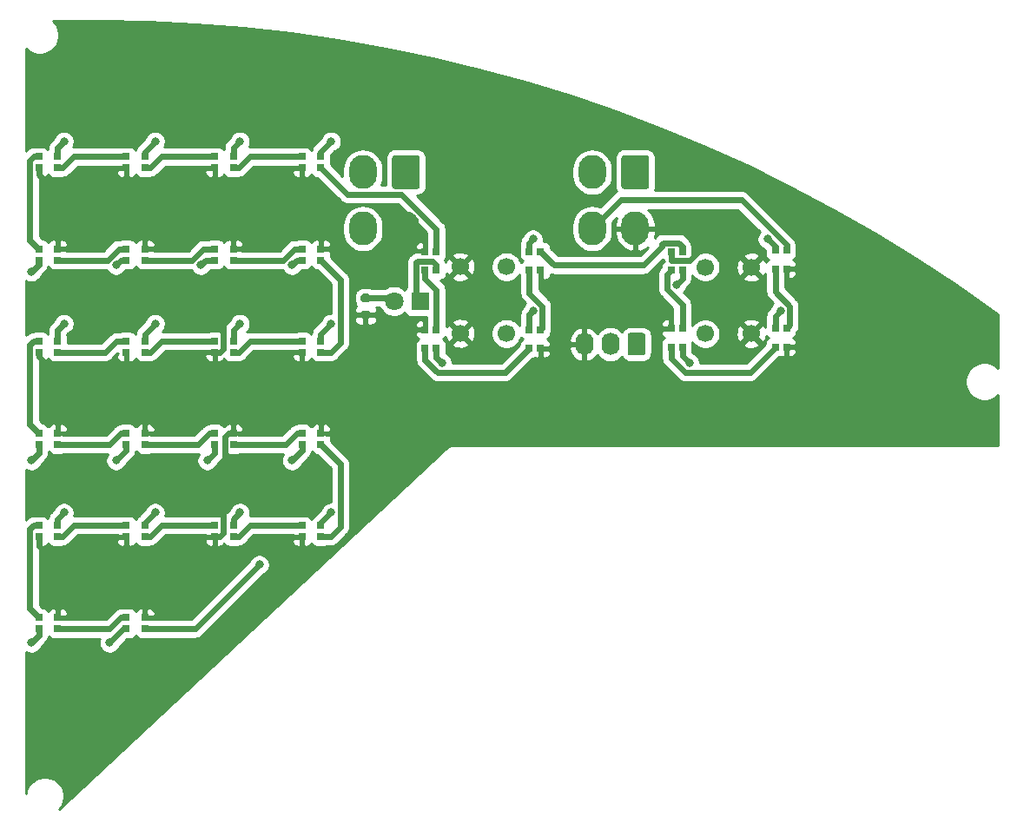
<source format=gbr>
%TF.GenerationSoftware,KiCad,Pcbnew,(5.1.12-1-10_14)*%
%TF.CreationDate,2021-11-28T14:01:49+11:00*%
%TF.ProjectId,ewi_v3-right,6577695f-7633-42d7-9269-6768742e6b69,rev?*%
%TF.SameCoordinates,Original*%
%TF.FileFunction,Copper,L1,Top*%
%TF.FilePolarity,Positive*%
%FSLAX46Y46*%
G04 Gerber Fmt 4.6, Leading zero omitted, Abs format (unit mm)*
G04 Created by KiCad (PCBNEW (5.1.12-1-10_14)) date 2021-11-28 14:01:49*
%MOMM*%
%LPD*%
G01*
G04 APERTURE LIST*
%TA.AperFunction,ComponentPad*%
%ADD10C,1.700000*%
%TD*%
%TA.AperFunction,ComponentPad*%
%ADD11O,1.740000X2.190000*%
%TD*%
%TA.AperFunction,ComponentPad*%
%ADD12O,2.700000X3.300000*%
%TD*%
%TA.AperFunction,SMDPad,CuDef*%
%ADD13R,0.700000X0.700000*%
%TD*%
%TA.AperFunction,ComponentPad*%
%ADD14C,1.800000*%
%TD*%
%TA.AperFunction,ComponentPad*%
%ADD15R,1.800000X1.800000*%
%TD*%
%TA.AperFunction,ViaPad*%
%ADD16C,0.800000*%
%TD*%
%TA.AperFunction,Conductor*%
%ADD17C,0.609600*%
%TD*%
%TA.AperFunction,Conductor*%
%ADD18C,0.254000*%
%TD*%
%TA.AperFunction,Conductor*%
%ADD19C,0.100000*%
%TD*%
G04 APERTURE END LIST*
D10*
%TO.P,SW2,1*%
%TO.N,/MC_SW*%
X148842849Y-82075596D03*
%TO.P,SW2,2*%
X148842849Y-88575596D03*
%TO.P,SW2,3*%
%TO.N,GND*%
X144342849Y-82075596D03*
%TO.P,SW2,4*%
X144342849Y-88575596D03*
%TD*%
%TO.P,SW1,1*%
%TO.N,/FIRE_SW*%
X168223049Y-88603396D03*
%TO.P,SW1,2*%
X168223049Y-82103396D03*
%TO.P,SW1,3*%
%TO.N,GND*%
X172723049Y-88603396D03*
%TO.P,SW1,4*%
X172723049Y-82103396D03*
%TD*%
%TO.P,R1,2*%
%TO.N,GND*%
%TA.AperFunction,SMDPad,CuDef*%
G36*
G01*
X134854050Y-86362195D02*
X135404050Y-86362195D01*
G75*
G02*
X135604050Y-86562195I0J-200000D01*
G01*
X135604050Y-86962195D01*
G75*
G02*
X135404050Y-87162195I-200000J0D01*
G01*
X134854050Y-87162195D01*
G75*
G02*
X134654050Y-86962195I0J200000D01*
G01*
X134654050Y-86562195D01*
G75*
G02*
X134854050Y-86362195I200000J0D01*
G01*
G37*
%TD.AperFunction*%
%TO.P,R1,1*%
%TO.N,Net-(D1-Pad2)*%
%TA.AperFunction,SMDPad,CuDef*%
G36*
G01*
X134854050Y-84712195D02*
X135404050Y-84712195D01*
G75*
G02*
X135604050Y-84912195I0J-200000D01*
G01*
X135604050Y-85312195D01*
G75*
G02*
X135404050Y-85512195I-200000J0D01*
G01*
X134854050Y-85512195D01*
G75*
G02*
X134654050Y-85312195I0J200000D01*
G01*
X134654050Y-84912195D01*
G75*
G02*
X134854050Y-84712195I200000J0D01*
G01*
G37*
%TD.AperFunction*%
%TD*%
D11*
%TO.P,J3,3*%
%TO.N,GND*%
X156451300Y-89623143D03*
%TO.P,J3,2*%
%TO.N,/MC_SW*%
X158991300Y-89623143D03*
%TO.P,J3,1*%
%TO.N,/FIRE_SW*%
%TA.AperFunction,ComponentPad*%
G36*
G01*
X162401300Y-88778142D02*
X162401300Y-90468144D01*
G75*
G02*
X162151301Y-90718143I-249999J0D01*
G01*
X160911299Y-90718143D01*
G75*
G02*
X160661300Y-90468144I0J249999D01*
G01*
X160661300Y-88778142D01*
G75*
G02*
X160911299Y-88528143I249999J0D01*
G01*
X162151301Y-88528143D01*
G75*
G02*
X162401300Y-88778142I0J-249999D01*
G01*
G37*
%TD.AperFunction*%
%TD*%
D12*
%TO.P,J2,4*%
%TO.N,/DOUT*%
X134861300Y-78344144D03*
%TO.P,J2,3*%
%TO.N,GND*%
X139061300Y-78344144D03*
%TO.P,J2,2*%
%TO.N,+5V*%
X134861300Y-72844144D03*
%TO.P,J2,1*%
%TA.AperFunction,ComponentPad*%
G36*
G01*
X140411300Y-71444145D02*
X140411300Y-74244143D01*
G75*
G02*
X140161299Y-74494144I-250001J0D01*
G01*
X137961301Y-74494144D01*
G75*
G02*
X137711300Y-74244143I0J250001D01*
G01*
X137711300Y-71444145D01*
G75*
G02*
X137961301Y-71194144I250001J0D01*
G01*
X140161299Y-71194144D01*
G75*
G02*
X140411300Y-71444145I0J-250001D01*
G01*
G37*
%TD.AperFunction*%
%TD*%
%TO.P,J1,4*%
%TO.N,/DIN*%
X157213300Y-78344144D03*
%TO.P,J1,3*%
%TO.N,GND*%
X161413300Y-78344144D03*
%TO.P,J1,2*%
%TO.N,+5V*%
X157213300Y-72844144D03*
%TO.P,J1,1*%
%TA.AperFunction,ComponentPad*%
G36*
G01*
X162763300Y-71444145D02*
X162763300Y-74244143D01*
G75*
G02*
X162513299Y-74494144I-250001J0D01*
G01*
X160313301Y-74494144D01*
G75*
G02*
X160063300Y-74244143I0J250001D01*
G01*
X160063300Y-71444145D01*
G75*
G02*
X160313301Y-71194144I250001J0D01*
G01*
X162513299Y-71194144D01*
G75*
G02*
X162763300Y-71444145I0J-250001D01*
G01*
G37*
%TD.AperFunction*%
%TD*%
D13*
%TO.P,D31,4*%
%TO.N,+5V*%
X111797499Y-117392797D03*
%TO.P,D31,3*%
%TO.N,Net-(D30-Pad1)*%
X111797499Y-116292797D03*
%TO.P,D31,2*%
%TO.N,GND*%
X113627499Y-116292797D03*
%TO.P,D31,1*%
%TO.N,/DOUT*%
X113627499Y-117392797D03*
%TD*%
%TO.P,D30,4*%
%TO.N,+5V*%
X103263099Y-117392797D03*
%TO.P,D30,3*%
%TO.N,Net-(D29-Pad1)*%
X103263099Y-116292797D03*
%TO.P,D30,2*%
%TO.N,GND*%
X105093099Y-116292797D03*
%TO.P,D30,1*%
%TO.N,Net-(D30-Pad1)*%
X105093099Y-117392797D03*
%TD*%
%TO.P,D29,4*%
%TO.N,+5V*%
X105093099Y-107301197D03*
%TO.P,D29,3*%
%TO.N,Net-(D28-Pad1)*%
X105093099Y-108401197D03*
%TO.P,D29,2*%
%TO.N,GND*%
X103263099Y-108401197D03*
%TO.P,D29,1*%
%TO.N,Net-(D29-Pad1)*%
X103263099Y-107301197D03*
%TD*%
%TO.P,D28,4*%
%TO.N,+5V*%
X113627499Y-107301197D03*
%TO.P,D28,3*%
%TO.N,Net-(D27-Pad1)*%
X113627499Y-108401197D03*
%TO.P,D28,2*%
%TO.N,GND*%
X111797499Y-108401197D03*
%TO.P,D28,1*%
%TO.N,Net-(D28-Pad1)*%
X111797499Y-107301197D03*
%TD*%
%TO.P,D27,4*%
%TO.N,+5V*%
X122238099Y-107301197D03*
%TO.P,D27,3*%
%TO.N,Net-(D26-Pad1)*%
X122238099Y-108401197D03*
%TO.P,D27,2*%
%TO.N,GND*%
X120408099Y-108401197D03*
%TO.P,D27,1*%
%TO.N,Net-(D27-Pad1)*%
X120408099Y-107301197D03*
%TD*%
%TO.P,D26,4*%
%TO.N,+5V*%
X130772499Y-107301197D03*
%TO.P,D26,3*%
%TO.N,/DOUT3*%
X130772499Y-108401197D03*
%TO.P,D26,2*%
%TO.N,GND*%
X128942499Y-108401197D03*
%TO.P,D26,1*%
%TO.N,Net-(D26-Pad1)*%
X128942499Y-107301197D03*
%TD*%
%TO.P,D25,4*%
%TO.N,+5V*%
X128942499Y-99409597D03*
%TO.P,D25,3*%
%TO.N,Net-(D24-Pad1)*%
X128942499Y-98309597D03*
%TO.P,D25,2*%
%TO.N,GND*%
X130772499Y-98309597D03*
%TO.P,D25,1*%
%TO.N,/DOUT3*%
X130772499Y-99409597D03*
%TD*%
%TO.P,D24,4*%
%TO.N,+5V*%
X120408099Y-99409597D03*
%TO.P,D24,3*%
%TO.N,Net-(D23-Pad1)*%
X120408099Y-98309597D03*
%TO.P,D24,2*%
%TO.N,GND*%
X122238099Y-98309597D03*
%TO.P,D24,1*%
%TO.N,Net-(D24-Pad1)*%
X122238099Y-99409597D03*
%TD*%
%TO.P,D23,4*%
%TO.N,+5V*%
X111797499Y-99409597D03*
%TO.P,D23,3*%
%TO.N,Net-(D22-Pad1)*%
X111797499Y-98309597D03*
%TO.P,D23,2*%
%TO.N,GND*%
X113627499Y-98309597D03*
%TO.P,D23,1*%
%TO.N,Net-(D23-Pad1)*%
X113627499Y-99409597D03*
%TD*%
%TO.P,D22,4*%
%TO.N,+5V*%
X103263099Y-99409597D03*
%TO.P,D22,3*%
%TO.N,Net-(D21-Pad1)*%
X103263099Y-98309597D03*
%TO.P,D22,2*%
%TO.N,GND*%
X105093099Y-98309597D03*
%TO.P,D22,1*%
%TO.N,Net-(D22-Pad1)*%
X105093099Y-99409597D03*
%TD*%
%TO.P,D21,4*%
%TO.N,+5V*%
X105093099Y-89317997D03*
%TO.P,D21,3*%
%TO.N,Net-(D20-Pad1)*%
X105093099Y-90417997D03*
%TO.P,D21,2*%
%TO.N,GND*%
X103263099Y-90417997D03*
%TO.P,D21,1*%
%TO.N,Net-(D21-Pad1)*%
X103263099Y-89317997D03*
%TD*%
%TO.P,D20,4*%
%TO.N,+5V*%
X113627499Y-89317997D03*
%TO.P,D20,3*%
%TO.N,Net-(D19-Pad1)*%
X113627499Y-90417997D03*
%TO.P,D20,2*%
%TO.N,GND*%
X111797499Y-90417997D03*
%TO.P,D20,1*%
%TO.N,Net-(D20-Pad1)*%
X111797499Y-89317997D03*
%TD*%
%TO.P,D19,4*%
%TO.N,+5V*%
X122238099Y-89317997D03*
%TO.P,D19,3*%
%TO.N,Net-(D18-Pad1)*%
X122238099Y-90417997D03*
%TO.P,D19,2*%
%TO.N,GND*%
X120408099Y-90417997D03*
%TO.P,D19,1*%
%TO.N,Net-(D19-Pad1)*%
X120408099Y-89317997D03*
%TD*%
%TO.P,D18,4*%
%TO.N,+5V*%
X130772499Y-89317997D03*
%TO.P,D18,3*%
%TO.N,/DOUT2*%
X130772499Y-90417997D03*
%TO.P,D18,2*%
%TO.N,GND*%
X128942499Y-90417997D03*
%TO.P,D18,1*%
%TO.N,Net-(D18-Pad1)*%
X128942499Y-89317997D03*
%TD*%
%TO.P,D17,4*%
%TO.N,+5V*%
X128942499Y-81426398D03*
%TO.P,D17,3*%
%TO.N,Net-(D16-Pad1)*%
X128942499Y-80326398D03*
%TO.P,D17,2*%
%TO.N,GND*%
X130772499Y-80326398D03*
%TO.P,D17,1*%
%TO.N,/DOUT2*%
X130772499Y-81426398D03*
%TD*%
%TO.P,D16,4*%
%TO.N,+5V*%
X120408099Y-81426398D03*
%TO.P,D16,3*%
%TO.N,Net-(D15-Pad1)*%
X120408099Y-80326398D03*
%TO.P,D16,2*%
%TO.N,GND*%
X122238099Y-80326398D03*
%TO.P,D16,1*%
%TO.N,Net-(D16-Pad1)*%
X122238099Y-81426398D03*
%TD*%
%TO.P,D15,4*%
%TO.N,+5V*%
X111797499Y-81426398D03*
%TO.P,D15,3*%
%TO.N,Net-(D14-Pad1)*%
X111797499Y-80326398D03*
%TO.P,D15,2*%
%TO.N,GND*%
X113627499Y-80326398D03*
%TO.P,D15,1*%
%TO.N,Net-(D15-Pad1)*%
X113627499Y-81426398D03*
%TD*%
%TO.P,D14,4*%
%TO.N,+5V*%
X103263099Y-81426398D03*
%TO.P,D14,3*%
%TO.N,Net-(D13-Pad1)*%
X103263099Y-80326398D03*
%TO.P,D14,2*%
%TO.N,GND*%
X105093099Y-80326398D03*
%TO.P,D14,1*%
%TO.N,Net-(D14-Pad1)*%
X105093099Y-81426398D03*
%TD*%
%TO.P,D13,4*%
%TO.N,+5V*%
X105093099Y-71334798D03*
%TO.P,D13,3*%
%TO.N,Net-(D12-Pad1)*%
X105093099Y-72434798D03*
%TO.P,D13,2*%
%TO.N,GND*%
X103263099Y-72434798D03*
%TO.P,D13,1*%
%TO.N,Net-(D13-Pad1)*%
X103263099Y-71334798D03*
%TD*%
%TO.P,D12,4*%
%TO.N,+5V*%
X113627499Y-71334798D03*
%TO.P,D12,3*%
%TO.N,Net-(D11-Pad1)*%
X113627499Y-72434798D03*
%TO.P,D12,2*%
%TO.N,GND*%
X111797499Y-72434798D03*
%TO.P,D12,1*%
%TO.N,Net-(D12-Pad1)*%
X111797499Y-71334798D03*
%TD*%
%TO.P,D11,4*%
%TO.N,+5V*%
X122238099Y-71334797D03*
%TO.P,D11,3*%
%TO.N,Net-(D10-Pad1)*%
X122238099Y-72434797D03*
%TO.P,D11,2*%
%TO.N,GND*%
X120408099Y-72434797D03*
%TO.P,D11,1*%
%TO.N,Net-(D11-Pad1)*%
X120408099Y-71334797D03*
%TD*%
%TO.P,D10,4*%
%TO.N,+5V*%
X130772499Y-71334797D03*
%TO.P,D10,3*%
%TO.N,/DOUT1*%
X130772499Y-72434797D03*
%TO.P,D10,2*%
%TO.N,GND*%
X128942499Y-72434797D03*
%TO.P,D10,1*%
%TO.N,Net-(D10-Pad1)*%
X128942499Y-71334797D03*
%TD*%
%TO.P,D9,4*%
%TO.N,+5V*%
X142029050Y-82407195D03*
%TO.P,D9,3*%
%TO.N,Net-(D8-Pad1)*%
X140929050Y-82407195D03*
%TO.P,D9,2*%
%TO.N,GND*%
X140929050Y-80577195D03*
%TO.P,D9,1*%
%TO.N,/DOUT1*%
X142029050Y-80577195D03*
%TD*%
%TO.P,D8,4*%
%TO.N,+5V*%
X142029050Y-90027195D03*
%TO.P,D8,3*%
%TO.N,Net-(D7-Pad1)*%
X140929050Y-90027195D03*
%TO.P,D8,2*%
%TO.N,GND*%
X140929050Y-88197195D03*
%TO.P,D8,1*%
%TO.N,Net-(D8-Pad1)*%
X142029050Y-88197195D03*
%TD*%
%TO.P,D7,4*%
%TO.N,+5V*%
X151089050Y-88197195D03*
%TO.P,D7,3*%
%TO.N,Net-(D6-Pad1)*%
X152189050Y-88197195D03*
%TO.P,D7,2*%
%TO.N,GND*%
X152189050Y-90027195D03*
%TO.P,D7,1*%
%TO.N,Net-(D7-Pad1)*%
X151089050Y-90027195D03*
%TD*%
%TO.P,D6,4*%
%TO.N,+5V*%
X151089050Y-80577195D03*
%TO.P,D6,3*%
%TO.N,Net-(D5-Pad1)*%
X152189050Y-80577195D03*
%TO.P,D6,2*%
%TO.N,GND*%
X152189050Y-82407195D03*
%TO.P,D6,1*%
%TO.N,Net-(D6-Pad1)*%
X151089050Y-82407195D03*
%TD*%
%TO.P,D5,4*%
%TO.N,+5V*%
X165999050Y-82417195D03*
%TO.P,D5,3*%
%TO.N,Net-(D4-Pad1)*%
X164899050Y-82417195D03*
%TO.P,D5,2*%
%TO.N,GND*%
X164899050Y-80587195D03*
%TO.P,D5,1*%
%TO.N,Net-(D5-Pad1)*%
X165999050Y-80587195D03*
%TD*%
%TO.P,D4,4*%
%TO.N,+5V*%
X165999049Y-89907139D03*
%TO.P,D4,3*%
%TO.N,Net-(D3-Pad1)*%
X164899049Y-89907139D03*
%TO.P,D4,2*%
%TO.N,GND*%
X164899049Y-88077139D03*
%TO.P,D4,1*%
%TO.N,Net-(D4-Pad1)*%
X165999049Y-88077139D03*
%TD*%
%TO.P,D3,4*%
%TO.N,+5V*%
X175059049Y-88077139D03*
%TO.P,D3,3*%
%TO.N,Net-(D2-Pad1)*%
X176159049Y-88077139D03*
%TO.P,D3,2*%
%TO.N,GND*%
X176159049Y-89907139D03*
%TO.P,D3,1*%
%TO.N,Net-(D3-Pad1)*%
X175059049Y-89907139D03*
%TD*%
%TO.P,D2,4*%
%TO.N,+5V*%
X175059049Y-80457139D03*
%TO.P,D2,3*%
%TO.N,/DIN*%
X176159049Y-80457139D03*
%TO.P,D2,2*%
%TO.N,GND*%
X176159049Y-82287139D03*
%TO.P,D2,1*%
%TO.N,Net-(D2-Pad1)*%
X175059049Y-82287139D03*
%TD*%
D14*
%TO.P,D1,2*%
%TO.N,Net-(D1-Pad2)*%
X137909300Y-85432143D03*
D15*
%TO.P,D1,1*%
%TO.N,+5V*%
X140449300Y-85432143D03*
%TD*%
D16*
%TO.N,GND*%
X145073300Y-69876996D03*
X145073300Y-71146996D03*
X145073300Y-72416996D03*
%TO.N,+5V*%
X142557499Y-91442797D03*
X151447499Y-79377797D03*
X110172499Y-118747797D03*
X102552499Y-118747797D03*
X105727499Y-106047797D03*
X114617499Y-106047797D03*
X122872499Y-106047797D03*
X131762499Y-106047797D03*
X127952499Y-100967797D03*
X119697499Y-100967797D03*
X110807499Y-100967797D03*
X102552499Y-100967797D03*
X105727499Y-87632797D03*
X114617499Y-87632797D03*
X122872499Y-87632797D03*
X131762499Y-87632797D03*
X127952499Y-81917797D03*
X119062499Y-81917797D03*
X110807499Y-81917797D03*
X102552499Y-82552797D03*
X105727499Y-69852797D03*
X114617499Y-69852797D03*
X122872499Y-69852797D03*
X131762499Y-69852797D03*
X151447499Y-86362797D03*
X165417499Y-83822797D03*
X166687499Y-91442797D03*
X175577499Y-86362797D03*
X174307499Y-79377797D03*
%TO.N,/DOUT*%
X124777499Y-111127797D03*
%TD*%
D17*
%TO.N,GND*%
X164899050Y-80587195D02*
X164899050Y-81399348D01*
X166752891Y-81441996D02*
X167322499Y-80872388D01*
X164941698Y-81441996D02*
X166752891Y-81441996D01*
X164899050Y-81399348D02*
X164941698Y-81441996D01*
X167322499Y-80872388D02*
X167322499Y-80012797D01*
X103263099Y-72434798D02*
X103263099Y-73103397D01*
X103263099Y-73103397D02*
X103822499Y-73662797D01*
X103263099Y-90417997D02*
X103263099Y-90883397D01*
X103263099Y-90883397D02*
X104457499Y-92077797D01*
X103263099Y-108401197D02*
X103263099Y-109298397D01*
X103263099Y-109298397D02*
X104457499Y-110492797D01*
X121262900Y-108055038D02*
X121262900Y-105073198D01*
X120916741Y-108401197D02*
X121262900Y-108055038D01*
X120408099Y-108401197D02*
X120916741Y-108401197D01*
X121262900Y-105073198D02*
X120967499Y-104777797D01*
X121383298Y-98655756D02*
X121383298Y-100748596D01*
X121729457Y-98309597D02*
X121383298Y-98655756D01*
X122238099Y-98309597D02*
X121729457Y-98309597D01*
X121383298Y-100748596D02*
X121602499Y-100967797D01*
X121262900Y-90071838D02*
X121262900Y-86023198D01*
X120916741Y-90417997D02*
X121262900Y-90071838D01*
X120408099Y-90417997D02*
X120916741Y-90417997D01*
X121262900Y-86023198D02*
X120967499Y-85727797D01*
%TO.N,+5V*%
X140074249Y-85057092D02*
X140449300Y-85432143D01*
X140074249Y-81653354D02*
X140074249Y-85057092D01*
X140175209Y-81552394D02*
X140074249Y-81653354D01*
X141682891Y-81552394D02*
X140175209Y-81552394D01*
X142029050Y-81898553D02*
X141682891Y-81552394D01*
X142029050Y-82407195D02*
X142029050Y-81898553D01*
X142029050Y-90914348D02*
X142557499Y-91442797D01*
X142029050Y-90027195D02*
X142029050Y-90914348D01*
X151089050Y-79736246D02*
X151447499Y-79377797D01*
X151089050Y-80577195D02*
X151089050Y-79736246D01*
X111527499Y-117392797D02*
X110172499Y-118747797D01*
X111797499Y-117392797D02*
X111527499Y-117392797D01*
X103263099Y-118037197D02*
X102552499Y-118747797D01*
X103263099Y-117392797D02*
X103263099Y-118037197D01*
X105093099Y-106682197D02*
X105727499Y-106047797D01*
X105093099Y-107301197D02*
X105093099Y-106682197D01*
X113627499Y-107037797D02*
X114617499Y-106047797D01*
X113627499Y-107301197D02*
X113627499Y-107037797D01*
X122238099Y-106682197D02*
X122872499Y-106047797D01*
X122238099Y-107301197D02*
X122238099Y-106682197D01*
X130772499Y-107037797D02*
X131762499Y-106047797D01*
X130772499Y-107301197D02*
X130772499Y-107037797D01*
X128942499Y-99977797D02*
X127952499Y-100967797D01*
X128942499Y-99409597D02*
X128942499Y-99977797D01*
X120408099Y-100257197D02*
X119697499Y-100967797D01*
X120408099Y-99409597D02*
X120408099Y-100257197D01*
X111797499Y-99977797D02*
X110807499Y-100967797D01*
X111797499Y-99409597D02*
X111797499Y-99977797D01*
X103263099Y-100257197D02*
X102552499Y-100967797D01*
X103263099Y-99409597D02*
X103263099Y-100257197D01*
X105093099Y-88267197D02*
X105727499Y-87632797D01*
X105093099Y-89317997D02*
X105093099Y-88267197D01*
X113627499Y-88622797D02*
X114617499Y-87632797D01*
X113627499Y-89317997D02*
X113627499Y-88622797D01*
X122238099Y-88267197D02*
X122872499Y-87632797D01*
X122238099Y-89317997D02*
X122238099Y-88267197D01*
X130772499Y-88622797D02*
X131762499Y-87632797D01*
X130772499Y-89317997D02*
X130772499Y-88622797D01*
X128443898Y-81426398D02*
X127952499Y-81917797D01*
X128942499Y-81426398D02*
X128443898Y-81426398D01*
X119553898Y-81426398D02*
X119062499Y-81917797D01*
X120408099Y-81426398D02*
X119553898Y-81426398D01*
X111298898Y-81426398D02*
X110807499Y-81917797D01*
X111797499Y-81426398D02*
X111298898Y-81426398D01*
X103263099Y-81426398D02*
X103263099Y-81842197D01*
X103263099Y-81842197D02*
X102552499Y-82552797D01*
X105093099Y-70487197D02*
X105727499Y-69852797D01*
X105093099Y-71334798D02*
X105093099Y-70487197D01*
X113627499Y-70842797D02*
X114617499Y-69852797D01*
X113627499Y-71334798D02*
X113627499Y-70842797D01*
X122238099Y-70487197D02*
X122872499Y-69852797D01*
X122238099Y-71334797D02*
X122238099Y-70487197D01*
X130772499Y-70842797D02*
X131762499Y-69852797D01*
X130772499Y-71334797D02*
X130772499Y-70842797D01*
X151089050Y-86721246D02*
X151447499Y-86362797D01*
X151089050Y-88197195D02*
X151089050Y-86721246D01*
X165999050Y-83241246D02*
X165417499Y-83822797D01*
X165999050Y-82417195D02*
X165999050Y-83241246D01*
X165999049Y-90754347D02*
X166687499Y-91442797D01*
X165999049Y-89907139D02*
X165999049Y-90754347D01*
X175059049Y-86881247D02*
X175577499Y-86362797D01*
X175059049Y-88077139D02*
X175059049Y-86881247D01*
X175059049Y-80129347D02*
X174307499Y-79377797D01*
X175059049Y-80457139D02*
X175059049Y-80129347D01*
%TO.N,Net-(D1-Pad2)*%
X137589352Y-85112195D02*
X137909300Y-85432143D01*
X135129050Y-85112195D02*
X137589352Y-85112195D01*
%TO.N,/DIN*%
X176159049Y-79948497D02*
X176159049Y-80457139D01*
X171778349Y-75567797D02*
X176159049Y-79948497D01*
X159989647Y-75567797D02*
X171778349Y-75567797D01*
X157213300Y-78344144D02*
X159989647Y-75567797D01*
%TO.N,Net-(D2-Pad1)*%
X175059049Y-84505239D02*
X176482301Y-85928491D01*
X175059049Y-82287139D02*
X175059049Y-84505239D01*
X176482301Y-85928491D02*
X176482301Y-87753887D01*
X176482301Y-87753887D02*
X176159049Y-88077139D01*
%TO.N,Net-(D3-Pad1)*%
X172618589Y-92347599D02*
X175059049Y-89907139D01*
X164899049Y-89907139D02*
X164899049Y-90993455D01*
X164899049Y-90993455D02*
X166253193Y-92347599D01*
X166253193Y-92347599D02*
X172618589Y-92347599D01*
%TO.N,Net-(D4-Pad1)*%
X165999049Y-88077139D02*
X165999049Y-85743455D01*
X165999049Y-85743455D02*
X164512697Y-84257103D01*
X164512697Y-84257103D02*
X164512697Y-82803548D01*
X164512697Y-82803548D02*
X164899050Y-82417195D01*
%TO.N,Net-(D5-Pad1)*%
X153529652Y-81917797D02*
X152189050Y-80577195D01*
X164044249Y-80116047D02*
X162242499Y-81917797D01*
X164044249Y-79833354D02*
X164044249Y-80116047D01*
X164145209Y-79732394D02*
X164044249Y-79833354D01*
X165652891Y-79732394D02*
X164145209Y-79732394D01*
X162242499Y-81917797D02*
X153529652Y-81917797D01*
X165999050Y-80078553D02*
X165652891Y-79732394D01*
X165999050Y-80587195D02*
X165999050Y-80078553D01*
%TO.N,Net-(D6-Pad1)*%
X151089050Y-84665240D02*
X152352301Y-85928491D01*
X152352301Y-85928491D02*
X152352301Y-88033944D01*
X152352301Y-88033944D02*
X152189050Y-88197195D01*
X151089050Y-82407195D02*
X151089050Y-84665240D01*
%TO.N,Net-(D7-Pad1)*%
X140929050Y-91153456D02*
X140929050Y-90027195D01*
X151089050Y-90027195D02*
X148768646Y-92347599D01*
X148768646Y-92347599D02*
X142123193Y-92347599D01*
X142123193Y-92347599D02*
X140929050Y-91153456D01*
%TO.N,Net-(D8-Pad1)*%
X140929050Y-83203251D02*
X140929050Y-82407195D01*
X142029050Y-84303251D02*
X140929050Y-83203251D01*
X142029050Y-88197195D02*
X142029050Y-84303251D01*
%TO.N,/DOUT1*%
X133336656Y-74998954D02*
X130772499Y-72434797D01*
X138639207Y-74998954D02*
X133336656Y-74998954D01*
X142029050Y-78388797D02*
X138639207Y-74998954D01*
X142029050Y-80577195D02*
X142029050Y-78388797D01*
%TO.N,Net-(D10-Pad1)*%
X122746741Y-72434797D02*
X122238099Y-72434797D01*
X123846741Y-71334797D02*
X122746741Y-72434797D01*
X128942499Y-71334797D02*
X123846741Y-71334797D01*
%TO.N,Net-(D11-Pad1)*%
X114136141Y-72434798D02*
X113627499Y-72434798D01*
X115236142Y-71334797D02*
X114136141Y-72434798D01*
X120408099Y-71334797D02*
X115236142Y-71334797D01*
%TO.N,Net-(D12-Pad1)*%
X105601741Y-72434798D02*
X105093099Y-72434798D01*
X106701741Y-71334798D02*
X105601741Y-72434798D01*
X111797499Y-71334798D02*
X106701741Y-71334798D01*
%TO.N,Net-(D13-Pad1)*%
X102408298Y-79471597D02*
X103263099Y-80326398D01*
X102408298Y-71680957D02*
X102408298Y-79471597D01*
X102754457Y-71334798D02*
X102408298Y-71680957D01*
X103263099Y-71334798D02*
X102754457Y-71334798D01*
%TO.N,Net-(D14-Pad1)*%
X105093099Y-81426398D02*
X109959790Y-81426398D01*
X109959790Y-81426398D02*
X111059790Y-80326398D01*
X111059790Y-80326398D02*
X111797499Y-80326398D01*
%TO.N,Net-(D15-Pad1)*%
X118214790Y-81426398D02*
X119314790Y-80326398D01*
X113627499Y-81426398D02*
X118214790Y-81426398D01*
X119314790Y-80326398D02*
X120408099Y-80326398D01*
%TO.N,Net-(D16-Pad1)*%
X122238099Y-81426398D02*
X127104790Y-81426398D01*
X127104790Y-81426398D02*
X128204790Y-80326398D01*
X128204790Y-80326398D02*
X128942499Y-80326398D01*
%TO.N,/DOUT2*%
X132667301Y-83321200D02*
X132667301Y-89482795D01*
X130772499Y-81426398D02*
X132667301Y-83321200D01*
X132667301Y-89482795D02*
X131732099Y-90417997D01*
X131732099Y-90417997D02*
X130772499Y-90417997D01*
%TO.N,Net-(D18-Pad1)*%
X122746741Y-90417997D02*
X122238099Y-90417997D01*
X123846741Y-89317997D02*
X122746741Y-90417997D01*
X128942499Y-89317997D02*
X123846741Y-89317997D01*
%TO.N,Net-(D19-Pad1)*%
X114136141Y-90417997D02*
X113627499Y-90417997D01*
X115236141Y-89317997D02*
X114136141Y-90417997D01*
X120408099Y-89317997D02*
X115236141Y-89317997D01*
%TO.N,Net-(D20-Pad1)*%
X109737899Y-90417997D02*
X105093099Y-90417997D01*
X110837899Y-89317997D02*
X109737899Y-90417997D01*
X111797499Y-89317997D02*
X110837899Y-89317997D01*
%TO.N,Net-(D21-Pad1)*%
X102408298Y-97454796D02*
X103263099Y-98309597D01*
X102408298Y-89664156D02*
X102408298Y-97454796D01*
X102754457Y-89317997D02*
X102408298Y-89664156D01*
X103263099Y-89317997D02*
X102754457Y-89317997D01*
%TO.N,Net-(D22-Pad1)*%
X111288857Y-98309597D02*
X111797499Y-98309597D01*
X110188857Y-99409597D02*
X111288857Y-98309597D01*
X105093099Y-99409597D02*
X110188857Y-99409597D01*
%TO.N,Net-(D23-Pad1)*%
X119899457Y-98309597D02*
X120408099Y-98309597D01*
X118799457Y-99409597D02*
X119899457Y-98309597D01*
X113627499Y-99409597D02*
X118799457Y-99409597D01*
%TO.N,Net-(D24-Pad1)*%
X128433857Y-98309597D02*
X128942499Y-98309597D01*
X127333857Y-99409597D02*
X128433857Y-98309597D01*
X122238099Y-99409597D02*
X127333857Y-99409597D01*
%TO.N,/DOUT3*%
X130772499Y-99409597D02*
X132667301Y-101304399D01*
X132667301Y-101304399D02*
X132667301Y-107465995D01*
X132667301Y-107465995D02*
X131732099Y-108401197D01*
X131732099Y-108401197D02*
X130772499Y-108401197D01*
%TO.N,Net-(D26-Pad1)*%
X122746741Y-108401197D02*
X122238099Y-108401197D01*
X123846741Y-107301197D02*
X122746741Y-108401197D01*
X128942499Y-107301197D02*
X123846741Y-107301197D01*
%TO.N,Net-(D27-Pad1)*%
X114136141Y-108401197D02*
X113627499Y-108401197D01*
X115236141Y-107301197D02*
X114136141Y-108401197D01*
X120408099Y-107301197D02*
X115236141Y-107301197D01*
%TO.N,Net-(D28-Pad1)*%
X105601741Y-108401197D02*
X105093099Y-108401197D01*
X106701741Y-107301197D02*
X105601741Y-108401197D01*
X111797499Y-107301197D02*
X106701741Y-107301197D01*
%TO.N,Net-(D29-Pad1)*%
X102408298Y-115437996D02*
X103263099Y-116292797D01*
X102408298Y-107647356D02*
X102408298Y-115437996D01*
X102754457Y-107301197D02*
X102408298Y-107647356D01*
X103263099Y-107301197D02*
X102754457Y-107301197D01*
%TO.N,Net-(D30-Pad1)*%
X111288857Y-116292797D02*
X111797499Y-116292797D01*
X110188857Y-117392797D02*
X111288857Y-116292797D01*
X105093099Y-117392797D02*
X110188857Y-117392797D01*
%TO.N,/DOUT*%
X118512499Y-117392797D02*
X124777499Y-111127797D01*
X113627499Y-117392797D02*
X118512499Y-117392797D01*
%TD*%
D18*
%TO.N,GND*%
X113873859Y-58203688D02*
X118535771Y-58423537D01*
X123188485Y-58789714D01*
X127827402Y-59301855D01*
X132447991Y-59959462D01*
X137045587Y-60761871D01*
X141615736Y-61708304D01*
X146153886Y-62797817D01*
X150655608Y-64029349D01*
X155116381Y-65401662D01*
X159531862Y-66913419D01*
X163897674Y-68563122D01*
X168209527Y-70349149D01*
X172463169Y-72269742D01*
X176654361Y-74322985D01*
X180778982Y-76506860D01*
X184832993Y-78819227D01*
X188812371Y-81257793D01*
X192713174Y-83820142D01*
X196535183Y-86506294D01*
X196812298Y-86708603D01*
X196812298Y-91979865D01*
X196641916Y-91809483D01*
X196333180Y-91603192D01*
X195990132Y-91461097D01*
X195625954Y-91388658D01*
X195254642Y-91388658D01*
X194890464Y-91461097D01*
X194547416Y-91603192D01*
X194238680Y-91809483D01*
X193976123Y-92072040D01*
X193769832Y-92380776D01*
X193627737Y-92723824D01*
X193555298Y-93088002D01*
X193555298Y-93459314D01*
X193627737Y-93823492D01*
X193769832Y-94166540D01*
X193976123Y-94475276D01*
X194238680Y-94737833D01*
X194547416Y-94944124D01*
X194890464Y-95086219D01*
X195254642Y-95158658D01*
X195625954Y-95158658D01*
X195990132Y-95086219D01*
X196333180Y-94944124D01*
X196641916Y-94737833D01*
X196812299Y-94567450D01*
X196812299Y-99514047D01*
X143559885Y-99514047D01*
X143538945Y-99511251D01*
X143495042Y-99514047D01*
X143483602Y-99514047D01*
X143462669Y-99516109D01*
X143409199Y-99519514D01*
X143398088Y-99522469D01*
X143386638Y-99523597D01*
X143335333Y-99539160D01*
X143283559Y-99552931D01*
X143273237Y-99557997D01*
X143262228Y-99561337D01*
X143214958Y-99586603D01*
X143166851Y-99610216D01*
X143157713Y-99617201D01*
X143147571Y-99622622D01*
X143106153Y-99656613D01*
X143089443Y-99669386D01*
X143081078Y-99677191D01*
X143047073Y-99705099D01*
X143033672Y-99721428D01*
X105285428Y-134945808D01*
X105337474Y-134893762D01*
X105543765Y-134585026D01*
X105685860Y-134241978D01*
X105758299Y-133877800D01*
X105758299Y-133506488D01*
X105685860Y-133142310D01*
X105543765Y-132799262D01*
X105337474Y-132490526D01*
X105074917Y-132227969D01*
X104766181Y-132021678D01*
X104423133Y-131879583D01*
X104058955Y-131807144D01*
X103687643Y-131807144D01*
X103323465Y-131879583D01*
X102980417Y-132021678D01*
X102671681Y-132227969D01*
X102409124Y-132490526D01*
X102202833Y-132799262D01*
X102060738Y-133142310D01*
X101993299Y-133481351D01*
X101993299Y-119618935D01*
X102062243Y-119665002D01*
X102250601Y-119743023D01*
X102450560Y-119782797D01*
X102654438Y-119782797D01*
X102854397Y-119743023D01*
X103042755Y-119665002D01*
X103212273Y-119551734D01*
X103356436Y-119407571D01*
X103469704Y-119238053D01*
X103525131Y-119104242D01*
X103894994Y-118734380D01*
X103930853Y-118704951D01*
X103979350Y-118645858D01*
X104048295Y-118561849D01*
X104135561Y-118398584D01*
X104135562Y-118398583D01*
X104189301Y-118221430D01*
X104202899Y-118083364D01*
X104202899Y-118083355D01*
X104203243Y-118079858D01*
X104212562Y-118097291D01*
X104291914Y-118193982D01*
X104388605Y-118273334D01*
X104498919Y-118332299D01*
X104618617Y-118368609D01*
X104743099Y-118380869D01*
X105443099Y-118380869D01*
X105567581Y-118368609D01*
X105686297Y-118332597D01*
X109224205Y-118332597D01*
X109177273Y-118445899D01*
X109137499Y-118645858D01*
X109137499Y-118849736D01*
X109177273Y-119049695D01*
X109255294Y-119238053D01*
X109368562Y-119407571D01*
X109512725Y-119551734D01*
X109682243Y-119665002D01*
X109870601Y-119743023D01*
X110070560Y-119782797D01*
X110274438Y-119782797D01*
X110474397Y-119743023D01*
X110662755Y-119665002D01*
X110832273Y-119551734D01*
X110976436Y-119407571D01*
X111089704Y-119238053D01*
X111145131Y-119104242D01*
X111868504Y-118380869D01*
X112147499Y-118380869D01*
X112271981Y-118368609D01*
X112391679Y-118332299D01*
X112501993Y-118273334D01*
X112598684Y-118193982D01*
X112678036Y-118097291D01*
X112712499Y-118032816D01*
X112746962Y-118097291D01*
X112826314Y-118193982D01*
X112923005Y-118273334D01*
X113033319Y-118332299D01*
X113153017Y-118368609D01*
X113277499Y-118380869D01*
X113977499Y-118380869D01*
X114101981Y-118368609D01*
X114220697Y-118332597D01*
X118466342Y-118332597D01*
X118512499Y-118337143D01*
X118558656Y-118332597D01*
X118558666Y-118332597D01*
X118696732Y-118318999D01*
X118873885Y-118265260D01*
X119037150Y-118177993D01*
X119180253Y-118060551D01*
X119209690Y-118024682D01*
X125133944Y-112100429D01*
X125267755Y-112045002D01*
X125437273Y-111931734D01*
X125581436Y-111787571D01*
X125694704Y-111618053D01*
X125772725Y-111429695D01*
X125812499Y-111229736D01*
X125812499Y-111025858D01*
X125772725Y-110825899D01*
X125694704Y-110637541D01*
X125581436Y-110468023D01*
X125437273Y-110323860D01*
X125267755Y-110210592D01*
X125079397Y-110132571D01*
X124879438Y-110092797D01*
X124675560Y-110092797D01*
X124475601Y-110132571D01*
X124287243Y-110210592D01*
X124117725Y-110323860D01*
X123973562Y-110468023D01*
X123860294Y-110637541D01*
X123804867Y-110771352D01*
X118123223Y-116452997D01*
X114486949Y-116452997D01*
X114453749Y-116419797D01*
X114111251Y-116419797D01*
X114101981Y-116416985D01*
X113977499Y-116404725D01*
X113480499Y-116404725D01*
X113480499Y-116165797D01*
X113500499Y-116165797D01*
X113500499Y-115466547D01*
X113754499Y-115466547D01*
X113754499Y-116165797D01*
X114453749Y-116165797D01*
X114612499Y-116007047D01*
X114615571Y-115942797D01*
X114603311Y-115818315D01*
X114567001Y-115698617D01*
X114508036Y-115588303D01*
X114428684Y-115491612D01*
X114331993Y-115412260D01*
X114221679Y-115353295D01*
X114101981Y-115316985D01*
X113977499Y-115304725D01*
X113913249Y-115307797D01*
X113754499Y-115466547D01*
X113500499Y-115466547D01*
X113341749Y-115307797D01*
X113277499Y-115304725D01*
X113153017Y-115316985D01*
X113033319Y-115353295D01*
X112923005Y-115412260D01*
X112826314Y-115491612D01*
X112746962Y-115588303D01*
X112712499Y-115652778D01*
X112678036Y-115588303D01*
X112598684Y-115491612D01*
X112501993Y-115412260D01*
X112391679Y-115353295D01*
X112271981Y-115316985D01*
X112147499Y-115304725D01*
X111447499Y-115304725D01*
X111323017Y-115316985D01*
X111203319Y-115353295D01*
X111195109Y-115357683D01*
X111104624Y-115366595D01*
X110927471Y-115420334D01*
X110764205Y-115507601D01*
X110656963Y-115595613D01*
X110621103Y-115625043D01*
X110591674Y-115660902D01*
X109799580Y-116452997D01*
X105952549Y-116452997D01*
X105919349Y-116419797D01*
X105576851Y-116419797D01*
X105567581Y-116416985D01*
X105443099Y-116404725D01*
X104946099Y-116404725D01*
X104946099Y-116165797D01*
X104966099Y-116165797D01*
X104966099Y-115466547D01*
X105220099Y-115466547D01*
X105220099Y-116165797D01*
X105919349Y-116165797D01*
X106078099Y-116007047D01*
X106081171Y-115942797D01*
X106068911Y-115818315D01*
X106032601Y-115698617D01*
X105973636Y-115588303D01*
X105894284Y-115491612D01*
X105797593Y-115412260D01*
X105687279Y-115353295D01*
X105567581Y-115316985D01*
X105443099Y-115304725D01*
X105378849Y-115307797D01*
X105220099Y-115466547D01*
X104966099Y-115466547D01*
X104807349Y-115307797D01*
X104743099Y-115304725D01*
X104618617Y-115316985D01*
X104498919Y-115353295D01*
X104388605Y-115412260D01*
X104291914Y-115491612D01*
X104212562Y-115588303D01*
X104178099Y-115652778D01*
X104143636Y-115588303D01*
X104064284Y-115491612D01*
X103967593Y-115412260D01*
X103857279Y-115353295D01*
X103737581Y-115316985D01*
X103613099Y-115304725D01*
X103604104Y-115304725D01*
X103348098Y-115048719D01*
X103348098Y-109386197D01*
X103390101Y-109386197D01*
X103390101Y-109227449D01*
X103548849Y-109386197D01*
X103613099Y-109389269D01*
X103737581Y-109377009D01*
X103857279Y-109340699D01*
X103967593Y-109281734D01*
X104064284Y-109202382D01*
X104143636Y-109105691D01*
X104178099Y-109041216D01*
X104212562Y-109105691D01*
X104291914Y-109202382D01*
X104388605Y-109281734D01*
X104498919Y-109340699D01*
X104618617Y-109377009D01*
X104743099Y-109389269D01*
X105443099Y-109389269D01*
X105567581Y-109377009D01*
X105687279Y-109340699D01*
X105695489Y-109336311D01*
X105785974Y-109327399D01*
X105963127Y-109273660D01*
X106126392Y-109186393D01*
X106269495Y-109068951D01*
X106298932Y-109033082D01*
X106580817Y-108751197D01*
X110809427Y-108751197D01*
X110821687Y-108875679D01*
X110857997Y-108995377D01*
X110916962Y-109105691D01*
X110996314Y-109202382D01*
X111093005Y-109281734D01*
X111203319Y-109340699D01*
X111323017Y-109377009D01*
X111447499Y-109389269D01*
X111511749Y-109386197D01*
X111670499Y-109227447D01*
X111670499Y-108528197D01*
X110971249Y-108528197D01*
X110812499Y-108686947D01*
X110809427Y-108751197D01*
X106580817Y-108751197D01*
X107091018Y-108240997D01*
X110938049Y-108240997D01*
X110971249Y-108274197D01*
X111313747Y-108274197D01*
X111323017Y-108277009D01*
X111447499Y-108289269D01*
X111944499Y-108289269D01*
X111944499Y-108528197D01*
X111924499Y-108528197D01*
X111924499Y-109227447D01*
X112083249Y-109386197D01*
X112147499Y-109389269D01*
X112271981Y-109377009D01*
X112391679Y-109340699D01*
X112501993Y-109281734D01*
X112598684Y-109202382D01*
X112678036Y-109105691D01*
X112712499Y-109041216D01*
X112746962Y-109105691D01*
X112826314Y-109202382D01*
X112923005Y-109281734D01*
X113033319Y-109340699D01*
X113153017Y-109377009D01*
X113277499Y-109389269D01*
X113977499Y-109389269D01*
X114101981Y-109377009D01*
X114221679Y-109340699D01*
X114229889Y-109336311D01*
X114320374Y-109327399D01*
X114497527Y-109273660D01*
X114660792Y-109186393D01*
X114803895Y-109068951D01*
X114833332Y-109033082D01*
X115115217Y-108751197D01*
X119420027Y-108751197D01*
X119432287Y-108875679D01*
X119468597Y-108995377D01*
X119527562Y-109105691D01*
X119606914Y-109202382D01*
X119703605Y-109281734D01*
X119813919Y-109340699D01*
X119933617Y-109377009D01*
X120058099Y-109389269D01*
X120122349Y-109386197D01*
X120281099Y-109227447D01*
X120281099Y-108528197D01*
X119581849Y-108528197D01*
X119423099Y-108686947D01*
X119420027Y-108751197D01*
X115115217Y-108751197D01*
X115625418Y-108240997D01*
X119548649Y-108240997D01*
X119581849Y-108274197D01*
X119924347Y-108274197D01*
X119933617Y-108277009D01*
X120058099Y-108289269D01*
X120555099Y-108289269D01*
X120555099Y-108528197D01*
X120535099Y-108528197D01*
X120535099Y-109227447D01*
X120693849Y-109386197D01*
X120758099Y-109389269D01*
X120882581Y-109377009D01*
X121002279Y-109340699D01*
X121112593Y-109281734D01*
X121209284Y-109202382D01*
X121288636Y-109105691D01*
X121323099Y-109041216D01*
X121357562Y-109105691D01*
X121436914Y-109202382D01*
X121533605Y-109281734D01*
X121643919Y-109340699D01*
X121763617Y-109377009D01*
X121888099Y-109389269D01*
X122588099Y-109389269D01*
X122712581Y-109377009D01*
X122832279Y-109340699D01*
X122840489Y-109336311D01*
X122930974Y-109327399D01*
X123108127Y-109273660D01*
X123271392Y-109186393D01*
X123414495Y-109068951D01*
X123443932Y-109033082D01*
X123725817Y-108751197D01*
X127954427Y-108751197D01*
X127966687Y-108875679D01*
X128002997Y-108995377D01*
X128061962Y-109105691D01*
X128141314Y-109202382D01*
X128238005Y-109281734D01*
X128348319Y-109340699D01*
X128468017Y-109377009D01*
X128592499Y-109389269D01*
X128656749Y-109386197D01*
X128815499Y-109227447D01*
X128815499Y-108528197D01*
X128116249Y-108528197D01*
X127957499Y-108686947D01*
X127954427Y-108751197D01*
X123725817Y-108751197D01*
X124236018Y-108240997D01*
X128083049Y-108240997D01*
X128116249Y-108274197D01*
X128458747Y-108274197D01*
X128468017Y-108277009D01*
X128592499Y-108289269D01*
X129089499Y-108289269D01*
X129089499Y-108528197D01*
X129069499Y-108528197D01*
X129069499Y-109227447D01*
X129228249Y-109386197D01*
X129292499Y-109389269D01*
X129416981Y-109377009D01*
X129536679Y-109340699D01*
X129646993Y-109281734D01*
X129743684Y-109202382D01*
X129823036Y-109105691D01*
X129857499Y-109041216D01*
X129891962Y-109105691D01*
X129971314Y-109202382D01*
X130068005Y-109281734D01*
X130178319Y-109340699D01*
X130298017Y-109377009D01*
X130422499Y-109389269D01*
X131122499Y-109389269D01*
X131246981Y-109377009D01*
X131365697Y-109340997D01*
X131685942Y-109340997D01*
X131732099Y-109345543D01*
X131778256Y-109340997D01*
X131778266Y-109340997D01*
X131916332Y-109327399D01*
X132093485Y-109273660D01*
X132256750Y-109186393D01*
X132399853Y-109068951D01*
X132429290Y-109033083D01*
X133299196Y-108163178D01*
X133335055Y-108133749D01*
X133452497Y-107990646D01*
X133539764Y-107827381D01*
X133593503Y-107650228D01*
X133607101Y-107512162D01*
X133607101Y-107512153D01*
X133611647Y-107465996D01*
X133607101Y-107419839D01*
X133607101Y-101350556D01*
X133611647Y-101304399D01*
X133607101Y-101258242D01*
X133607101Y-101258232D01*
X133593503Y-101120166D01*
X133539764Y-100943013D01*
X133498524Y-100865858D01*
X133452497Y-100779747D01*
X133364485Y-100672505D01*
X133364483Y-100672503D01*
X133335055Y-100636645D01*
X133299197Y-100607217D01*
X131760571Y-99068593D01*
X131760571Y-99059597D01*
X131748311Y-98935115D01*
X131725403Y-98859597D01*
X131748311Y-98784079D01*
X131760571Y-98659597D01*
X131757499Y-98595347D01*
X131598749Y-98436597D01*
X131256251Y-98436597D01*
X131246981Y-98433785D01*
X131122499Y-98421525D01*
X130625499Y-98421525D01*
X130625499Y-98182597D01*
X130645499Y-98182597D01*
X130645499Y-97483347D01*
X130899499Y-97483347D01*
X130899499Y-98182597D01*
X131598749Y-98182597D01*
X131757499Y-98023847D01*
X131760571Y-97959597D01*
X131748311Y-97835115D01*
X131712001Y-97715417D01*
X131653036Y-97605103D01*
X131573684Y-97508412D01*
X131476993Y-97429060D01*
X131366679Y-97370095D01*
X131246981Y-97333785D01*
X131122499Y-97321525D01*
X131058249Y-97324597D01*
X130899499Y-97483347D01*
X130645499Y-97483347D01*
X130486749Y-97324597D01*
X130422499Y-97321525D01*
X130298017Y-97333785D01*
X130178319Y-97370095D01*
X130068005Y-97429060D01*
X129971314Y-97508412D01*
X129891962Y-97605103D01*
X129857499Y-97669578D01*
X129823036Y-97605103D01*
X129743684Y-97508412D01*
X129646993Y-97429060D01*
X129536679Y-97370095D01*
X129416981Y-97333785D01*
X129292499Y-97321525D01*
X128592499Y-97321525D01*
X128468017Y-97333785D01*
X128348319Y-97370095D01*
X128340109Y-97374483D01*
X128249624Y-97383395D01*
X128072471Y-97437134D01*
X127909205Y-97524401D01*
X127801963Y-97612413D01*
X127766103Y-97641843D01*
X127736674Y-97677702D01*
X126944580Y-98469797D01*
X123097549Y-98469797D01*
X123064349Y-98436597D01*
X122721851Y-98436597D01*
X122712581Y-98433785D01*
X122588099Y-98421525D01*
X122091099Y-98421525D01*
X122091099Y-98182597D01*
X122111099Y-98182597D01*
X122111099Y-97483347D01*
X122365099Y-97483347D01*
X122365099Y-98182597D01*
X123064349Y-98182597D01*
X123223099Y-98023847D01*
X123226171Y-97959597D01*
X123213911Y-97835115D01*
X123177601Y-97715417D01*
X123118636Y-97605103D01*
X123039284Y-97508412D01*
X122942593Y-97429060D01*
X122832279Y-97370095D01*
X122712581Y-97333785D01*
X122588099Y-97321525D01*
X122523849Y-97324597D01*
X122365099Y-97483347D01*
X122111099Y-97483347D01*
X121952349Y-97324597D01*
X121888099Y-97321525D01*
X121763617Y-97333785D01*
X121643919Y-97370095D01*
X121533605Y-97429060D01*
X121436914Y-97508412D01*
X121357562Y-97605103D01*
X121323099Y-97669578D01*
X121288636Y-97605103D01*
X121209284Y-97508412D01*
X121112593Y-97429060D01*
X121002279Y-97370095D01*
X120882581Y-97333785D01*
X120758099Y-97321525D01*
X120058099Y-97321525D01*
X119933617Y-97333785D01*
X119813919Y-97370095D01*
X119805709Y-97374483D01*
X119715224Y-97383395D01*
X119538071Y-97437134D01*
X119374805Y-97524401D01*
X119267563Y-97612413D01*
X119231703Y-97641843D01*
X119202274Y-97677702D01*
X118410180Y-98469797D01*
X114486949Y-98469797D01*
X114453749Y-98436597D01*
X114111251Y-98436597D01*
X114101981Y-98433785D01*
X113977499Y-98421525D01*
X113480499Y-98421525D01*
X113480499Y-98182597D01*
X113500499Y-98182597D01*
X113500499Y-97483347D01*
X113754499Y-97483347D01*
X113754499Y-98182597D01*
X114453749Y-98182597D01*
X114612499Y-98023847D01*
X114615571Y-97959597D01*
X114603311Y-97835115D01*
X114567001Y-97715417D01*
X114508036Y-97605103D01*
X114428684Y-97508412D01*
X114331993Y-97429060D01*
X114221679Y-97370095D01*
X114101981Y-97333785D01*
X113977499Y-97321525D01*
X113913249Y-97324597D01*
X113754499Y-97483347D01*
X113500499Y-97483347D01*
X113341749Y-97324597D01*
X113277499Y-97321525D01*
X113153017Y-97333785D01*
X113033319Y-97370095D01*
X112923005Y-97429060D01*
X112826314Y-97508412D01*
X112746962Y-97605103D01*
X112712499Y-97669578D01*
X112678036Y-97605103D01*
X112598684Y-97508412D01*
X112501993Y-97429060D01*
X112391679Y-97370095D01*
X112271981Y-97333785D01*
X112147499Y-97321525D01*
X111447499Y-97321525D01*
X111323017Y-97333785D01*
X111203319Y-97370095D01*
X111195109Y-97374483D01*
X111104624Y-97383395D01*
X110927471Y-97437134D01*
X110764205Y-97524401D01*
X110656963Y-97612413D01*
X110621103Y-97641843D01*
X110591674Y-97677702D01*
X109799580Y-98469797D01*
X105952549Y-98469797D01*
X105919349Y-98436597D01*
X105576851Y-98436597D01*
X105567581Y-98433785D01*
X105443099Y-98421525D01*
X104946099Y-98421525D01*
X104946099Y-98182597D01*
X104966099Y-98182597D01*
X104966099Y-97483347D01*
X105220099Y-97483347D01*
X105220099Y-98182597D01*
X105919349Y-98182597D01*
X106078099Y-98023847D01*
X106081171Y-97959597D01*
X106068911Y-97835115D01*
X106032601Y-97715417D01*
X105973636Y-97605103D01*
X105894284Y-97508412D01*
X105797593Y-97429060D01*
X105687279Y-97370095D01*
X105567581Y-97333785D01*
X105443099Y-97321525D01*
X105378849Y-97324597D01*
X105220099Y-97483347D01*
X104966099Y-97483347D01*
X104807349Y-97324597D01*
X104743099Y-97321525D01*
X104618617Y-97333785D01*
X104498919Y-97370095D01*
X104388605Y-97429060D01*
X104291914Y-97508412D01*
X104212562Y-97605103D01*
X104178099Y-97669578D01*
X104143636Y-97605103D01*
X104064284Y-97508412D01*
X103967593Y-97429060D01*
X103857279Y-97370095D01*
X103737581Y-97333785D01*
X103613099Y-97321525D01*
X103604104Y-97321525D01*
X103348098Y-97065519D01*
X103348098Y-91402997D01*
X103390101Y-91402997D01*
X103390101Y-91244249D01*
X103548849Y-91402997D01*
X103613099Y-91406069D01*
X103737581Y-91393809D01*
X103857279Y-91357499D01*
X103967593Y-91298534D01*
X104064284Y-91219182D01*
X104143636Y-91122491D01*
X104178099Y-91058016D01*
X104212562Y-91122491D01*
X104291914Y-91219182D01*
X104388605Y-91298534D01*
X104498919Y-91357499D01*
X104618617Y-91393809D01*
X104743099Y-91406069D01*
X105443099Y-91406069D01*
X105567581Y-91393809D01*
X105686297Y-91357797D01*
X109691742Y-91357797D01*
X109737899Y-91362343D01*
X109784056Y-91357797D01*
X109784066Y-91357797D01*
X109922132Y-91344199D01*
X110099285Y-91290460D01*
X110262550Y-91203193D01*
X110405653Y-91085751D01*
X110435090Y-91049882D01*
X110939974Y-90544999D01*
X110971247Y-90544999D01*
X110812499Y-90703747D01*
X110809427Y-90767997D01*
X110821687Y-90892479D01*
X110857997Y-91012177D01*
X110916962Y-91122491D01*
X110996314Y-91219182D01*
X111093005Y-91298534D01*
X111203319Y-91357499D01*
X111323017Y-91393809D01*
X111447499Y-91406069D01*
X111511749Y-91402997D01*
X111670499Y-91244247D01*
X111670499Y-90544997D01*
X111650499Y-90544997D01*
X111650499Y-90306069D01*
X111944499Y-90306069D01*
X111944499Y-90544997D01*
X111924499Y-90544997D01*
X111924499Y-91244247D01*
X112083249Y-91402997D01*
X112147499Y-91406069D01*
X112271981Y-91393809D01*
X112391679Y-91357499D01*
X112501993Y-91298534D01*
X112598684Y-91219182D01*
X112678036Y-91122491D01*
X112712499Y-91058016D01*
X112746962Y-91122491D01*
X112826314Y-91219182D01*
X112923005Y-91298534D01*
X113033319Y-91357499D01*
X113153017Y-91393809D01*
X113277499Y-91406069D01*
X113977499Y-91406069D01*
X114101981Y-91393809D01*
X114221679Y-91357499D01*
X114229889Y-91353111D01*
X114320374Y-91344199D01*
X114497527Y-91290460D01*
X114660792Y-91203193D01*
X114803895Y-91085751D01*
X114833332Y-91049882D01*
X115115217Y-90767997D01*
X119420027Y-90767997D01*
X119432287Y-90892479D01*
X119468597Y-91012177D01*
X119527562Y-91122491D01*
X119606914Y-91219182D01*
X119703605Y-91298534D01*
X119813919Y-91357499D01*
X119933617Y-91393809D01*
X120058099Y-91406069D01*
X120122349Y-91402997D01*
X120281099Y-91244247D01*
X120281099Y-90544997D01*
X119581849Y-90544997D01*
X119423099Y-90703747D01*
X119420027Y-90767997D01*
X115115217Y-90767997D01*
X115625418Y-90257797D01*
X119548649Y-90257797D01*
X119581849Y-90290997D01*
X119924347Y-90290997D01*
X119933617Y-90293809D01*
X120058099Y-90306069D01*
X120555099Y-90306069D01*
X120555099Y-90544997D01*
X120535099Y-90544997D01*
X120535099Y-91244247D01*
X120693849Y-91402997D01*
X120758099Y-91406069D01*
X120882581Y-91393809D01*
X121002279Y-91357499D01*
X121112593Y-91298534D01*
X121209284Y-91219182D01*
X121288636Y-91122491D01*
X121323099Y-91058016D01*
X121357562Y-91122491D01*
X121436914Y-91219182D01*
X121533605Y-91298534D01*
X121643919Y-91357499D01*
X121763617Y-91393809D01*
X121888099Y-91406069D01*
X122588099Y-91406069D01*
X122712581Y-91393809D01*
X122832279Y-91357499D01*
X122840489Y-91353111D01*
X122930974Y-91344199D01*
X123108127Y-91290460D01*
X123271392Y-91203193D01*
X123414495Y-91085751D01*
X123443932Y-91049882D01*
X123725817Y-90767997D01*
X127954427Y-90767997D01*
X127966687Y-90892479D01*
X128002997Y-91012177D01*
X128061962Y-91122491D01*
X128141314Y-91219182D01*
X128238005Y-91298534D01*
X128348319Y-91357499D01*
X128468017Y-91393809D01*
X128592499Y-91406069D01*
X128656749Y-91402997D01*
X128815499Y-91244247D01*
X128815499Y-90544997D01*
X128116249Y-90544997D01*
X127957499Y-90703747D01*
X127954427Y-90767997D01*
X123725817Y-90767997D01*
X124236018Y-90257797D01*
X128083049Y-90257797D01*
X128116249Y-90290997D01*
X128458747Y-90290997D01*
X128468017Y-90293809D01*
X128592499Y-90306069D01*
X129089499Y-90306069D01*
X129089499Y-90544997D01*
X129069499Y-90544997D01*
X129069499Y-91244247D01*
X129228249Y-91402997D01*
X129292499Y-91406069D01*
X129416981Y-91393809D01*
X129536679Y-91357499D01*
X129646993Y-91298534D01*
X129743684Y-91219182D01*
X129823036Y-91122491D01*
X129857499Y-91058016D01*
X129891962Y-91122491D01*
X129971314Y-91219182D01*
X130068005Y-91298534D01*
X130178319Y-91357499D01*
X130298017Y-91393809D01*
X130422499Y-91406069D01*
X131122499Y-91406069D01*
X131246981Y-91393809D01*
X131365697Y-91357797D01*
X131685942Y-91357797D01*
X131732099Y-91362343D01*
X131778256Y-91357797D01*
X131778266Y-91357797D01*
X131916332Y-91344199D01*
X132093485Y-91290460D01*
X132256750Y-91203193D01*
X132399853Y-91085751D01*
X132429290Y-91049883D01*
X133299196Y-90179978D01*
X133335055Y-90150549D01*
X133383621Y-90091372D01*
X133424233Y-90041886D01*
X133452497Y-90007446D01*
X133539764Y-89844181D01*
X133593503Y-89667028D01*
X133607101Y-89528962D01*
X133607101Y-89528953D01*
X133611647Y-89482796D01*
X133607101Y-89436639D01*
X133607101Y-87847195D01*
X139940978Y-87847195D01*
X139944050Y-87911445D01*
X140102800Y-88070195D01*
X140802050Y-88070195D01*
X140802050Y-87370945D01*
X140643300Y-87212195D01*
X140579050Y-87209123D01*
X140454568Y-87221383D01*
X140334870Y-87257693D01*
X140224556Y-87316658D01*
X140127865Y-87396010D01*
X140048513Y-87492701D01*
X139989548Y-87603015D01*
X139953238Y-87722713D01*
X139940978Y-87847195D01*
X133607101Y-87847195D01*
X133607101Y-87162195D01*
X134015978Y-87162195D01*
X134028238Y-87286677D01*
X134064548Y-87406375D01*
X134123513Y-87516689D01*
X134202865Y-87613380D01*
X134299556Y-87692732D01*
X134409870Y-87751697D01*
X134529568Y-87788007D01*
X134654050Y-87800267D01*
X134843300Y-87797195D01*
X135002050Y-87638445D01*
X135002050Y-86889195D01*
X135256050Y-86889195D01*
X135256050Y-87638445D01*
X135414800Y-87797195D01*
X135604050Y-87800267D01*
X135728532Y-87788007D01*
X135848230Y-87751697D01*
X135958544Y-87692732D01*
X136055235Y-87613380D01*
X136134587Y-87516689D01*
X136193552Y-87406375D01*
X136229862Y-87286677D01*
X136242122Y-87162195D01*
X136239050Y-87047945D01*
X136080300Y-86889195D01*
X135256050Y-86889195D01*
X135002050Y-86889195D01*
X134177800Y-86889195D01*
X134019050Y-87047945D01*
X134015978Y-87162195D01*
X133607101Y-87162195D01*
X133607101Y-83367357D01*
X133611647Y-83321200D01*
X133607101Y-83275043D01*
X133607101Y-83275033D01*
X133593503Y-83136967D01*
X133539764Y-82959814D01*
X133523480Y-82929348D01*
X133452497Y-82796548D01*
X133364485Y-82689306D01*
X133364483Y-82689304D01*
X133335055Y-82653446D01*
X133299197Y-82624018D01*
X131760571Y-81085394D01*
X131760571Y-81076398D01*
X131748311Y-80951916D01*
X131725403Y-80876398D01*
X131748311Y-80800880D01*
X131760571Y-80676398D01*
X131757499Y-80612148D01*
X131598749Y-80453398D01*
X131256251Y-80453398D01*
X131246981Y-80450586D01*
X131122499Y-80438326D01*
X130625499Y-80438326D01*
X130625499Y-80199398D01*
X130645499Y-80199398D01*
X130645499Y-79500148D01*
X130899499Y-79500148D01*
X130899499Y-80199398D01*
X131598749Y-80199398D01*
X131757499Y-80040648D01*
X131760571Y-79976398D01*
X131748311Y-79851916D01*
X131712001Y-79732218D01*
X131653036Y-79621904D01*
X131573684Y-79525213D01*
X131476993Y-79445861D01*
X131366679Y-79386896D01*
X131246981Y-79350586D01*
X131122499Y-79338326D01*
X131058249Y-79341398D01*
X130899499Y-79500148D01*
X130645499Y-79500148D01*
X130486749Y-79341398D01*
X130422499Y-79338326D01*
X130298017Y-79350586D01*
X130178319Y-79386896D01*
X130068005Y-79445861D01*
X129971314Y-79525213D01*
X129891962Y-79621904D01*
X129857499Y-79686379D01*
X129823036Y-79621904D01*
X129743684Y-79525213D01*
X129646993Y-79445861D01*
X129536679Y-79386896D01*
X129416981Y-79350586D01*
X129292499Y-79338326D01*
X128592499Y-79338326D01*
X128468017Y-79350586D01*
X128349301Y-79386598D01*
X128250947Y-79386598D01*
X128204790Y-79382052D01*
X128158633Y-79386598D01*
X128158623Y-79386598D01*
X128020557Y-79400196D01*
X127862000Y-79448294D01*
X127843404Y-79453935D01*
X127680138Y-79541202D01*
X127572896Y-79629214D01*
X127537036Y-79658644D01*
X127507607Y-79694503D01*
X126715513Y-80486598D01*
X123097549Y-80486598D01*
X123064349Y-80453398D01*
X122721851Y-80453398D01*
X122712581Y-80450586D01*
X122588099Y-80438326D01*
X122091099Y-80438326D01*
X122091099Y-80199398D01*
X122111099Y-80199398D01*
X122111099Y-79500148D01*
X122365099Y-79500148D01*
X122365099Y-80199398D01*
X123064349Y-80199398D01*
X123223099Y-80040648D01*
X123226171Y-79976398D01*
X123213911Y-79851916D01*
X123177601Y-79732218D01*
X123118636Y-79621904D01*
X123039284Y-79525213D01*
X122942593Y-79445861D01*
X122832279Y-79386896D01*
X122712581Y-79350586D01*
X122588099Y-79338326D01*
X122523849Y-79341398D01*
X122365099Y-79500148D01*
X122111099Y-79500148D01*
X121952349Y-79341398D01*
X121888099Y-79338326D01*
X121763617Y-79350586D01*
X121643919Y-79386896D01*
X121533605Y-79445861D01*
X121436914Y-79525213D01*
X121357562Y-79621904D01*
X121323099Y-79686379D01*
X121288636Y-79621904D01*
X121209284Y-79525213D01*
X121112593Y-79445861D01*
X121002279Y-79386896D01*
X120882581Y-79350586D01*
X120758099Y-79338326D01*
X120058099Y-79338326D01*
X119933617Y-79350586D01*
X119814901Y-79386598D01*
X119360947Y-79386598D01*
X119314790Y-79382052D01*
X119268633Y-79386598D01*
X119268623Y-79386598D01*
X119130557Y-79400196D01*
X118972000Y-79448294D01*
X118953404Y-79453935D01*
X118790138Y-79541202D01*
X118682896Y-79629214D01*
X118647036Y-79658644D01*
X118617607Y-79694503D01*
X117825513Y-80486598D01*
X114486949Y-80486598D01*
X114453749Y-80453398D01*
X114111251Y-80453398D01*
X114101981Y-80450586D01*
X113977499Y-80438326D01*
X113480499Y-80438326D01*
X113480499Y-80199398D01*
X113500499Y-80199398D01*
X113500499Y-79500148D01*
X113754499Y-79500148D01*
X113754499Y-80199398D01*
X114453749Y-80199398D01*
X114612499Y-80040648D01*
X114615571Y-79976398D01*
X114603311Y-79851916D01*
X114567001Y-79732218D01*
X114508036Y-79621904D01*
X114428684Y-79525213D01*
X114331993Y-79445861D01*
X114221679Y-79386896D01*
X114101981Y-79350586D01*
X113977499Y-79338326D01*
X113913249Y-79341398D01*
X113754499Y-79500148D01*
X113500499Y-79500148D01*
X113341749Y-79341398D01*
X113277499Y-79338326D01*
X113153017Y-79350586D01*
X113033319Y-79386896D01*
X112923005Y-79445861D01*
X112826314Y-79525213D01*
X112746962Y-79621904D01*
X112712499Y-79686379D01*
X112678036Y-79621904D01*
X112598684Y-79525213D01*
X112501993Y-79445861D01*
X112391679Y-79386896D01*
X112271981Y-79350586D01*
X112147499Y-79338326D01*
X111447499Y-79338326D01*
X111323017Y-79350586D01*
X111204301Y-79386598D01*
X111105947Y-79386598D01*
X111059790Y-79382052D01*
X111013633Y-79386598D01*
X111013623Y-79386598D01*
X110875557Y-79400196D01*
X110717000Y-79448294D01*
X110698404Y-79453935D01*
X110535138Y-79541202D01*
X110427896Y-79629214D01*
X110392036Y-79658644D01*
X110362607Y-79694503D01*
X109570513Y-80486598D01*
X105952549Y-80486598D01*
X105919349Y-80453398D01*
X105576851Y-80453398D01*
X105567581Y-80450586D01*
X105443099Y-80438326D01*
X104946099Y-80438326D01*
X104946099Y-80199398D01*
X104966099Y-80199398D01*
X104966099Y-79500148D01*
X105220099Y-79500148D01*
X105220099Y-80199398D01*
X105919349Y-80199398D01*
X106078099Y-80040648D01*
X106081171Y-79976398D01*
X106068911Y-79851916D01*
X106032601Y-79732218D01*
X105973636Y-79621904D01*
X105894284Y-79525213D01*
X105797593Y-79445861D01*
X105687279Y-79386896D01*
X105567581Y-79350586D01*
X105443099Y-79338326D01*
X105378849Y-79341398D01*
X105220099Y-79500148D01*
X104966099Y-79500148D01*
X104807349Y-79341398D01*
X104743099Y-79338326D01*
X104618617Y-79350586D01*
X104498919Y-79386896D01*
X104388605Y-79445861D01*
X104291914Y-79525213D01*
X104212562Y-79621904D01*
X104178099Y-79686379D01*
X104143636Y-79621904D01*
X104064284Y-79525213D01*
X103967593Y-79445861D01*
X103857279Y-79386896D01*
X103737581Y-79350586D01*
X103613099Y-79338326D01*
X103604104Y-79338326D01*
X103348098Y-79082320D01*
X103348098Y-77946634D01*
X132876300Y-77946634D01*
X132876300Y-78741653D01*
X132905022Y-79033271D01*
X133018526Y-79407445D01*
X133202847Y-79752287D01*
X133450902Y-80054542D01*
X133753157Y-80302597D01*
X134097998Y-80486918D01*
X134472172Y-80600422D01*
X134861300Y-80638748D01*
X135250427Y-80600422D01*
X135624601Y-80486918D01*
X135969443Y-80302597D01*
X136061320Y-80227195D01*
X139940978Y-80227195D01*
X139944050Y-80291445D01*
X140102800Y-80450195D01*
X140802050Y-80450195D01*
X140802050Y-79750945D01*
X140643300Y-79592195D01*
X140579050Y-79589123D01*
X140454568Y-79601383D01*
X140334870Y-79637693D01*
X140224556Y-79696658D01*
X140127865Y-79776010D01*
X140048513Y-79872701D01*
X139989548Y-79983015D01*
X139953238Y-80102713D01*
X139940978Y-80227195D01*
X136061320Y-80227195D01*
X136271698Y-80054542D01*
X136519753Y-79752287D01*
X136704074Y-79407446D01*
X136817578Y-79033272D01*
X136846300Y-78741654D01*
X136846300Y-77946635D01*
X136817578Y-77655017D01*
X136704074Y-77280842D01*
X136519753Y-76936001D01*
X136271698Y-76633746D01*
X135969443Y-76385691D01*
X135624602Y-76201370D01*
X135250428Y-76087866D01*
X134861300Y-76049540D01*
X134472173Y-76087866D01*
X134097999Y-76201370D01*
X133753158Y-76385691D01*
X133450903Y-76633746D01*
X133202847Y-76936001D01*
X133018526Y-77280842D01*
X132905022Y-77655016D01*
X132876300Y-77946634D01*
X103348098Y-77946634D01*
X103348098Y-73419798D01*
X103390101Y-73419798D01*
X103390101Y-73261050D01*
X103548849Y-73419798D01*
X103613099Y-73422870D01*
X103737581Y-73410610D01*
X103857279Y-73374300D01*
X103967593Y-73315335D01*
X104064284Y-73235983D01*
X104143636Y-73139292D01*
X104178099Y-73074817D01*
X104212562Y-73139292D01*
X104291914Y-73235983D01*
X104388605Y-73315335D01*
X104498919Y-73374300D01*
X104618617Y-73410610D01*
X104743099Y-73422870D01*
X105443099Y-73422870D01*
X105567581Y-73410610D01*
X105687279Y-73374300D01*
X105695489Y-73369912D01*
X105785974Y-73361000D01*
X105963127Y-73307261D01*
X106126392Y-73219994D01*
X106269495Y-73102552D01*
X106298932Y-73066683D01*
X106580817Y-72784798D01*
X110809427Y-72784798D01*
X110821687Y-72909280D01*
X110857997Y-73028978D01*
X110916962Y-73139292D01*
X110996314Y-73235983D01*
X111093005Y-73315335D01*
X111203319Y-73374300D01*
X111323017Y-73410610D01*
X111447499Y-73422870D01*
X111511749Y-73419798D01*
X111670499Y-73261048D01*
X111670499Y-72561798D01*
X110971249Y-72561798D01*
X110812499Y-72720548D01*
X110809427Y-72784798D01*
X106580817Y-72784798D01*
X107091018Y-72274598D01*
X110938049Y-72274598D01*
X110971249Y-72307798D01*
X111313747Y-72307798D01*
X111323017Y-72310610D01*
X111447499Y-72322870D01*
X111944499Y-72322870D01*
X111944499Y-72561798D01*
X111924499Y-72561798D01*
X111924499Y-73261048D01*
X112083249Y-73419798D01*
X112147499Y-73422870D01*
X112271981Y-73410610D01*
X112391679Y-73374300D01*
X112501993Y-73315335D01*
X112598684Y-73235983D01*
X112678036Y-73139292D01*
X112712499Y-73074817D01*
X112746962Y-73139292D01*
X112826314Y-73235983D01*
X112923005Y-73315335D01*
X113033319Y-73374300D01*
X113153017Y-73410610D01*
X113277499Y-73422870D01*
X113977499Y-73422870D01*
X114101981Y-73410610D01*
X114221679Y-73374300D01*
X114229889Y-73369912D01*
X114320374Y-73361000D01*
X114497527Y-73307261D01*
X114660792Y-73219994D01*
X114803895Y-73102552D01*
X114833332Y-73066683D01*
X115115218Y-72784797D01*
X119420027Y-72784797D01*
X119432287Y-72909279D01*
X119468597Y-73028977D01*
X119527562Y-73139291D01*
X119606914Y-73235982D01*
X119703605Y-73315334D01*
X119813919Y-73374299D01*
X119933617Y-73410609D01*
X120058099Y-73422869D01*
X120122349Y-73419797D01*
X120281099Y-73261047D01*
X120281099Y-72561797D01*
X119581849Y-72561797D01*
X119423099Y-72720547D01*
X119420027Y-72784797D01*
X115115218Y-72784797D01*
X115625419Y-72274597D01*
X119548649Y-72274597D01*
X119581849Y-72307797D01*
X119924347Y-72307797D01*
X119933617Y-72310609D01*
X120058099Y-72322869D01*
X120555099Y-72322869D01*
X120555099Y-72561797D01*
X120535099Y-72561797D01*
X120535099Y-73261047D01*
X120693849Y-73419797D01*
X120758099Y-73422869D01*
X120882581Y-73410609D01*
X121002279Y-73374299D01*
X121112593Y-73315334D01*
X121209284Y-73235982D01*
X121288636Y-73139291D01*
X121323099Y-73074816D01*
X121357562Y-73139291D01*
X121436914Y-73235982D01*
X121533605Y-73315334D01*
X121643919Y-73374299D01*
X121763617Y-73410609D01*
X121888099Y-73422869D01*
X122588099Y-73422869D01*
X122712581Y-73410609D01*
X122832279Y-73374299D01*
X122840489Y-73369911D01*
X122930974Y-73360999D01*
X123108127Y-73307260D01*
X123271392Y-73219993D01*
X123414495Y-73102551D01*
X123443932Y-73066682D01*
X123725817Y-72784797D01*
X127954427Y-72784797D01*
X127966687Y-72909279D01*
X128002997Y-73028977D01*
X128061962Y-73139291D01*
X128141314Y-73235982D01*
X128238005Y-73315334D01*
X128348319Y-73374299D01*
X128468017Y-73410609D01*
X128592499Y-73422869D01*
X128656749Y-73419797D01*
X128815499Y-73261047D01*
X128815499Y-72561797D01*
X128116249Y-72561797D01*
X127957499Y-72720547D01*
X127954427Y-72784797D01*
X123725817Y-72784797D01*
X124236018Y-72274597D01*
X128083049Y-72274597D01*
X128116249Y-72307797D01*
X128458747Y-72307797D01*
X128468017Y-72310609D01*
X128592499Y-72322869D01*
X129089499Y-72322869D01*
X129089499Y-72561797D01*
X129069499Y-72561797D01*
X129069499Y-73261047D01*
X129228249Y-73419797D01*
X129292499Y-73422869D01*
X129416981Y-73410609D01*
X129536679Y-73374299D01*
X129646993Y-73315334D01*
X129743684Y-73235982D01*
X129823036Y-73139291D01*
X129857499Y-73074816D01*
X129891962Y-73139291D01*
X129971314Y-73235982D01*
X130068005Y-73315334D01*
X130178319Y-73374299D01*
X130298017Y-73410609D01*
X130422499Y-73422869D01*
X130431495Y-73422869D01*
X132639474Y-75630850D01*
X132668902Y-75666708D01*
X132704760Y-75696136D01*
X132704762Y-75696138D01*
X132812004Y-75784150D01*
X132975270Y-75871417D01*
X133152423Y-75925156D01*
X133290489Y-75938754D01*
X133290491Y-75938754D01*
X133336656Y-75943301D01*
X133382821Y-75938754D01*
X138249931Y-75938754D01*
X141089251Y-78778075D01*
X141089250Y-79717745D01*
X141056050Y-79750945D01*
X141056050Y-80093443D01*
X141053238Y-80102713D01*
X141040978Y-80227195D01*
X141040978Y-80612594D01*
X140221365Y-80612594D01*
X140175208Y-80608048D01*
X140129051Y-80612594D01*
X140129042Y-80612594D01*
X139990976Y-80626192D01*
X139813823Y-80679931D01*
X139650558Y-80767198D01*
X139507455Y-80884640D01*
X139478018Y-80920509D01*
X139442364Y-80956163D01*
X139406495Y-80985600D01*
X139289053Y-81128703D01*
X139201786Y-81291969D01*
X139148047Y-81469122D01*
X139134449Y-81607188D01*
X139134449Y-81607197D01*
X139129903Y-81653354D01*
X139134449Y-81699512D01*
X139134450Y-84051139D01*
X139098115Y-84080958D01*
X139018763Y-84177649D01*
X138959798Y-84287963D01*
X138954244Y-84306270D01*
X138887805Y-84239831D01*
X138636395Y-84071844D01*
X138357043Y-83956132D01*
X138060484Y-83897143D01*
X137758116Y-83897143D01*
X137461557Y-83956132D01*
X137182205Y-84071844D01*
X137031720Y-84172395D01*
X135789269Y-84172395D01*
X135724766Y-84137917D01*
X135567550Y-84090226D01*
X135404050Y-84074123D01*
X134854050Y-84074123D01*
X134690550Y-84090226D01*
X134533334Y-84137917D01*
X134388442Y-84215364D01*
X134261444Y-84319589D01*
X134157219Y-84446587D01*
X134079772Y-84591479D01*
X134032081Y-84748695D01*
X134015978Y-84912195D01*
X134015978Y-85312195D01*
X134032081Y-85475695D01*
X134079772Y-85632911D01*
X134157219Y-85777803D01*
X134240913Y-85879785D01*
X134202865Y-85911010D01*
X134123513Y-86007701D01*
X134064548Y-86118015D01*
X134028238Y-86237713D01*
X134015978Y-86362195D01*
X134019050Y-86476445D01*
X134177800Y-86635195D01*
X135002050Y-86635195D01*
X135002050Y-86615195D01*
X135256050Y-86615195D01*
X135256050Y-86635195D01*
X136080300Y-86635195D01*
X136239050Y-86476445D01*
X136242122Y-86362195D01*
X136229862Y-86237713D01*
X136193552Y-86118015D01*
X136158263Y-86051995D01*
X136504579Y-86051995D01*
X136549001Y-86159238D01*
X136716988Y-86410648D01*
X136930795Y-86624455D01*
X137182205Y-86792442D01*
X137461557Y-86908154D01*
X137758116Y-86967143D01*
X138060484Y-86967143D01*
X138357043Y-86908154D01*
X138636395Y-86792442D01*
X138887805Y-86624455D01*
X138954244Y-86558016D01*
X138959798Y-86576323D01*
X139018763Y-86686637D01*
X139098115Y-86783328D01*
X139194806Y-86862680D01*
X139305120Y-86921645D01*
X139424818Y-86957955D01*
X139549300Y-86970215D01*
X141089250Y-86970215D01*
X141089250Y-87337745D01*
X141056050Y-87370945D01*
X141056050Y-87713443D01*
X141053238Y-87722713D01*
X141040978Y-87847195D01*
X141040978Y-88344195D01*
X140802050Y-88344195D01*
X140802050Y-88324195D01*
X140102800Y-88324195D01*
X139944050Y-88482945D01*
X139940978Y-88547195D01*
X139953238Y-88671677D01*
X139989548Y-88791375D01*
X140048513Y-88901689D01*
X140127865Y-88998380D01*
X140224556Y-89077732D01*
X140289031Y-89112195D01*
X140224556Y-89146658D01*
X140127865Y-89226010D01*
X140048513Y-89322701D01*
X139989548Y-89433015D01*
X139953238Y-89552713D01*
X139940978Y-89677195D01*
X139940978Y-90377195D01*
X139953238Y-90501677D01*
X139989250Y-90620394D01*
X139989250Y-91107298D01*
X139984704Y-91153456D01*
X139989250Y-91199613D01*
X139989250Y-91199622D01*
X140002848Y-91337688D01*
X140056587Y-91514841D01*
X140143854Y-91678107D01*
X140261296Y-91821210D01*
X140297165Y-91850647D01*
X141426011Y-92979494D01*
X141455439Y-93015353D01*
X141598542Y-93132795D01*
X141761807Y-93220062D01*
X141938960Y-93273801D01*
X142077026Y-93287399D01*
X142077035Y-93287399D01*
X142123192Y-93291945D01*
X142169349Y-93287399D01*
X148722489Y-93287399D01*
X148768646Y-93291945D01*
X148814803Y-93287399D01*
X148814813Y-93287399D01*
X148952879Y-93273801D01*
X149130032Y-93220062D01*
X149293297Y-93132795D01*
X149436400Y-93015353D01*
X149465837Y-92979484D01*
X151430056Y-91015267D01*
X151439050Y-91015267D01*
X151563532Y-91003007D01*
X151639050Y-90980099D01*
X151714568Y-91003007D01*
X151839050Y-91015267D01*
X151903300Y-91012195D01*
X152062050Y-90853445D01*
X152062050Y-90510947D01*
X152064862Y-90501677D01*
X152077122Y-90377195D01*
X152077122Y-90154195D01*
X152316050Y-90154195D01*
X152316050Y-90853445D01*
X152474800Y-91012195D01*
X152539050Y-91015267D01*
X152663532Y-91003007D01*
X152783230Y-90966697D01*
X152893544Y-90907732D01*
X152990235Y-90828380D01*
X153069587Y-90731689D01*
X153128552Y-90621375D01*
X153164862Y-90501677D01*
X153177122Y-90377195D01*
X153174050Y-90312945D01*
X153015300Y-90154195D01*
X152316050Y-90154195D01*
X152077122Y-90154195D01*
X152077122Y-89987429D01*
X154945423Y-89987429D01*
X155001531Y-90278535D01*
X155113353Y-90553101D01*
X155276592Y-90800576D01*
X155484974Y-91011449D01*
X155730491Y-91177617D01*
X156003709Y-91292694D01*
X156091269Y-91309445D01*
X156324300Y-91188389D01*
X156324300Y-89750143D01*
X155100924Y-89750143D01*
X154945423Y-89987429D01*
X152077122Y-89987429D01*
X152077122Y-89880195D01*
X152316050Y-89880195D01*
X152316050Y-89900195D01*
X153015300Y-89900195D01*
X153174050Y-89741445D01*
X153177122Y-89677195D01*
X153164862Y-89552713D01*
X153128552Y-89433015D01*
X153069587Y-89322701D01*
X153017192Y-89258857D01*
X154945423Y-89258857D01*
X155100924Y-89496143D01*
X156324300Y-89496143D01*
X156324300Y-88057897D01*
X156578300Y-88057897D01*
X156578300Y-89496143D01*
X156598300Y-89496143D01*
X156598300Y-89750143D01*
X156578300Y-89750143D01*
X156578300Y-91188389D01*
X156811331Y-91309445D01*
X156898891Y-91292694D01*
X157172109Y-91177617D01*
X157417626Y-91011449D01*
X157626008Y-90800576D01*
X157718740Y-90659991D01*
X157733883Y-90688321D01*
X157921955Y-90917488D01*
X158151121Y-91105560D01*
X158412575Y-91245309D01*
X158696268Y-91331367D01*
X158991300Y-91360425D01*
X159286331Y-91331367D01*
X159570024Y-91245309D01*
X159831478Y-91105560D01*
X160060645Y-90917488D01*
X160114366Y-90852029D01*
X160172895Y-90961530D01*
X160283338Y-91096105D01*
X160417913Y-91206548D01*
X160571449Y-91288615D01*
X160738045Y-91339151D01*
X160911299Y-91356215D01*
X162151301Y-91356215D01*
X162324555Y-91339151D01*
X162491151Y-91288615D01*
X162644687Y-91206548D01*
X162779262Y-91096105D01*
X162889705Y-90961530D01*
X162971772Y-90807994D01*
X163022308Y-90641398D01*
X163039372Y-90468144D01*
X163039372Y-88778142D01*
X163022308Y-88604888D01*
X162971772Y-88438292D01*
X162889705Y-88284756D01*
X162779262Y-88150181D01*
X162644687Y-88039738D01*
X162491151Y-87957671D01*
X162324555Y-87907135D01*
X162151301Y-87890071D01*
X160911299Y-87890071D01*
X160738045Y-87907135D01*
X160571449Y-87957671D01*
X160417913Y-88039738D01*
X160283338Y-88150181D01*
X160172895Y-88284756D01*
X160114366Y-88394257D01*
X160060645Y-88328798D01*
X159831479Y-88140726D01*
X159570025Y-88000977D01*
X159286332Y-87914919D01*
X158991300Y-87885861D01*
X158696269Y-87914919D01*
X158412576Y-88000977D01*
X158151122Y-88140726D01*
X157921955Y-88328798D01*
X157733883Y-88557964D01*
X157718740Y-88586295D01*
X157626008Y-88445710D01*
X157417626Y-88234837D01*
X157172109Y-88068669D01*
X156898891Y-87953592D01*
X156811331Y-87936841D01*
X156578300Y-88057897D01*
X156324300Y-88057897D01*
X156091269Y-87936841D01*
X156003709Y-87953592D01*
X155730491Y-88068669D01*
X155484974Y-88234837D01*
X155276592Y-88445710D01*
X155113353Y-88693185D01*
X155001531Y-88967751D01*
X154945423Y-89258857D01*
X153017192Y-89258857D01*
X152990235Y-89226010D01*
X152893544Y-89146658D01*
X152829069Y-89112195D01*
X152893544Y-89077732D01*
X152990235Y-88998380D01*
X153069587Y-88901689D01*
X153128552Y-88791375D01*
X153164862Y-88671677D01*
X153177122Y-88547195D01*
X153177122Y-88484462D01*
X153224764Y-88395330D01*
X153278503Y-88218177D01*
X153292101Y-88080111D01*
X153292101Y-88080101D01*
X153296647Y-88033944D01*
X153292101Y-87987787D01*
X153292101Y-87727139D01*
X163910977Y-87727139D01*
X163914049Y-87791389D01*
X164072799Y-87950139D01*
X164772049Y-87950139D01*
X164772049Y-87250889D01*
X164613299Y-87092139D01*
X164549049Y-87089067D01*
X164424567Y-87101327D01*
X164304869Y-87137637D01*
X164194555Y-87196602D01*
X164097864Y-87275954D01*
X164018512Y-87372645D01*
X163959547Y-87482959D01*
X163923237Y-87602657D01*
X163910977Y-87727139D01*
X153292101Y-87727139D01*
X153292101Y-85974648D01*
X153296647Y-85928491D01*
X153292101Y-85882334D01*
X153292101Y-85882324D01*
X153278503Y-85744258D01*
X153224764Y-85567105D01*
X153182258Y-85487581D01*
X153137497Y-85403839D01*
X153049485Y-85296597D01*
X153049483Y-85296595D01*
X153020055Y-85260737D01*
X152984196Y-85231309D01*
X152028850Y-84275964D01*
X152028850Y-83266645D01*
X152062050Y-83233445D01*
X152062050Y-82890947D01*
X152064862Y-82881677D01*
X152077122Y-82757195D01*
X152077122Y-82260195D01*
X152316050Y-82260195D01*
X152316050Y-82280195D01*
X152336050Y-82280195D01*
X152336050Y-82534195D01*
X152316050Y-82534195D01*
X152316050Y-83233445D01*
X152474800Y-83392195D01*
X152539050Y-83395267D01*
X152663532Y-83383007D01*
X152783230Y-83346697D01*
X152893544Y-83287732D01*
X152990235Y-83208380D01*
X153069587Y-83111689D01*
X153128552Y-83001375D01*
X153164862Y-82881677D01*
X153173703Y-82791909D01*
X153345419Y-82843999D01*
X153529652Y-82862144D01*
X153575819Y-82857597D01*
X162196342Y-82857597D01*
X162242499Y-82862143D01*
X162288656Y-82857597D01*
X162288666Y-82857597D01*
X162426732Y-82843999D01*
X162603885Y-82790260D01*
X162767150Y-82702993D01*
X162910253Y-82585551D01*
X162939690Y-82549682D01*
X164099583Y-81389790D01*
X164194556Y-81467732D01*
X164259031Y-81502195D01*
X164194556Y-81536658D01*
X164097865Y-81616010D01*
X164018513Y-81712701D01*
X163959548Y-81823015D01*
X163923238Y-81942713D01*
X163910978Y-82067195D01*
X163910978Y-82076191D01*
X163880807Y-82106362D01*
X163844944Y-82135794D01*
X163805147Y-82184287D01*
X163727501Y-82278897D01*
X163640235Y-82442162D01*
X163586496Y-82619315D01*
X163568351Y-82803548D01*
X163572898Y-82849715D01*
X163572897Y-84210945D01*
X163568351Y-84257103D01*
X163572897Y-84303260D01*
X163572897Y-84303269D01*
X163586495Y-84441335D01*
X163640234Y-84618488D01*
X163727501Y-84781754D01*
X163844943Y-84924857D01*
X163880812Y-84954294D01*
X165059250Y-86132733D01*
X165059249Y-87217689D01*
X165026049Y-87250889D01*
X165026049Y-87593387D01*
X165023237Y-87602657D01*
X165010977Y-87727139D01*
X165010977Y-88224139D01*
X164772049Y-88224139D01*
X164772049Y-88204139D01*
X164072799Y-88204139D01*
X163914049Y-88362889D01*
X163910977Y-88427139D01*
X163923237Y-88551621D01*
X163959547Y-88671319D01*
X164018512Y-88781633D01*
X164097864Y-88878324D01*
X164194555Y-88957676D01*
X164259030Y-88992139D01*
X164194555Y-89026602D01*
X164097864Y-89105954D01*
X164018512Y-89202645D01*
X163959547Y-89312959D01*
X163923237Y-89432657D01*
X163910977Y-89557139D01*
X163910977Y-90257139D01*
X163923237Y-90381621D01*
X163959250Y-90500338D01*
X163959250Y-90947288D01*
X163954703Y-90993455D01*
X163972848Y-91177688D01*
X164026587Y-91354841D01*
X164113853Y-91518106D01*
X164166374Y-91582102D01*
X164231296Y-91661209D01*
X164267159Y-91690641D01*
X165556011Y-92979494D01*
X165585439Y-93015353D01*
X165621297Y-93044781D01*
X165621299Y-93044783D01*
X165728541Y-93132795D01*
X165891805Y-93220061D01*
X165891807Y-93220062D01*
X166068960Y-93273801D01*
X166207026Y-93287399D01*
X166207036Y-93287399D01*
X166253193Y-93291945D01*
X166299350Y-93287399D01*
X172572432Y-93287399D01*
X172618589Y-93291945D01*
X172664746Y-93287399D01*
X172664756Y-93287399D01*
X172802822Y-93273801D01*
X172979975Y-93220062D01*
X173143240Y-93132795D01*
X173286343Y-93015353D01*
X173315780Y-92979484D01*
X175400055Y-90895211D01*
X175409049Y-90895211D01*
X175533531Y-90882951D01*
X175609049Y-90860043D01*
X175684567Y-90882951D01*
X175809049Y-90895211D01*
X175873299Y-90892139D01*
X176032049Y-90733389D01*
X176032049Y-90390891D01*
X176034861Y-90381621D01*
X176047121Y-90257139D01*
X176047121Y-90034139D01*
X176286049Y-90034139D01*
X176286049Y-90733389D01*
X176444799Y-90892139D01*
X176509049Y-90895211D01*
X176633531Y-90882951D01*
X176753229Y-90846641D01*
X176863543Y-90787676D01*
X176960234Y-90708324D01*
X177039586Y-90611633D01*
X177098551Y-90501319D01*
X177134861Y-90381621D01*
X177147121Y-90257139D01*
X177144049Y-90192889D01*
X176985299Y-90034139D01*
X176286049Y-90034139D01*
X176047121Y-90034139D01*
X176047121Y-89760139D01*
X176286049Y-89760139D01*
X176286049Y-89780139D01*
X176985299Y-89780139D01*
X177144049Y-89621389D01*
X177147121Y-89557139D01*
X177134861Y-89432657D01*
X177098551Y-89312959D01*
X177039586Y-89202645D01*
X176960234Y-89105954D01*
X176863543Y-89026602D01*
X176799068Y-88992139D01*
X176863543Y-88957676D01*
X176960234Y-88878324D01*
X177039586Y-88781633D01*
X177098551Y-88671319D01*
X177134861Y-88551621D01*
X177147121Y-88427139D01*
X177147121Y-88424049D01*
X177150055Y-88421641D01*
X177267497Y-88278538D01*
X177354764Y-88115273D01*
X177408503Y-87938120D01*
X177422101Y-87800054D01*
X177422101Y-87800045D01*
X177426647Y-87753888D01*
X177422101Y-87707731D01*
X177422101Y-85974647D01*
X177426647Y-85928490D01*
X177422101Y-85882333D01*
X177422101Y-85882324D01*
X177408503Y-85744258D01*
X177354764Y-85567105D01*
X177267497Y-85403840D01*
X177209355Y-85332994D01*
X177179484Y-85296596D01*
X177179483Y-85296595D01*
X177150055Y-85260737D01*
X177114197Y-85231309D01*
X175998849Y-84115963D01*
X175998849Y-83146589D01*
X176032049Y-83113389D01*
X176032049Y-82770891D01*
X176034861Y-82761621D01*
X176047121Y-82637139D01*
X176047121Y-82414139D01*
X176286049Y-82414139D01*
X176286049Y-83113389D01*
X176444799Y-83272139D01*
X176509049Y-83275211D01*
X176633531Y-83262951D01*
X176753229Y-83226641D01*
X176863543Y-83167676D01*
X176960234Y-83088324D01*
X177039586Y-82991633D01*
X177098551Y-82881319D01*
X177134861Y-82761621D01*
X177147121Y-82637139D01*
X177144049Y-82572889D01*
X176985299Y-82414139D01*
X176286049Y-82414139D01*
X176047121Y-82414139D01*
X176047121Y-82140139D01*
X176286049Y-82140139D01*
X176286049Y-82160139D01*
X176985299Y-82160139D01*
X177144049Y-82001389D01*
X177147121Y-81937139D01*
X177134861Y-81812657D01*
X177098551Y-81692959D01*
X177039586Y-81582645D01*
X176960234Y-81485954D01*
X176863543Y-81406602D01*
X176799068Y-81372139D01*
X176863543Y-81337676D01*
X176960234Y-81258324D01*
X177039586Y-81161633D01*
X177098551Y-81051319D01*
X177134861Y-80931621D01*
X177147121Y-80807139D01*
X177147121Y-80107139D01*
X177134861Y-79982657D01*
X177098551Y-79862959D01*
X177094163Y-79854749D01*
X177085251Y-79764264D01*
X177031512Y-79587111D01*
X176944245Y-79423846D01*
X176878841Y-79344151D01*
X176856232Y-79316602D01*
X176856231Y-79316601D01*
X176826803Y-79280743D01*
X176790945Y-79251315D01*
X172475540Y-74935912D01*
X172446103Y-74900043D01*
X172303000Y-74782601D01*
X172139735Y-74695334D01*
X171962582Y-74641595D01*
X171824516Y-74627997D01*
X171824506Y-74627997D01*
X171778349Y-74623451D01*
X171732192Y-74627997D01*
X163310251Y-74627997D01*
X163333771Y-74583994D01*
X163384308Y-74417397D01*
X163401372Y-74244143D01*
X163401372Y-71444145D01*
X163384308Y-71270891D01*
X163333771Y-71104294D01*
X163251705Y-70950758D01*
X163141261Y-70816183D01*
X163006686Y-70705739D01*
X162853150Y-70623673D01*
X162686553Y-70573136D01*
X162513299Y-70556072D01*
X160313301Y-70556072D01*
X160140047Y-70573136D01*
X159973450Y-70623673D01*
X159819914Y-70705739D01*
X159685339Y-70816183D01*
X159574895Y-70950758D01*
X159492829Y-71104294D01*
X159442292Y-71270891D01*
X159425228Y-71444145D01*
X159425228Y-74244143D01*
X159442292Y-74417397D01*
X159492829Y-74583994D01*
X159569211Y-74726897D01*
X159464995Y-74782601D01*
X159357753Y-74870613D01*
X159321893Y-74900043D01*
X159292465Y-74935901D01*
X158009443Y-76218924D01*
X157976602Y-76201370D01*
X157602428Y-76087866D01*
X157213300Y-76049540D01*
X156824173Y-76087866D01*
X156449999Y-76201370D01*
X156105158Y-76385691D01*
X155802903Y-76633746D01*
X155554847Y-76936001D01*
X155370526Y-77280842D01*
X155257022Y-77655016D01*
X155228300Y-77946634D01*
X155228300Y-78741653D01*
X155257022Y-79033271D01*
X155370526Y-79407445D01*
X155554847Y-79752287D01*
X155802902Y-80054542D01*
X156105157Y-80302597D01*
X156449998Y-80486918D01*
X156824172Y-80600422D01*
X157213300Y-80638748D01*
X157602427Y-80600422D01*
X157976601Y-80486918D01*
X158321443Y-80302597D01*
X158623698Y-80054542D01*
X158871753Y-79752287D01*
X159056074Y-79407446D01*
X159169578Y-79033272D01*
X159198300Y-78741654D01*
X159198300Y-78471144D01*
X159428300Y-78471144D01*
X159428300Y-78771144D01*
X159491218Y-79155958D01*
X159628000Y-79521103D01*
X159833390Y-79852547D01*
X160099495Y-80137553D01*
X160416089Y-80365168D01*
X160771005Y-80526645D01*
X160977977Y-80580821D01*
X161286300Y-80465973D01*
X161286300Y-78471144D01*
X159428300Y-78471144D01*
X159198300Y-78471144D01*
X159198300Y-77946635D01*
X159175130Y-77711391D01*
X159573293Y-77313229D01*
X159491218Y-77532330D01*
X159428300Y-77917144D01*
X159428300Y-78217144D01*
X161286300Y-78217144D01*
X161286300Y-78197144D01*
X161540300Y-78197144D01*
X161540300Y-78217144D01*
X163398300Y-78217144D01*
X163398300Y-77917144D01*
X163335382Y-77532330D01*
X163198600Y-77167185D01*
X162993210Y-76835741D01*
X162727105Y-76550735D01*
X162667104Y-76507597D01*
X171389073Y-76507597D01*
X173551530Y-78670055D01*
X173503562Y-78718023D01*
X173390294Y-78887541D01*
X173312273Y-79075899D01*
X173272499Y-79275858D01*
X173272499Y-79479736D01*
X173312273Y-79679695D01*
X173390294Y-79868053D01*
X173503562Y-80037571D01*
X173647725Y-80181734D01*
X173817243Y-80295002D01*
X173951054Y-80350429D01*
X174070977Y-80470352D01*
X174070977Y-80807139D01*
X174083237Y-80931621D01*
X174119547Y-81051319D01*
X174178512Y-81161633D01*
X174257864Y-81258324D01*
X174354555Y-81337676D01*
X174419030Y-81372139D01*
X174354555Y-81406602D01*
X174257864Y-81485954D01*
X174178512Y-81582645D01*
X174139713Y-81655232D01*
X174073968Y-81469649D01*
X174000521Y-81332239D01*
X173751446Y-81254604D01*
X172902654Y-82103396D01*
X173751446Y-82952188D01*
X174000521Y-82874553D01*
X174078295Y-82711442D01*
X174083237Y-82761621D01*
X174119249Y-82880338D01*
X174119250Y-84459072D01*
X174114703Y-84505239D01*
X174132848Y-84689472D01*
X174186587Y-84866625D01*
X174273853Y-85029890D01*
X174334008Y-85103187D01*
X174391296Y-85172993D01*
X174427159Y-85202425D01*
X174850659Y-85625926D01*
X174773562Y-85703023D01*
X174660294Y-85872541D01*
X174604867Y-86006353D01*
X174427160Y-86184060D01*
X174391296Y-86213493D01*
X174346547Y-86268020D01*
X174273853Y-86356596D01*
X174186587Y-86519861D01*
X174132848Y-86697014D01*
X174114703Y-86881247D01*
X174119250Y-86927414D01*
X174119249Y-87483940D01*
X174083237Y-87602657D01*
X174070977Y-87727139D01*
X174070977Y-87964053D01*
X174000521Y-87832239D01*
X173751446Y-87754604D01*
X172902654Y-88603396D01*
X173751446Y-89452188D01*
X174000521Y-89374553D01*
X174126420Y-89110513D01*
X174198388Y-88826985D01*
X174199427Y-88807118D01*
X174257864Y-88878324D01*
X174354555Y-88957676D01*
X174419030Y-88992139D01*
X174354555Y-89026602D01*
X174257864Y-89105954D01*
X174178512Y-89202645D01*
X174119547Y-89312959D01*
X174083237Y-89432657D01*
X174070977Y-89557139D01*
X174070977Y-89566133D01*
X172229313Y-91407799D01*
X167722499Y-91407799D01*
X167722499Y-91340858D01*
X167682725Y-91140899D01*
X167604704Y-90952541D01*
X167491436Y-90783023D01*
X167347273Y-90638860D01*
X167177755Y-90525592D01*
X167043945Y-90470166D01*
X166970332Y-90396553D01*
X166974861Y-90381621D01*
X166987121Y-90257139D01*
X166987121Y-89557139D01*
X166974861Y-89432657D01*
X166961318Y-89388011D01*
X167069574Y-89550028D01*
X167276417Y-89756871D01*
X167519638Y-89919386D01*
X167789891Y-90031328D01*
X168076789Y-90088396D01*
X168369309Y-90088396D01*
X168656207Y-90031328D01*
X168926460Y-89919386D01*
X169169681Y-89756871D01*
X169294759Y-89631793D01*
X171874257Y-89631793D01*
X171951892Y-89880868D01*
X172215932Y-90006767D01*
X172499460Y-90078735D01*
X172791580Y-90094007D01*
X173081068Y-90051995D01*
X173356796Y-89954315D01*
X173494206Y-89880868D01*
X173571841Y-89631793D01*
X172723049Y-88783001D01*
X171874257Y-89631793D01*
X169294759Y-89631793D01*
X169376524Y-89550028D01*
X169539039Y-89306807D01*
X169650981Y-89036554D01*
X169708049Y-88749656D01*
X169708049Y-88671927D01*
X171232438Y-88671927D01*
X171274450Y-88961415D01*
X171372130Y-89237143D01*
X171445577Y-89374553D01*
X171694652Y-89452188D01*
X172543444Y-88603396D01*
X171694652Y-87754604D01*
X171445577Y-87832239D01*
X171319678Y-88096279D01*
X171247710Y-88379807D01*
X171232438Y-88671927D01*
X169708049Y-88671927D01*
X169708049Y-88457136D01*
X169650981Y-88170238D01*
X169539039Y-87899985D01*
X169376524Y-87656764D01*
X169294759Y-87574999D01*
X171874257Y-87574999D01*
X172723049Y-88423791D01*
X173571841Y-87574999D01*
X173494206Y-87325924D01*
X173230166Y-87200025D01*
X172946638Y-87128057D01*
X172654518Y-87112785D01*
X172365030Y-87154797D01*
X172089302Y-87252477D01*
X171951892Y-87325924D01*
X171874257Y-87574999D01*
X169294759Y-87574999D01*
X169169681Y-87449921D01*
X168926460Y-87287406D01*
X168656207Y-87175464D01*
X168369309Y-87118396D01*
X168076789Y-87118396D01*
X167789891Y-87175464D01*
X167519638Y-87287406D01*
X167276417Y-87449921D01*
X167069574Y-87656764D01*
X166987121Y-87780164D01*
X166987121Y-87727139D01*
X166974861Y-87602657D01*
X166938849Y-87483941D01*
X166938849Y-85789611D01*
X166943395Y-85743454D01*
X166938849Y-85697297D01*
X166938849Y-85697288D01*
X166925251Y-85559222D01*
X166871512Y-85382069D01*
X166806659Y-85260737D01*
X166784245Y-85218803D01*
X166696232Y-85111560D01*
X166696231Y-85111559D01*
X166666803Y-85075701D01*
X166630945Y-85046273D01*
X166144339Y-84559668D01*
X166221436Y-84482571D01*
X166334704Y-84313053D01*
X166390131Y-84179242D01*
X166630940Y-83938433D01*
X166666804Y-83909000D01*
X166784246Y-83765897D01*
X166871513Y-83602632D01*
X166925252Y-83425479D01*
X166938850Y-83287413D01*
X166938850Y-83287404D01*
X166943396Y-83241247D01*
X166938850Y-83195090D01*
X166938850Y-83010393D01*
X166971398Y-82903097D01*
X167069574Y-83050028D01*
X167276417Y-83256871D01*
X167519638Y-83419386D01*
X167789891Y-83531328D01*
X168076789Y-83588396D01*
X168369309Y-83588396D01*
X168656207Y-83531328D01*
X168926460Y-83419386D01*
X169169681Y-83256871D01*
X169294759Y-83131793D01*
X171874257Y-83131793D01*
X171951892Y-83380868D01*
X172215932Y-83506767D01*
X172499460Y-83578735D01*
X172791580Y-83594007D01*
X173081068Y-83551995D01*
X173356796Y-83454315D01*
X173494206Y-83380868D01*
X173571841Y-83131793D01*
X172723049Y-82283001D01*
X171874257Y-83131793D01*
X169294759Y-83131793D01*
X169376524Y-83050028D01*
X169539039Y-82806807D01*
X169650981Y-82536554D01*
X169708049Y-82249656D01*
X169708049Y-82171927D01*
X171232438Y-82171927D01*
X171274450Y-82461415D01*
X171372130Y-82737143D01*
X171445577Y-82874553D01*
X171694652Y-82952188D01*
X172543444Y-82103396D01*
X171694652Y-81254604D01*
X171445577Y-81332239D01*
X171319678Y-81596279D01*
X171247710Y-81879807D01*
X171232438Y-82171927D01*
X169708049Y-82171927D01*
X169708049Y-81957136D01*
X169650981Y-81670238D01*
X169539039Y-81399985D01*
X169376524Y-81156764D01*
X169294759Y-81074999D01*
X171874257Y-81074999D01*
X172723049Y-81923791D01*
X173571841Y-81074999D01*
X173494206Y-80825924D01*
X173230166Y-80700025D01*
X172946638Y-80628057D01*
X172654518Y-80612785D01*
X172365030Y-80654797D01*
X172089302Y-80752477D01*
X171951892Y-80825924D01*
X171874257Y-81074999D01*
X169294759Y-81074999D01*
X169169681Y-80949921D01*
X168926460Y-80787406D01*
X168656207Y-80675464D01*
X168369309Y-80618396D01*
X168076789Y-80618396D01*
X167789891Y-80675464D01*
X167519638Y-80787406D01*
X167276417Y-80949921D01*
X167069574Y-81156764D01*
X166907059Y-81399985D01*
X166811761Y-81630055D01*
X166800235Y-81616010D01*
X166703544Y-81536658D01*
X166639069Y-81502195D01*
X166703544Y-81467732D01*
X166800235Y-81388380D01*
X166879587Y-81291689D01*
X166938552Y-81181375D01*
X166974862Y-81061677D01*
X166987122Y-80937195D01*
X166987122Y-80237195D01*
X166974862Y-80112713D01*
X166938552Y-79993015D01*
X166934164Y-79984805D01*
X166925252Y-79894320D01*
X166871513Y-79717167D01*
X166784246Y-79553902D01*
X166666804Y-79410799D01*
X166630940Y-79381366D01*
X166350081Y-79100508D01*
X166320645Y-79064640D01*
X166177542Y-78947198D01*
X166014277Y-78859931D01*
X165837124Y-78806192D01*
X165699058Y-78792594D01*
X165699048Y-78792594D01*
X165652891Y-78788048D01*
X165606734Y-78792594D01*
X164191365Y-78792594D01*
X164145208Y-78788048D01*
X164099051Y-78792594D01*
X164099042Y-78792594D01*
X163960976Y-78806192D01*
X163783823Y-78859931D01*
X163620558Y-78947198D01*
X163477455Y-79064640D01*
X163448018Y-79100509D01*
X163412364Y-79136163D01*
X163376495Y-79165600D01*
X163294213Y-79265861D01*
X163335382Y-79155958D01*
X163398300Y-78771144D01*
X163398300Y-78471144D01*
X161540300Y-78471144D01*
X161540300Y-80465973D01*
X161848623Y-80580821D01*
X162055595Y-80526645D01*
X162410511Y-80365168D01*
X162608126Y-80223093D01*
X161853223Y-80977997D01*
X153918930Y-80977997D01*
X153177122Y-80236190D01*
X153177122Y-80227195D01*
X153164862Y-80102713D01*
X153128552Y-79983015D01*
X153069587Y-79872701D01*
X152990235Y-79776010D01*
X152893544Y-79696658D01*
X152783230Y-79637693D01*
X152663532Y-79601383D01*
X152539050Y-79589123D01*
X152460741Y-79589123D01*
X152482499Y-79479736D01*
X152482499Y-79275858D01*
X152442725Y-79075899D01*
X152364704Y-78887541D01*
X152251436Y-78718023D01*
X152107273Y-78573860D01*
X151937755Y-78460592D01*
X151749397Y-78382571D01*
X151549438Y-78342797D01*
X151345560Y-78342797D01*
X151145601Y-78382571D01*
X150957243Y-78460592D01*
X150787725Y-78573860D01*
X150643562Y-78718023D01*
X150530294Y-78887541D01*
X150474867Y-79021353D01*
X150457160Y-79039060D01*
X150421297Y-79068492D01*
X150391867Y-79104353D01*
X150303854Y-79211595D01*
X150240111Y-79330852D01*
X150216588Y-79374860D01*
X150162849Y-79552013D01*
X150149250Y-79690079D01*
X150149250Y-79690089D01*
X150144704Y-79736246D01*
X150149250Y-79782403D01*
X150149250Y-79983997D01*
X150113238Y-80102713D01*
X150100978Y-80227195D01*
X150100978Y-80927195D01*
X150113238Y-81051677D01*
X150149548Y-81171375D01*
X150208513Y-81281689D01*
X150287865Y-81378380D01*
X150384556Y-81457732D01*
X150449031Y-81492195D01*
X150384556Y-81526658D01*
X150287865Y-81606010D01*
X150266484Y-81632063D01*
X150158839Y-81372185D01*
X149996324Y-81128964D01*
X149789481Y-80922121D01*
X149546260Y-80759606D01*
X149276007Y-80647664D01*
X148989109Y-80590596D01*
X148696589Y-80590596D01*
X148409691Y-80647664D01*
X148139438Y-80759606D01*
X147896217Y-80922121D01*
X147689374Y-81128964D01*
X147526859Y-81372185D01*
X147414917Y-81642438D01*
X147357849Y-81929336D01*
X147357849Y-82221856D01*
X147414917Y-82508754D01*
X147526859Y-82779007D01*
X147689374Y-83022228D01*
X147896217Y-83229071D01*
X148139438Y-83391586D01*
X148409691Y-83503528D01*
X148696589Y-83560596D01*
X148989109Y-83560596D01*
X149276007Y-83503528D01*
X149546260Y-83391586D01*
X149789481Y-83229071D01*
X149996324Y-83022228D01*
X150110283Y-82851676D01*
X150113238Y-82881677D01*
X150149250Y-83000394D01*
X150149251Y-84619073D01*
X150144704Y-84665240D01*
X150162849Y-84849473D01*
X150216588Y-85026626D01*
X150303854Y-85189891D01*
X150327583Y-85218804D01*
X150421297Y-85332994D01*
X150457160Y-85362426D01*
X150720659Y-85625926D01*
X150643562Y-85703023D01*
X150530294Y-85872541D01*
X150474867Y-86006353D01*
X150457160Y-86024060D01*
X150421297Y-86053492D01*
X150368344Y-86118015D01*
X150303854Y-86196595D01*
X150216588Y-86359860D01*
X150162849Y-86537013D01*
X150144704Y-86721246D01*
X150149251Y-86767413D01*
X150149250Y-87603996D01*
X150113238Y-87722713D01*
X150106266Y-87793504D01*
X149996324Y-87628964D01*
X149789481Y-87422121D01*
X149546260Y-87259606D01*
X149276007Y-87147664D01*
X148989109Y-87090596D01*
X148696589Y-87090596D01*
X148409691Y-87147664D01*
X148139438Y-87259606D01*
X147896217Y-87422121D01*
X147689374Y-87628964D01*
X147526859Y-87872185D01*
X147414917Y-88142438D01*
X147357849Y-88429336D01*
X147357849Y-88721856D01*
X147414917Y-89008754D01*
X147526859Y-89279007D01*
X147689374Y-89522228D01*
X147896217Y-89729071D01*
X148139438Y-89891586D01*
X148409691Y-90003528D01*
X148696589Y-90060596D01*
X148989109Y-90060596D01*
X149276007Y-90003528D01*
X149546260Y-89891586D01*
X149789481Y-89729071D01*
X149996324Y-89522228D01*
X150158839Y-89279007D01*
X150270781Y-89008754D01*
X150275775Y-88983648D01*
X150287865Y-88998380D01*
X150384556Y-89077732D01*
X150449031Y-89112195D01*
X150384556Y-89146658D01*
X150287865Y-89226010D01*
X150208513Y-89322701D01*
X150149548Y-89433015D01*
X150113238Y-89552713D01*
X150100978Y-89677195D01*
X150100978Y-89686189D01*
X148379370Y-91407799D01*
X143592499Y-91407799D01*
X143592499Y-91340858D01*
X143552725Y-91140899D01*
X143474704Y-90952541D01*
X143361436Y-90783023D01*
X143217273Y-90638860D01*
X143047755Y-90525592D01*
X143003205Y-90507139D01*
X143004862Y-90501677D01*
X143017122Y-90377195D01*
X143017122Y-89677195D01*
X143009913Y-89603993D01*
X143494057Y-89603993D01*
X143571692Y-89853068D01*
X143835732Y-89978967D01*
X144119260Y-90050935D01*
X144411380Y-90066207D01*
X144700868Y-90024195D01*
X144976596Y-89926515D01*
X145114006Y-89853068D01*
X145191641Y-89603993D01*
X144342849Y-88755201D01*
X143494057Y-89603993D01*
X143009913Y-89603993D01*
X143004862Y-89552713D01*
X142968552Y-89433015D01*
X142909587Y-89322701D01*
X142830235Y-89226010D01*
X142733544Y-89146658D01*
X142669069Y-89112195D01*
X142733544Y-89077732D01*
X142830235Y-88998380D01*
X142892618Y-88922366D01*
X142894250Y-88933615D01*
X142991930Y-89209343D01*
X143065377Y-89346753D01*
X143314452Y-89424388D01*
X144163244Y-88575596D01*
X144522454Y-88575596D01*
X145371246Y-89424388D01*
X145620321Y-89346753D01*
X145746220Y-89082713D01*
X145818188Y-88799185D01*
X145833460Y-88507065D01*
X145791448Y-88217577D01*
X145693768Y-87941849D01*
X145620321Y-87804439D01*
X145371246Y-87726804D01*
X144522454Y-88575596D01*
X144163244Y-88575596D01*
X143314452Y-87726804D01*
X143065377Y-87804439D01*
X143017122Y-87905641D01*
X143017122Y-87847195D01*
X143004862Y-87722713D01*
X142968850Y-87603997D01*
X142968850Y-87547199D01*
X143494057Y-87547199D01*
X144342849Y-88395991D01*
X145191641Y-87547199D01*
X145114006Y-87298124D01*
X144849966Y-87172225D01*
X144566438Y-87100257D01*
X144274318Y-87084985D01*
X143984830Y-87126997D01*
X143709102Y-87224677D01*
X143571692Y-87298124D01*
X143494057Y-87547199D01*
X142968850Y-87547199D01*
X142968850Y-84349408D01*
X142973396Y-84303251D01*
X142968850Y-84257094D01*
X142968850Y-84257084D01*
X142955252Y-84119018D01*
X142901513Y-83941865D01*
X142882520Y-83906331D01*
X142814246Y-83778599D01*
X142726234Y-83671357D01*
X142726232Y-83671355D01*
X142696804Y-83635497D01*
X142660945Y-83606068D01*
X142443769Y-83388893D01*
X142503532Y-83383007D01*
X142623230Y-83346697D01*
X142733544Y-83287732D01*
X142830235Y-83208380D01*
X142909587Y-83111689D01*
X142913700Y-83103993D01*
X143494057Y-83103993D01*
X143571692Y-83353068D01*
X143835732Y-83478967D01*
X144119260Y-83550935D01*
X144411380Y-83566207D01*
X144700868Y-83524195D01*
X144976596Y-83426515D01*
X145114006Y-83353068D01*
X145191641Y-83103993D01*
X144342849Y-82255201D01*
X143494057Y-83103993D01*
X142913700Y-83103993D01*
X142968552Y-83001375D01*
X143004862Y-82881677D01*
X143017122Y-82757195D01*
X143017122Y-82756474D01*
X143065377Y-82846753D01*
X143314452Y-82924388D01*
X144163244Y-82075596D01*
X144522454Y-82075596D01*
X145371246Y-82924388D01*
X145620321Y-82846753D01*
X145746220Y-82582713D01*
X145818188Y-82299185D01*
X145833460Y-82007065D01*
X145791448Y-81717577D01*
X145693768Y-81441849D01*
X145620321Y-81304439D01*
X145371246Y-81226804D01*
X144522454Y-82075596D01*
X144163244Y-82075596D01*
X143314452Y-81226804D01*
X143065377Y-81304439D01*
X142939478Y-81568479D01*
X142926510Y-81619570D01*
X142901513Y-81537167D01*
X142820785Y-81386135D01*
X142830235Y-81378380D01*
X142909587Y-81281689D01*
X142968552Y-81171375D01*
X143004862Y-81051677D01*
X143005303Y-81047199D01*
X143494057Y-81047199D01*
X144342849Y-81895991D01*
X145191641Y-81047199D01*
X145114006Y-80798124D01*
X144849966Y-80672225D01*
X144566438Y-80600257D01*
X144274318Y-80584985D01*
X143984830Y-80626997D01*
X143709102Y-80724677D01*
X143571692Y-80798124D01*
X143494057Y-81047199D01*
X143005303Y-81047199D01*
X143017122Y-80927195D01*
X143017122Y-80227195D01*
X143004862Y-80102713D01*
X142968850Y-79983997D01*
X142968850Y-78434954D01*
X142973396Y-78388797D01*
X142968850Y-78342640D01*
X142968850Y-78342630D01*
X142955252Y-78204564D01*
X142901513Y-78027411D01*
X142886058Y-77998497D01*
X142814246Y-77864145D01*
X142731165Y-77762912D01*
X142696804Y-77721043D01*
X142660940Y-77691610D01*
X140101545Y-75132216D01*
X140161299Y-75132216D01*
X140334553Y-75115152D01*
X140501150Y-75064615D01*
X140654686Y-74982549D01*
X140789261Y-74872105D01*
X140899705Y-74737530D01*
X140981771Y-74583994D01*
X141032308Y-74417397D01*
X141049372Y-74244143D01*
X141049372Y-72446634D01*
X155228300Y-72446634D01*
X155228300Y-73241653D01*
X155257022Y-73533271D01*
X155370526Y-73907445D01*
X155554847Y-74252287D01*
X155802902Y-74554542D01*
X156105157Y-74802597D01*
X156449998Y-74986918D01*
X156824172Y-75100422D01*
X157213300Y-75138748D01*
X157602427Y-75100422D01*
X157976601Y-74986918D01*
X158321443Y-74802597D01*
X158623698Y-74554542D01*
X158871753Y-74252287D01*
X159056074Y-73907446D01*
X159169578Y-73533272D01*
X159198300Y-73241654D01*
X159198300Y-72446635D01*
X159169578Y-72155017D01*
X159056074Y-71780842D01*
X158871753Y-71436001D01*
X158623698Y-71133746D01*
X158321443Y-70885691D01*
X157976602Y-70701370D01*
X157602428Y-70587866D01*
X157213300Y-70549540D01*
X156824173Y-70587866D01*
X156449999Y-70701370D01*
X156105158Y-70885691D01*
X155802903Y-71133746D01*
X155554847Y-71436001D01*
X155370526Y-71780842D01*
X155257022Y-72155016D01*
X155228300Y-72446634D01*
X141049372Y-72446634D01*
X141049372Y-71444145D01*
X141032308Y-71270891D01*
X140981771Y-71104294D01*
X140899705Y-70950758D01*
X140789261Y-70816183D01*
X140654686Y-70705739D01*
X140501150Y-70623673D01*
X140334553Y-70573136D01*
X140161299Y-70556072D01*
X137961301Y-70556072D01*
X137788047Y-70573136D01*
X137621450Y-70623673D01*
X137467914Y-70705739D01*
X137333339Y-70816183D01*
X137222895Y-70950758D01*
X137140829Y-71104294D01*
X137090292Y-71270891D01*
X137073228Y-71444145D01*
X137073228Y-74059154D01*
X136622985Y-74059154D01*
X136704074Y-73907446D01*
X136817578Y-73533272D01*
X136846300Y-73241654D01*
X136846300Y-72446635D01*
X136817578Y-72155017D01*
X136704074Y-71780842D01*
X136519753Y-71436001D01*
X136271698Y-71133746D01*
X135969443Y-70885691D01*
X135624602Y-70701370D01*
X135250428Y-70587866D01*
X134861300Y-70549540D01*
X134472173Y-70587866D01*
X134097999Y-70701370D01*
X133753158Y-70885691D01*
X133450903Y-71133746D01*
X133202847Y-71436001D01*
X133018526Y-71780842D01*
X132905022Y-72155016D01*
X132876300Y-72446634D01*
X132876300Y-73209521D01*
X131760571Y-72093793D01*
X131760571Y-72084797D01*
X131748311Y-71960315D01*
X131725403Y-71884797D01*
X131748311Y-71809279D01*
X131760571Y-71684797D01*
X131760571Y-71183802D01*
X132118945Y-70825428D01*
X132252755Y-70770002D01*
X132422273Y-70656734D01*
X132566436Y-70512571D01*
X132679704Y-70343053D01*
X132757725Y-70154695D01*
X132797499Y-69954736D01*
X132797499Y-69750858D01*
X132757725Y-69550899D01*
X132679704Y-69362541D01*
X132566436Y-69193023D01*
X132422273Y-69048860D01*
X132252755Y-68935592D01*
X132064397Y-68857571D01*
X131864438Y-68817797D01*
X131660560Y-68817797D01*
X131460601Y-68857571D01*
X131272243Y-68935592D01*
X131102725Y-69048860D01*
X130958562Y-69193023D01*
X130845294Y-69362541D01*
X130789868Y-69496351D01*
X130140609Y-70145611D01*
X130104746Y-70175043D01*
X130058397Y-70231519D01*
X129987303Y-70318146D01*
X129946066Y-70395296D01*
X129900036Y-70481411D01*
X129846297Y-70658564D01*
X129845028Y-70671447D01*
X129823036Y-70630303D01*
X129743684Y-70533612D01*
X129646993Y-70454260D01*
X129536679Y-70395295D01*
X129416981Y-70358985D01*
X129292499Y-70346725D01*
X128592499Y-70346725D01*
X128468017Y-70358985D01*
X128349301Y-70394997D01*
X123892898Y-70394997D01*
X123846741Y-70390451D01*
X123800584Y-70394997D01*
X123800574Y-70394997D01*
X123751786Y-70399802D01*
X123789704Y-70343053D01*
X123867725Y-70154695D01*
X123907499Y-69954736D01*
X123907499Y-69750858D01*
X123867725Y-69550899D01*
X123789704Y-69362541D01*
X123676436Y-69193023D01*
X123532273Y-69048860D01*
X123362755Y-68935592D01*
X123174397Y-68857571D01*
X122974438Y-68817797D01*
X122770560Y-68817797D01*
X122570601Y-68857571D01*
X122382243Y-68935592D01*
X122212725Y-69048860D01*
X122068562Y-69193023D01*
X121955294Y-69362541D01*
X121899867Y-69496351D01*
X121606209Y-69790011D01*
X121570346Y-69819443D01*
X121522944Y-69877202D01*
X121452903Y-69962546D01*
X121404985Y-70052196D01*
X121365637Y-70125811D01*
X121311898Y-70302964D01*
X121298299Y-70441030D01*
X121298299Y-70441040D01*
X121293753Y-70487197D01*
X121298299Y-70533354D01*
X121298299Y-70648381D01*
X121288636Y-70630303D01*
X121209284Y-70533612D01*
X121112593Y-70454260D01*
X121002279Y-70395295D01*
X120882581Y-70358985D01*
X120758099Y-70346725D01*
X120058099Y-70346725D01*
X119933617Y-70358985D01*
X119814901Y-70394997D01*
X115499996Y-70394997D01*
X115534704Y-70343053D01*
X115612725Y-70154695D01*
X115652499Y-69954736D01*
X115652499Y-69750858D01*
X115612725Y-69550899D01*
X115534704Y-69362541D01*
X115421436Y-69193023D01*
X115277273Y-69048860D01*
X115107755Y-68935592D01*
X114919397Y-68857571D01*
X114719438Y-68817797D01*
X114515560Y-68817797D01*
X114315601Y-68857571D01*
X114127243Y-68935592D01*
X113957725Y-69048860D01*
X113813562Y-69193023D01*
X113700294Y-69362541D01*
X113644868Y-69496351D01*
X112995609Y-70145611D01*
X112959746Y-70175043D01*
X112913397Y-70231519D01*
X112842303Y-70318146D01*
X112801066Y-70395296D01*
X112755036Y-70481411D01*
X112701297Y-70658564D01*
X112700028Y-70671448D01*
X112678036Y-70630304D01*
X112598684Y-70533613D01*
X112501993Y-70454261D01*
X112391679Y-70395296D01*
X112271981Y-70358986D01*
X112147499Y-70346726D01*
X111447499Y-70346726D01*
X111323017Y-70358986D01*
X111204301Y-70394998D01*
X106747898Y-70394998D01*
X106701741Y-70390452D01*
X106655584Y-70394998D01*
X106655574Y-70394998D01*
X106606785Y-70399803D01*
X106644704Y-70343053D01*
X106722725Y-70154695D01*
X106762499Y-69954736D01*
X106762499Y-69750858D01*
X106722725Y-69550899D01*
X106644704Y-69362541D01*
X106531436Y-69193023D01*
X106387273Y-69048860D01*
X106217755Y-68935592D01*
X106029397Y-68857571D01*
X105829438Y-68817797D01*
X105625560Y-68817797D01*
X105425601Y-68857571D01*
X105237243Y-68935592D01*
X105067725Y-69048860D01*
X104923562Y-69193023D01*
X104810294Y-69362541D01*
X104754867Y-69496351D01*
X104461209Y-69790011D01*
X104425346Y-69819443D01*
X104377944Y-69877202D01*
X104307903Y-69962546D01*
X104259985Y-70052196D01*
X104220637Y-70125811D01*
X104166898Y-70302964D01*
X104153299Y-70441030D01*
X104153299Y-70441040D01*
X104148753Y-70487197D01*
X104153299Y-70533354D01*
X104153299Y-70648382D01*
X104143636Y-70630304D01*
X104064284Y-70533613D01*
X103967593Y-70454261D01*
X103857279Y-70395296D01*
X103737581Y-70358986D01*
X103613099Y-70346726D01*
X102913099Y-70346726D01*
X102788617Y-70358986D01*
X102668919Y-70395296D01*
X102660709Y-70399684D01*
X102570224Y-70408596D01*
X102393071Y-70462335D01*
X102229806Y-70549602D01*
X102086703Y-70667044D01*
X102057270Y-70702908D01*
X101993299Y-70766879D01*
X101993299Y-60796091D01*
X102163681Y-60966473D01*
X102472417Y-61172764D01*
X102815465Y-61314859D01*
X103179643Y-61387298D01*
X103550955Y-61387298D01*
X103915133Y-61314859D01*
X104258181Y-61172764D01*
X104566917Y-60966473D01*
X104829474Y-60703916D01*
X105035765Y-60395180D01*
X105177860Y-60052132D01*
X105250299Y-59687954D01*
X105250299Y-59316642D01*
X105177860Y-58952464D01*
X105035765Y-58609416D01*
X104829474Y-58300680D01*
X104659091Y-58130297D01*
X109202088Y-58130297D01*
X113873859Y-58203688D01*
%TA.AperFunction,Conductor*%
D19*
G36*
X113873859Y-58203688D02*
G01*
X118535771Y-58423537D01*
X123188485Y-58789714D01*
X127827402Y-59301855D01*
X132447991Y-59959462D01*
X137045587Y-60761871D01*
X141615736Y-61708304D01*
X146153886Y-62797817D01*
X150655608Y-64029349D01*
X155116381Y-65401662D01*
X159531862Y-66913419D01*
X163897674Y-68563122D01*
X168209527Y-70349149D01*
X172463169Y-72269742D01*
X176654361Y-74322985D01*
X180778982Y-76506860D01*
X184832993Y-78819227D01*
X188812371Y-81257793D01*
X192713174Y-83820142D01*
X196535183Y-86506294D01*
X196812298Y-86708603D01*
X196812298Y-91979865D01*
X196641916Y-91809483D01*
X196333180Y-91603192D01*
X195990132Y-91461097D01*
X195625954Y-91388658D01*
X195254642Y-91388658D01*
X194890464Y-91461097D01*
X194547416Y-91603192D01*
X194238680Y-91809483D01*
X193976123Y-92072040D01*
X193769832Y-92380776D01*
X193627737Y-92723824D01*
X193555298Y-93088002D01*
X193555298Y-93459314D01*
X193627737Y-93823492D01*
X193769832Y-94166540D01*
X193976123Y-94475276D01*
X194238680Y-94737833D01*
X194547416Y-94944124D01*
X194890464Y-95086219D01*
X195254642Y-95158658D01*
X195625954Y-95158658D01*
X195990132Y-95086219D01*
X196333180Y-94944124D01*
X196641916Y-94737833D01*
X196812299Y-94567450D01*
X196812299Y-99514047D01*
X143559885Y-99514047D01*
X143538945Y-99511251D01*
X143495042Y-99514047D01*
X143483602Y-99514047D01*
X143462669Y-99516109D01*
X143409199Y-99519514D01*
X143398088Y-99522469D01*
X143386638Y-99523597D01*
X143335333Y-99539160D01*
X143283559Y-99552931D01*
X143273237Y-99557997D01*
X143262228Y-99561337D01*
X143214958Y-99586603D01*
X143166851Y-99610216D01*
X143157713Y-99617201D01*
X143147571Y-99622622D01*
X143106153Y-99656613D01*
X143089443Y-99669386D01*
X143081078Y-99677191D01*
X143047073Y-99705099D01*
X143033672Y-99721428D01*
X105285428Y-134945808D01*
X105337474Y-134893762D01*
X105543765Y-134585026D01*
X105685860Y-134241978D01*
X105758299Y-133877800D01*
X105758299Y-133506488D01*
X105685860Y-133142310D01*
X105543765Y-132799262D01*
X105337474Y-132490526D01*
X105074917Y-132227969D01*
X104766181Y-132021678D01*
X104423133Y-131879583D01*
X104058955Y-131807144D01*
X103687643Y-131807144D01*
X103323465Y-131879583D01*
X102980417Y-132021678D01*
X102671681Y-132227969D01*
X102409124Y-132490526D01*
X102202833Y-132799262D01*
X102060738Y-133142310D01*
X101993299Y-133481351D01*
X101993299Y-119618935D01*
X102062243Y-119665002D01*
X102250601Y-119743023D01*
X102450560Y-119782797D01*
X102654438Y-119782797D01*
X102854397Y-119743023D01*
X103042755Y-119665002D01*
X103212273Y-119551734D01*
X103356436Y-119407571D01*
X103469704Y-119238053D01*
X103525131Y-119104242D01*
X103894994Y-118734380D01*
X103930853Y-118704951D01*
X103979350Y-118645858D01*
X104048295Y-118561849D01*
X104135561Y-118398584D01*
X104135562Y-118398583D01*
X104189301Y-118221430D01*
X104202899Y-118083364D01*
X104202899Y-118083355D01*
X104203243Y-118079858D01*
X104212562Y-118097291D01*
X104291914Y-118193982D01*
X104388605Y-118273334D01*
X104498919Y-118332299D01*
X104618617Y-118368609D01*
X104743099Y-118380869D01*
X105443099Y-118380869D01*
X105567581Y-118368609D01*
X105686297Y-118332597D01*
X109224205Y-118332597D01*
X109177273Y-118445899D01*
X109137499Y-118645858D01*
X109137499Y-118849736D01*
X109177273Y-119049695D01*
X109255294Y-119238053D01*
X109368562Y-119407571D01*
X109512725Y-119551734D01*
X109682243Y-119665002D01*
X109870601Y-119743023D01*
X110070560Y-119782797D01*
X110274438Y-119782797D01*
X110474397Y-119743023D01*
X110662755Y-119665002D01*
X110832273Y-119551734D01*
X110976436Y-119407571D01*
X111089704Y-119238053D01*
X111145131Y-119104242D01*
X111868504Y-118380869D01*
X112147499Y-118380869D01*
X112271981Y-118368609D01*
X112391679Y-118332299D01*
X112501993Y-118273334D01*
X112598684Y-118193982D01*
X112678036Y-118097291D01*
X112712499Y-118032816D01*
X112746962Y-118097291D01*
X112826314Y-118193982D01*
X112923005Y-118273334D01*
X113033319Y-118332299D01*
X113153017Y-118368609D01*
X113277499Y-118380869D01*
X113977499Y-118380869D01*
X114101981Y-118368609D01*
X114220697Y-118332597D01*
X118466342Y-118332597D01*
X118512499Y-118337143D01*
X118558656Y-118332597D01*
X118558666Y-118332597D01*
X118696732Y-118318999D01*
X118873885Y-118265260D01*
X119037150Y-118177993D01*
X119180253Y-118060551D01*
X119209690Y-118024682D01*
X125133944Y-112100429D01*
X125267755Y-112045002D01*
X125437273Y-111931734D01*
X125581436Y-111787571D01*
X125694704Y-111618053D01*
X125772725Y-111429695D01*
X125812499Y-111229736D01*
X125812499Y-111025858D01*
X125772725Y-110825899D01*
X125694704Y-110637541D01*
X125581436Y-110468023D01*
X125437273Y-110323860D01*
X125267755Y-110210592D01*
X125079397Y-110132571D01*
X124879438Y-110092797D01*
X124675560Y-110092797D01*
X124475601Y-110132571D01*
X124287243Y-110210592D01*
X124117725Y-110323860D01*
X123973562Y-110468023D01*
X123860294Y-110637541D01*
X123804867Y-110771352D01*
X118123223Y-116452997D01*
X114486949Y-116452997D01*
X114453749Y-116419797D01*
X114111251Y-116419797D01*
X114101981Y-116416985D01*
X113977499Y-116404725D01*
X113480499Y-116404725D01*
X113480499Y-116165797D01*
X113500499Y-116165797D01*
X113500499Y-115466547D01*
X113754499Y-115466547D01*
X113754499Y-116165797D01*
X114453749Y-116165797D01*
X114612499Y-116007047D01*
X114615571Y-115942797D01*
X114603311Y-115818315D01*
X114567001Y-115698617D01*
X114508036Y-115588303D01*
X114428684Y-115491612D01*
X114331993Y-115412260D01*
X114221679Y-115353295D01*
X114101981Y-115316985D01*
X113977499Y-115304725D01*
X113913249Y-115307797D01*
X113754499Y-115466547D01*
X113500499Y-115466547D01*
X113341749Y-115307797D01*
X113277499Y-115304725D01*
X113153017Y-115316985D01*
X113033319Y-115353295D01*
X112923005Y-115412260D01*
X112826314Y-115491612D01*
X112746962Y-115588303D01*
X112712499Y-115652778D01*
X112678036Y-115588303D01*
X112598684Y-115491612D01*
X112501993Y-115412260D01*
X112391679Y-115353295D01*
X112271981Y-115316985D01*
X112147499Y-115304725D01*
X111447499Y-115304725D01*
X111323017Y-115316985D01*
X111203319Y-115353295D01*
X111195109Y-115357683D01*
X111104624Y-115366595D01*
X110927471Y-115420334D01*
X110764205Y-115507601D01*
X110656963Y-115595613D01*
X110621103Y-115625043D01*
X110591674Y-115660902D01*
X109799580Y-116452997D01*
X105952549Y-116452997D01*
X105919349Y-116419797D01*
X105576851Y-116419797D01*
X105567581Y-116416985D01*
X105443099Y-116404725D01*
X104946099Y-116404725D01*
X104946099Y-116165797D01*
X104966099Y-116165797D01*
X104966099Y-115466547D01*
X105220099Y-115466547D01*
X105220099Y-116165797D01*
X105919349Y-116165797D01*
X106078099Y-116007047D01*
X106081171Y-115942797D01*
X106068911Y-115818315D01*
X106032601Y-115698617D01*
X105973636Y-115588303D01*
X105894284Y-115491612D01*
X105797593Y-115412260D01*
X105687279Y-115353295D01*
X105567581Y-115316985D01*
X105443099Y-115304725D01*
X105378849Y-115307797D01*
X105220099Y-115466547D01*
X104966099Y-115466547D01*
X104807349Y-115307797D01*
X104743099Y-115304725D01*
X104618617Y-115316985D01*
X104498919Y-115353295D01*
X104388605Y-115412260D01*
X104291914Y-115491612D01*
X104212562Y-115588303D01*
X104178099Y-115652778D01*
X104143636Y-115588303D01*
X104064284Y-115491612D01*
X103967593Y-115412260D01*
X103857279Y-115353295D01*
X103737581Y-115316985D01*
X103613099Y-115304725D01*
X103604104Y-115304725D01*
X103348098Y-115048719D01*
X103348098Y-109386197D01*
X103390101Y-109386197D01*
X103390101Y-109227449D01*
X103548849Y-109386197D01*
X103613099Y-109389269D01*
X103737581Y-109377009D01*
X103857279Y-109340699D01*
X103967593Y-109281734D01*
X104064284Y-109202382D01*
X104143636Y-109105691D01*
X104178099Y-109041216D01*
X104212562Y-109105691D01*
X104291914Y-109202382D01*
X104388605Y-109281734D01*
X104498919Y-109340699D01*
X104618617Y-109377009D01*
X104743099Y-109389269D01*
X105443099Y-109389269D01*
X105567581Y-109377009D01*
X105687279Y-109340699D01*
X105695489Y-109336311D01*
X105785974Y-109327399D01*
X105963127Y-109273660D01*
X106126392Y-109186393D01*
X106269495Y-109068951D01*
X106298932Y-109033082D01*
X106580817Y-108751197D01*
X110809427Y-108751197D01*
X110821687Y-108875679D01*
X110857997Y-108995377D01*
X110916962Y-109105691D01*
X110996314Y-109202382D01*
X111093005Y-109281734D01*
X111203319Y-109340699D01*
X111323017Y-109377009D01*
X111447499Y-109389269D01*
X111511749Y-109386197D01*
X111670499Y-109227447D01*
X111670499Y-108528197D01*
X110971249Y-108528197D01*
X110812499Y-108686947D01*
X110809427Y-108751197D01*
X106580817Y-108751197D01*
X107091018Y-108240997D01*
X110938049Y-108240997D01*
X110971249Y-108274197D01*
X111313747Y-108274197D01*
X111323017Y-108277009D01*
X111447499Y-108289269D01*
X111944499Y-108289269D01*
X111944499Y-108528197D01*
X111924499Y-108528197D01*
X111924499Y-109227447D01*
X112083249Y-109386197D01*
X112147499Y-109389269D01*
X112271981Y-109377009D01*
X112391679Y-109340699D01*
X112501993Y-109281734D01*
X112598684Y-109202382D01*
X112678036Y-109105691D01*
X112712499Y-109041216D01*
X112746962Y-109105691D01*
X112826314Y-109202382D01*
X112923005Y-109281734D01*
X113033319Y-109340699D01*
X113153017Y-109377009D01*
X113277499Y-109389269D01*
X113977499Y-109389269D01*
X114101981Y-109377009D01*
X114221679Y-109340699D01*
X114229889Y-109336311D01*
X114320374Y-109327399D01*
X114497527Y-109273660D01*
X114660792Y-109186393D01*
X114803895Y-109068951D01*
X114833332Y-109033082D01*
X115115217Y-108751197D01*
X119420027Y-108751197D01*
X119432287Y-108875679D01*
X119468597Y-108995377D01*
X119527562Y-109105691D01*
X119606914Y-109202382D01*
X119703605Y-109281734D01*
X119813919Y-109340699D01*
X119933617Y-109377009D01*
X120058099Y-109389269D01*
X120122349Y-109386197D01*
X120281099Y-109227447D01*
X120281099Y-108528197D01*
X119581849Y-108528197D01*
X119423099Y-108686947D01*
X119420027Y-108751197D01*
X115115217Y-108751197D01*
X115625418Y-108240997D01*
X119548649Y-108240997D01*
X119581849Y-108274197D01*
X119924347Y-108274197D01*
X119933617Y-108277009D01*
X120058099Y-108289269D01*
X120555099Y-108289269D01*
X120555099Y-108528197D01*
X120535099Y-108528197D01*
X120535099Y-109227447D01*
X120693849Y-109386197D01*
X120758099Y-109389269D01*
X120882581Y-109377009D01*
X121002279Y-109340699D01*
X121112593Y-109281734D01*
X121209284Y-109202382D01*
X121288636Y-109105691D01*
X121323099Y-109041216D01*
X121357562Y-109105691D01*
X121436914Y-109202382D01*
X121533605Y-109281734D01*
X121643919Y-109340699D01*
X121763617Y-109377009D01*
X121888099Y-109389269D01*
X122588099Y-109389269D01*
X122712581Y-109377009D01*
X122832279Y-109340699D01*
X122840489Y-109336311D01*
X122930974Y-109327399D01*
X123108127Y-109273660D01*
X123271392Y-109186393D01*
X123414495Y-109068951D01*
X123443932Y-109033082D01*
X123725817Y-108751197D01*
X127954427Y-108751197D01*
X127966687Y-108875679D01*
X128002997Y-108995377D01*
X128061962Y-109105691D01*
X128141314Y-109202382D01*
X128238005Y-109281734D01*
X128348319Y-109340699D01*
X128468017Y-109377009D01*
X128592499Y-109389269D01*
X128656749Y-109386197D01*
X128815499Y-109227447D01*
X128815499Y-108528197D01*
X128116249Y-108528197D01*
X127957499Y-108686947D01*
X127954427Y-108751197D01*
X123725817Y-108751197D01*
X124236018Y-108240997D01*
X128083049Y-108240997D01*
X128116249Y-108274197D01*
X128458747Y-108274197D01*
X128468017Y-108277009D01*
X128592499Y-108289269D01*
X129089499Y-108289269D01*
X129089499Y-108528197D01*
X129069499Y-108528197D01*
X129069499Y-109227447D01*
X129228249Y-109386197D01*
X129292499Y-109389269D01*
X129416981Y-109377009D01*
X129536679Y-109340699D01*
X129646993Y-109281734D01*
X129743684Y-109202382D01*
X129823036Y-109105691D01*
X129857499Y-109041216D01*
X129891962Y-109105691D01*
X129971314Y-109202382D01*
X130068005Y-109281734D01*
X130178319Y-109340699D01*
X130298017Y-109377009D01*
X130422499Y-109389269D01*
X131122499Y-109389269D01*
X131246981Y-109377009D01*
X131365697Y-109340997D01*
X131685942Y-109340997D01*
X131732099Y-109345543D01*
X131778256Y-109340997D01*
X131778266Y-109340997D01*
X131916332Y-109327399D01*
X132093485Y-109273660D01*
X132256750Y-109186393D01*
X132399853Y-109068951D01*
X132429290Y-109033083D01*
X133299196Y-108163178D01*
X133335055Y-108133749D01*
X133452497Y-107990646D01*
X133539764Y-107827381D01*
X133593503Y-107650228D01*
X133607101Y-107512162D01*
X133607101Y-107512153D01*
X133611647Y-107465996D01*
X133607101Y-107419839D01*
X133607101Y-101350556D01*
X133611647Y-101304399D01*
X133607101Y-101258242D01*
X133607101Y-101258232D01*
X133593503Y-101120166D01*
X133539764Y-100943013D01*
X133498524Y-100865858D01*
X133452497Y-100779747D01*
X133364485Y-100672505D01*
X133364483Y-100672503D01*
X133335055Y-100636645D01*
X133299197Y-100607217D01*
X131760571Y-99068593D01*
X131760571Y-99059597D01*
X131748311Y-98935115D01*
X131725403Y-98859597D01*
X131748311Y-98784079D01*
X131760571Y-98659597D01*
X131757499Y-98595347D01*
X131598749Y-98436597D01*
X131256251Y-98436597D01*
X131246981Y-98433785D01*
X131122499Y-98421525D01*
X130625499Y-98421525D01*
X130625499Y-98182597D01*
X130645499Y-98182597D01*
X130645499Y-97483347D01*
X130899499Y-97483347D01*
X130899499Y-98182597D01*
X131598749Y-98182597D01*
X131757499Y-98023847D01*
X131760571Y-97959597D01*
X131748311Y-97835115D01*
X131712001Y-97715417D01*
X131653036Y-97605103D01*
X131573684Y-97508412D01*
X131476993Y-97429060D01*
X131366679Y-97370095D01*
X131246981Y-97333785D01*
X131122499Y-97321525D01*
X131058249Y-97324597D01*
X130899499Y-97483347D01*
X130645499Y-97483347D01*
X130486749Y-97324597D01*
X130422499Y-97321525D01*
X130298017Y-97333785D01*
X130178319Y-97370095D01*
X130068005Y-97429060D01*
X129971314Y-97508412D01*
X129891962Y-97605103D01*
X129857499Y-97669578D01*
X129823036Y-97605103D01*
X129743684Y-97508412D01*
X129646993Y-97429060D01*
X129536679Y-97370095D01*
X129416981Y-97333785D01*
X129292499Y-97321525D01*
X128592499Y-97321525D01*
X128468017Y-97333785D01*
X128348319Y-97370095D01*
X128340109Y-97374483D01*
X128249624Y-97383395D01*
X128072471Y-97437134D01*
X127909205Y-97524401D01*
X127801963Y-97612413D01*
X127766103Y-97641843D01*
X127736674Y-97677702D01*
X126944580Y-98469797D01*
X123097549Y-98469797D01*
X123064349Y-98436597D01*
X122721851Y-98436597D01*
X122712581Y-98433785D01*
X122588099Y-98421525D01*
X122091099Y-98421525D01*
X122091099Y-98182597D01*
X122111099Y-98182597D01*
X122111099Y-97483347D01*
X122365099Y-97483347D01*
X122365099Y-98182597D01*
X123064349Y-98182597D01*
X123223099Y-98023847D01*
X123226171Y-97959597D01*
X123213911Y-97835115D01*
X123177601Y-97715417D01*
X123118636Y-97605103D01*
X123039284Y-97508412D01*
X122942593Y-97429060D01*
X122832279Y-97370095D01*
X122712581Y-97333785D01*
X122588099Y-97321525D01*
X122523849Y-97324597D01*
X122365099Y-97483347D01*
X122111099Y-97483347D01*
X121952349Y-97324597D01*
X121888099Y-97321525D01*
X121763617Y-97333785D01*
X121643919Y-97370095D01*
X121533605Y-97429060D01*
X121436914Y-97508412D01*
X121357562Y-97605103D01*
X121323099Y-97669578D01*
X121288636Y-97605103D01*
X121209284Y-97508412D01*
X121112593Y-97429060D01*
X121002279Y-97370095D01*
X120882581Y-97333785D01*
X120758099Y-97321525D01*
X120058099Y-97321525D01*
X119933617Y-97333785D01*
X119813919Y-97370095D01*
X119805709Y-97374483D01*
X119715224Y-97383395D01*
X119538071Y-97437134D01*
X119374805Y-97524401D01*
X119267563Y-97612413D01*
X119231703Y-97641843D01*
X119202274Y-97677702D01*
X118410180Y-98469797D01*
X114486949Y-98469797D01*
X114453749Y-98436597D01*
X114111251Y-98436597D01*
X114101981Y-98433785D01*
X113977499Y-98421525D01*
X113480499Y-98421525D01*
X113480499Y-98182597D01*
X113500499Y-98182597D01*
X113500499Y-97483347D01*
X113754499Y-97483347D01*
X113754499Y-98182597D01*
X114453749Y-98182597D01*
X114612499Y-98023847D01*
X114615571Y-97959597D01*
X114603311Y-97835115D01*
X114567001Y-97715417D01*
X114508036Y-97605103D01*
X114428684Y-97508412D01*
X114331993Y-97429060D01*
X114221679Y-97370095D01*
X114101981Y-97333785D01*
X113977499Y-97321525D01*
X113913249Y-97324597D01*
X113754499Y-97483347D01*
X113500499Y-97483347D01*
X113341749Y-97324597D01*
X113277499Y-97321525D01*
X113153017Y-97333785D01*
X113033319Y-97370095D01*
X112923005Y-97429060D01*
X112826314Y-97508412D01*
X112746962Y-97605103D01*
X112712499Y-97669578D01*
X112678036Y-97605103D01*
X112598684Y-97508412D01*
X112501993Y-97429060D01*
X112391679Y-97370095D01*
X112271981Y-97333785D01*
X112147499Y-97321525D01*
X111447499Y-97321525D01*
X111323017Y-97333785D01*
X111203319Y-97370095D01*
X111195109Y-97374483D01*
X111104624Y-97383395D01*
X110927471Y-97437134D01*
X110764205Y-97524401D01*
X110656963Y-97612413D01*
X110621103Y-97641843D01*
X110591674Y-97677702D01*
X109799580Y-98469797D01*
X105952549Y-98469797D01*
X105919349Y-98436597D01*
X105576851Y-98436597D01*
X105567581Y-98433785D01*
X105443099Y-98421525D01*
X104946099Y-98421525D01*
X104946099Y-98182597D01*
X104966099Y-98182597D01*
X104966099Y-97483347D01*
X105220099Y-97483347D01*
X105220099Y-98182597D01*
X105919349Y-98182597D01*
X106078099Y-98023847D01*
X106081171Y-97959597D01*
X106068911Y-97835115D01*
X106032601Y-97715417D01*
X105973636Y-97605103D01*
X105894284Y-97508412D01*
X105797593Y-97429060D01*
X105687279Y-97370095D01*
X105567581Y-97333785D01*
X105443099Y-97321525D01*
X105378849Y-97324597D01*
X105220099Y-97483347D01*
X104966099Y-97483347D01*
X104807349Y-97324597D01*
X104743099Y-97321525D01*
X104618617Y-97333785D01*
X104498919Y-97370095D01*
X104388605Y-97429060D01*
X104291914Y-97508412D01*
X104212562Y-97605103D01*
X104178099Y-97669578D01*
X104143636Y-97605103D01*
X104064284Y-97508412D01*
X103967593Y-97429060D01*
X103857279Y-97370095D01*
X103737581Y-97333785D01*
X103613099Y-97321525D01*
X103604104Y-97321525D01*
X103348098Y-97065519D01*
X103348098Y-91402997D01*
X103390101Y-91402997D01*
X103390101Y-91244249D01*
X103548849Y-91402997D01*
X103613099Y-91406069D01*
X103737581Y-91393809D01*
X103857279Y-91357499D01*
X103967593Y-91298534D01*
X104064284Y-91219182D01*
X104143636Y-91122491D01*
X104178099Y-91058016D01*
X104212562Y-91122491D01*
X104291914Y-91219182D01*
X104388605Y-91298534D01*
X104498919Y-91357499D01*
X104618617Y-91393809D01*
X104743099Y-91406069D01*
X105443099Y-91406069D01*
X105567581Y-91393809D01*
X105686297Y-91357797D01*
X109691742Y-91357797D01*
X109737899Y-91362343D01*
X109784056Y-91357797D01*
X109784066Y-91357797D01*
X109922132Y-91344199D01*
X110099285Y-91290460D01*
X110262550Y-91203193D01*
X110405653Y-91085751D01*
X110435090Y-91049882D01*
X110939974Y-90544999D01*
X110971247Y-90544999D01*
X110812499Y-90703747D01*
X110809427Y-90767997D01*
X110821687Y-90892479D01*
X110857997Y-91012177D01*
X110916962Y-91122491D01*
X110996314Y-91219182D01*
X111093005Y-91298534D01*
X111203319Y-91357499D01*
X111323017Y-91393809D01*
X111447499Y-91406069D01*
X111511749Y-91402997D01*
X111670499Y-91244247D01*
X111670499Y-90544997D01*
X111650499Y-90544997D01*
X111650499Y-90306069D01*
X111944499Y-90306069D01*
X111944499Y-90544997D01*
X111924499Y-90544997D01*
X111924499Y-91244247D01*
X112083249Y-91402997D01*
X112147499Y-91406069D01*
X112271981Y-91393809D01*
X112391679Y-91357499D01*
X112501993Y-91298534D01*
X112598684Y-91219182D01*
X112678036Y-91122491D01*
X112712499Y-91058016D01*
X112746962Y-91122491D01*
X112826314Y-91219182D01*
X112923005Y-91298534D01*
X113033319Y-91357499D01*
X113153017Y-91393809D01*
X113277499Y-91406069D01*
X113977499Y-91406069D01*
X114101981Y-91393809D01*
X114221679Y-91357499D01*
X114229889Y-91353111D01*
X114320374Y-91344199D01*
X114497527Y-91290460D01*
X114660792Y-91203193D01*
X114803895Y-91085751D01*
X114833332Y-91049882D01*
X115115217Y-90767997D01*
X119420027Y-90767997D01*
X119432287Y-90892479D01*
X119468597Y-91012177D01*
X119527562Y-91122491D01*
X119606914Y-91219182D01*
X119703605Y-91298534D01*
X119813919Y-91357499D01*
X119933617Y-91393809D01*
X120058099Y-91406069D01*
X120122349Y-91402997D01*
X120281099Y-91244247D01*
X120281099Y-90544997D01*
X119581849Y-90544997D01*
X119423099Y-90703747D01*
X119420027Y-90767997D01*
X115115217Y-90767997D01*
X115625418Y-90257797D01*
X119548649Y-90257797D01*
X119581849Y-90290997D01*
X119924347Y-90290997D01*
X119933617Y-90293809D01*
X120058099Y-90306069D01*
X120555099Y-90306069D01*
X120555099Y-90544997D01*
X120535099Y-90544997D01*
X120535099Y-91244247D01*
X120693849Y-91402997D01*
X120758099Y-91406069D01*
X120882581Y-91393809D01*
X121002279Y-91357499D01*
X121112593Y-91298534D01*
X121209284Y-91219182D01*
X121288636Y-91122491D01*
X121323099Y-91058016D01*
X121357562Y-91122491D01*
X121436914Y-91219182D01*
X121533605Y-91298534D01*
X121643919Y-91357499D01*
X121763617Y-91393809D01*
X121888099Y-91406069D01*
X122588099Y-91406069D01*
X122712581Y-91393809D01*
X122832279Y-91357499D01*
X122840489Y-91353111D01*
X122930974Y-91344199D01*
X123108127Y-91290460D01*
X123271392Y-91203193D01*
X123414495Y-91085751D01*
X123443932Y-91049882D01*
X123725817Y-90767997D01*
X127954427Y-90767997D01*
X127966687Y-90892479D01*
X128002997Y-91012177D01*
X128061962Y-91122491D01*
X128141314Y-91219182D01*
X128238005Y-91298534D01*
X128348319Y-91357499D01*
X128468017Y-91393809D01*
X128592499Y-91406069D01*
X128656749Y-91402997D01*
X128815499Y-91244247D01*
X128815499Y-90544997D01*
X128116249Y-90544997D01*
X127957499Y-90703747D01*
X127954427Y-90767997D01*
X123725817Y-90767997D01*
X124236018Y-90257797D01*
X128083049Y-90257797D01*
X128116249Y-90290997D01*
X128458747Y-90290997D01*
X128468017Y-90293809D01*
X128592499Y-90306069D01*
X129089499Y-90306069D01*
X129089499Y-90544997D01*
X129069499Y-90544997D01*
X129069499Y-91244247D01*
X129228249Y-91402997D01*
X129292499Y-91406069D01*
X129416981Y-91393809D01*
X129536679Y-91357499D01*
X129646993Y-91298534D01*
X129743684Y-91219182D01*
X129823036Y-91122491D01*
X129857499Y-91058016D01*
X129891962Y-91122491D01*
X129971314Y-91219182D01*
X130068005Y-91298534D01*
X130178319Y-91357499D01*
X130298017Y-91393809D01*
X130422499Y-91406069D01*
X131122499Y-91406069D01*
X131246981Y-91393809D01*
X131365697Y-91357797D01*
X131685942Y-91357797D01*
X131732099Y-91362343D01*
X131778256Y-91357797D01*
X131778266Y-91357797D01*
X131916332Y-91344199D01*
X132093485Y-91290460D01*
X132256750Y-91203193D01*
X132399853Y-91085751D01*
X132429290Y-91049883D01*
X133299196Y-90179978D01*
X133335055Y-90150549D01*
X133383621Y-90091372D01*
X133424233Y-90041886D01*
X133452497Y-90007446D01*
X133539764Y-89844181D01*
X133593503Y-89667028D01*
X133607101Y-89528962D01*
X133607101Y-89528953D01*
X133611647Y-89482796D01*
X133607101Y-89436639D01*
X133607101Y-87847195D01*
X139940978Y-87847195D01*
X139944050Y-87911445D01*
X140102800Y-88070195D01*
X140802050Y-88070195D01*
X140802050Y-87370945D01*
X140643300Y-87212195D01*
X140579050Y-87209123D01*
X140454568Y-87221383D01*
X140334870Y-87257693D01*
X140224556Y-87316658D01*
X140127865Y-87396010D01*
X140048513Y-87492701D01*
X139989548Y-87603015D01*
X139953238Y-87722713D01*
X139940978Y-87847195D01*
X133607101Y-87847195D01*
X133607101Y-87162195D01*
X134015978Y-87162195D01*
X134028238Y-87286677D01*
X134064548Y-87406375D01*
X134123513Y-87516689D01*
X134202865Y-87613380D01*
X134299556Y-87692732D01*
X134409870Y-87751697D01*
X134529568Y-87788007D01*
X134654050Y-87800267D01*
X134843300Y-87797195D01*
X135002050Y-87638445D01*
X135002050Y-86889195D01*
X135256050Y-86889195D01*
X135256050Y-87638445D01*
X135414800Y-87797195D01*
X135604050Y-87800267D01*
X135728532Y-87788007D01*
X135848230Y-87751697D01*
X135958544Y-87692732D01*
X136055235Y-87613380D01*
X136134587Y-87516689D01*
X136193552Y-87406375D01*
X136229862Y-87286677D01*
X136242122Y-87162195D01*
X136239050Y-87047945D01*
X136080300Y-86889195D01*
X135256050Y-86889195D01*
X135002050Y-86889195D01*
X134177800Y-86889195D01*
X134019050Y-87047945D01*
X134015978Y-87162195D01*
X133607101Y-87162195D01*
X133607101Y-83367357D01*
X133611647Y-83321200D01*
X133607101Y-83275043D01*
X133607101Y-83275033D01*
X133593503Y-83136967D01*
X133539764Y-82959814D01*
X133523480Y-82929348D01*
X133452497Y-82796548D01*
X133364485Y-82689306D01*
X133364483Y-82689304D01*
X133335055Y-82653446D01*
X133299197Y-82624018D01*
X131760571Y-81085394D01*
X131760571Y-81076398D01*
X131748311Y-80951916D01*
X131725403Y-80876398D01*
X131748311Y-80800880D01*
X131760571Y-80676398D01*
X131757499Y-80612148D01*
X131598749Y-80453398D01*
X131256251Y-80453398D01*
X131246981Y-80450586D01*
X131122499Y-80438326D01*
X130625499Y-80438326D01*
X130625499Y-80199398D01*
X130645499Y-80199398D01*
X130645499Y-79500148D01*
X130899499Y-79500148D01*
X130899499Y-80199398D01*
X131598749Y-80199398D01*
X131757499Y-80040648D01*
X131760571Y-79976398D01*
X131748311Y-79851916D01*
X131712001Y-79732218D01*
X131653036Y-79621904D01*
X131573684Y-79525213D01*
X131476993Y-79445861D01*
X131366679Y-79386896D01*
X131246981Y-79350586D01*
X131122499Y-79338326D01*
X131058249Y-79341398D01*
X130899499Y-79500148D01*
X130645499Y-79500148D01*
X130486749Y-79341398D01*
X130422499Y-79338326D01*
X130298017Y-79350586D01*
X130178319Y-79386896D01*
X130068005Y-79445861D01*
X129971314Y-79525213D01*
X129891962Y-79621904D01*
X129857499Y-79686379D01*
X129823036Y-79621904D01*
X129743684Y-79525213D01*
X129646993Y-79445861D01*
X129536679Y-79386896D01*
X129416981Y-79350586D01*
X129292499Y-79338326D01*
X128592499Y-79338326D01*
X128468017Y-79350586D01*
X128349301Y-79386598D01*
X128250947Y-79386598D01*
X128204790Y-79382052D01*
X128158633Y-79386598D01*
X128158623Y-79386598D01*
X128020557Y-79400196D01*
X127862000Y-79448294D01*
X127843404Y-79453935D01*
X127680138Y-79541202D01*
X127572896Y-79629214D01*
X127537036Y-79658644D01*
X127507607Y-79694503D01*
X126715513Y-80486598D01*
X123097549Y-80486598D01*
X123064349Y-80453398D01*
X122721851Y-80453398D01*
X122712581Y-80450586D01*
X122588099Y-80438326D01*
X122091099Y-80438326D01*
X122091099Y-80199398D01*
X122111099Y-80199398D01*
X122111099Y-79500148D01*
X122365099Y-79500148D01*
X122365099Y-80199398D01*
X123064349Y-80199398D01*
X123223099Y-80040648D01*
X123226171Y-79976398D01*
X123213911Y-79851916D01*
X123177601Y-79732218D01*
X123118636Y-79621904D01*
X123039284Y-79525213D01*
X122942593Y-79445861D01*
X122832279Y-79386896D01*
X122712581Y-79350586D01*
X122588099Y-79338326D01*
X122523849Y-79341398D01*
X122365099Y-79500148D01*
X122111099Y-79500148D01*
X121952349Y-79341398D01*
X121888099Y-79338326D01*
X121763617Y-79350586D01*
X121643919Y-79386896D01*
X121533605Y-79445861D01*
X121436914Y-79525213D01*
X121357562Y-79621904D01*
X121323099Y-79686379D01*
X121288636Y-79621904D01*
X121209284Y-79525213D01*
X121112593Y-79445861D01*
X121002279Y-79386896D01*
X120882581Y-79350586D01*
X120758099Y-79338326D01*
X120058099Y-79338326D01*
X119933617Y-79350586D01*
X119814901Y-79386598D01*
X119360947Y-79386598D01*
X119314790Y-79382052D01*
X119268633Y-79386598D01*
X119268623Y-79386598D01*
X119130557Y-79400196D01*
X118972000Y-79448294D01*
X118953404Y-79453935D01*
X118790138Y-79541202D01*
X118682896Y-79629214D01*
X118647036Y-79658644D01*
X118617607Y-79694503D01*
X117825513Y-80486598D01*
X114486949Y-80486598D01*
X114453749Y-80453398D01*
X114111251Y-80453398D01*
X114101981Y-80450586D01*
X113977499Y-80438326D01*
X113480499Y-80438326D01*
X113480499Y-80199398D01*
X113500499Y-80199398D01*
X113500499Y-79500148D01*
X113754499Y-79500148D01*
X113754499Y-80199398D01*
X114453749Y-80199398D01*
X114612499Y-80040648D01*
X114615571Y-79976398D01*
X114603311Y-79851916D01*
X114567001Y-79732218D01*
X114508036Y-79621904D01*
X114428684Y-79525213D01*
X114331993Y-79445861D01*
X114221679Y-79386896D01*
X114101981Y-79350586D01*
X113977499Y-79338326D01*
X113913249Y-79341398D01*
X113754499Y-79500148D01*
X113500499Y-79500148D01*
X113341749Y-79341398D01*
X113277499Y-79338326D01*
X113153017Y-79350586D01*
X113033319Y-79386896D01*
X112923005Y-79445861D01*
X112826314Y-79525213D01*
X112746962Y-79621904D01*
X112712499Y-79686379D01*
X112678036Y-79621904D01*
X112598684Y-79525213D01*
X112501993Y-79445861D01*
X112391679Y-79386896D01*
X112271981Y-79350586D01*
X112147499Y-79338326D01*
X111447499Y-79338326D01*
X111323017Y-79350586D01*
X111204301Y-79386598D01*
X111105947Y-79386598D01*
X111059790Y-79382052D01*
X111013633Y-79386598D01*
X111013623Y-79386598D01*
X110875557Y-79400196D01*
X110717000Y-79448294D01*
X110698404Y-79453935D01*
X110535138Y-79541202D01*
X110427896Y-79629214D01*
X110392036Y-79658644D01*
X110362607Y-79694503D01*
X109570513Y-80486598D01*
X105952549Y-80486598D01*
X105919349Y-80453398D01*
X105576851Y-80453398D01*
X105567581Y-80450586D01*
X105443099Y-80438326D01*
X104946099Y-80438326D01*
X104946099Y-80199398D01*
X104966099Y-80199398D01*
X104966099Y-79500148D01*
X105220099Y-79500148D01*
X105220099Y-80199398D01*
X105919349Y-80199398D01*
X106078099Y-80040648D01*
X106081171Y-79976398D01*
X106068911Y-79851916D01*
X106032601Y-79732218D01*
X105973636Y-79621904D01*
X105894284Y-79525213D01*
X105797593Y-79445861D01*
X105687279Y-79386896D01*
X105567581Y-79350586D01*
X105443099Y-79338326D01*
X105378849Y-79341398D01*
X105220099Y-79500148D01*
X104966099Y-79500148D01*
X104807349Y-79341398D01*
X104743099Y-79338326D01*
X104618617Y-79350586D01*
X104498919Y-79386896D01*
X104388605Y-79445861D01*
X104291914Y-79525213D01*
X104212562Y-79621904D01*
X104178099Y-79686379D01*
X104143636Y-79621904D01*
X104064284Y-79525213D01*
X103967593Y-79445861D01*
X103857279Y-79386896D01*
X103737581Y-79350586D01*
X103613099Y-79338326D01*
X103604104Y-79338326D01*
X103348098Y-79082320D01*
X103348098Y-77946634D01*
X132876300Y-77946634D01*
X132876300Y-78741653D01*
X132905022Y-79033271D01*
X133018526Y-79407445D01*
X133202847Y-79752287D01*
X133450902Y-80054542D01*
X133753157Y-80302597D01*
X134097998Y-80486918D01*
X134472172Y-80600422D01*
X134861300Y-80638748D01*
X135250427Y-80600422D01*
X135624601Y-80486918D01*
X135969443Y-80302597D01*
X136061320Y-80227195D01*
X139940978Y-80227195D01*
X139944050Y-80291445D01*
X140102800Y-80450195D01*
X140802050Y-80450195D01*
X140802050Y-79750945D01*
X140643300Y-79592195D01*
X140579050Y-79589123D01*
X140454568Y-79601383D01*
X140334870Y-79637693D01*
X140224556Y-79696658D01*
X140127865Y-79776010D01*
X140048513Y-79872701D01*
X139989548Y-79983015D01*
X139953238Y-80102713D01*
X139940978Y-80227195D01*
X136061320Y-80227195D01*
X136271698Y-80054542D01*
X136519753Y-79752287D01*
X136704074Y-79407446D01*
X136817578Y-79033272D01*
X136846300Y-78741654D01*
X136846300Y-77946635D01*
X136817578Y-77655017D01*
X136704074Y-77280842D01*
X136519753Y-76936001D01*
X136271698Y-76633746D01*
X135969443Y-76385691D01*
X135624602Y-76201370D01*
X135250428Y-76087866D01*
X134861300Y-76049540D01*
X134472173Y-76087866D01*
X134097999Y-76201370D01*
X133753158Y-76385691D01*
X133450903Y-76633746D01*
X133202847Y-76936001D01*
X133018526Y-77280842D01*
X132905022Y-77655016D01*
X132876300Y-77946634D01*
X103348098Y-77946634D01*
X103348098Y-73419798D01*
X103390101Y-73419798D01*
X103390101Y-73261050D01*
X103548849Y-73419798D01*
X103613099Y-73422870D01*
X103737581Y-73410610D01*
X103857279Y-73374300D01*
X103967593Y-73315335D01*
X104064284Y-73235983D01*
X104143636Y-73139292D01*
X104178099Y-73074817D01*
X104212562Y-73139292D01*
X104291914Y-73235983D01*
X104388605Y-73315335D01*
X104498919Y-73374300D01*
X104618617Y-73410610D01*
X104743099Y-73422870D01*
X105443099Y-73422870D01*
X105567581Y-73410610D01*
X105687279Y-73374300D01*
X105695489Y-73369912D01*
X105785974Y-73361000D01*
X105963127Y-73307261D01*
X106126392Y-73219994D01*
X106269495Y-73102552D01*
X106298932Y-73066683D01*
X106580817Y-72784798D01*
X110809427Y-72784798D01*
X110821687Y-72909280D01*
X110857997Y-73028978D01*
X110916962Y-73139292D01*
X110996314Y-73235983D01*
X111093005Y-73315335D01*
X111203319Y-73374300D01*
X111323017Y-73410610D01*
X111447499Y-73422870D01*
X111511749Y-73419798D01*
X111670499Y-73261048D01*
X111670499Y-72561798D01*
X110971249Y-72561798D01*
X110812499Y-72720548D01*
X110809427Y-72784798D01*
X106580817Y-72784798D01*
X107091018Y-72274598D01*
X110938049Y-72274598D01*
X110971249Y-72307798D01*
X111313747Y-72307798D01*
X111323017Y-72310610D01*
X111447499Y-72322870D01*
X111944499Y-72322870D01*
X111944499Y-72561798D01*
X111924499Y-72561798D01*
X111924499Y-73261048D01*
X112083249Y-73419798D01*
X112147499Y-73422870D01*
X112271981Y-73410610D01*
X112391679Y-73374300D01*
X112501993Y-73315335D01*
X112598684Y-73235983D01*
X112678036Y-73139292D01*
X112712499Y-73074817D01*
X112746962Y-73139292D01*
X112826314Y-73235983D01*
X112923005Y-73315335D01*
X113033319Y-73374300D01*
X113153017Y-73410610D01*
X113277499Y-73422870D01*
X113977499Y-73422870D01*
X114101981Y-73410610D01*
X114221679Y-73374300D01*
X114229889Y-73369912D01*
X114320374Y-73361000D01*
X114497527Y-73307261D01*
X114660792Y-73219994D01*
X114803895Y-73102552D01*
X114833332Y-73066683D01*
X115115218Y-72784797D01*
X119420027Y-72784797D01*
X119432287Y-72909279D01*
X119468597Y-73028977D01*
X119527562Y-73139291D01*
X119606914Y-73235982D01*
X119703605Y-73315334D01*
X119813919Y-73374299D01*
X119933617Y-73410609D01*
X120058099Y-73422869D01*
X120122349Y-73419797D01*
X120281099Y-73261047D01*
X120281099Y-72561797D01*
X119581849Y-72561797D01*
X119423099Y-72720547D01*
X119420027Y-72784797D01*
X115115218Y-72784797D01*
X115625419Y-72274597D01*
X119548649Y-72274597D01*
X119581849Y-72307797D01*
X119924347Y-72307797D01*
X119933617Y-72310609D01*
X120058099Y-72322869D01*
X120555099Y-72322869D01*
X120555099Y-72561797D01*
X120535099Y-72561797D01*
X120535099Y-73261047D01*
X120693849Y-73419797D01*
X120758099Y-73422869D01*
X120882581Y-73410609D01*
X121002279Y-73374299D01*
X121112593Y-73315334D01*
X121209284Y-73235982D01*
X121288636Y-73139291D01*
X121323099Y-73074816D01*
X121357562Y-73139291D01*
X121436914Y-73235982D01*
X121533605Y-73315334D01*
X121643919Y-73374299D01*
X121763617Y-73410609D01*
X121888099Y-73422869D01*
X122588099Y-73422869D01*
X122712581Y-73410609D01*
X122832279Y-73374299D01*
X122840489Y-73369911D01*
X122930974Y-73360999D01*
X123108127Y-73307260D01*
X123271392Y-73219993D01*
X123414495Y-73102551D01*
X123443932Y-73066682D01*
X123725817Y-72784797D01*
X127954427Y-72784797D01*
X127966687Y-72909279D01*
X128002997Y-73028977D01*
X128061962Y-73139291D01*
X128141314Y-73235982D01*
X128238005Y-73315334D01*
X128348319Y-73374299D01*
X128468017Y-73410609D01*
X128592499Y-73422869D01*
X128656749Y-73419797D01*
X128815499Y-73261047D01*
X128815499Y-72561797D01*
X128116249Y-72561797D01*
X127957499Y-72720547D01*
X127954427Y-72784797D01*
X123725817Y-72784797D01*
X124236018Y-72274597D01*
X128083049Y-72274597D01*
X128116249Y-72307797D01*
X128458747Y-72307797D01*
X128468017Y-72310609D01*
X128592499Y-72322869D01*
X129089499Y-72322869D01*
X129089499Y-72561797D01*
X129069499Y-72561797D01*
X129069499Y-73261047D01*
X129228249Y-73419797D01*
X129292499Y-73422869D01*
X129416981Y-73410609D01*
X129536679Y-73374299D01*
X129646993Y-73315334D01*
X129743684Y-73235982D01*
X129823036Y-73139291D01*
X129857499Y-73074816D01*
X129891962Y-73139291D01*
X129971314Y-73235982D01*
X130068005Y-73315334D01*
X130178319Y-73374299D01*
X130298017Y-73410609D01*
X130422499Y-73422869D01*
X130431495Y-73422869D01*
X132639474Y-75630850D01*
X132668902Y-75666708D01*
X132704760Y-75696136D01*
X132704762Y-75696138D01*
X132812004Y-75784150D01*
X132975270Y-75871417D01*
X133152423Y-75925156D01*
X133290489Y-75938754D01*
X133290491Y-75938754D01*
X133336656Y-75943301D01*
X133382821Y-75938754D01*
X138249931Y-75938754D01*
X141089251Y-78778075D01*
X141089250Y-79717745D01*
X141056050Y-79750945D01*
X141056050Y-80093443D01*
X141053238Y-80102713D01*
X141040978Y-80227195D01*
X141040978Y-80612594D01*
X140221365Y-80612594D01*
X140175208Y-80608048D01*
X140129051Y-80612594D01*
X140129042Y-80612594D01*
X139990976Y-80626192D01*
X139813823Y-80679931D01*
X139650558Y-80767198D01*
X139507455Y-80884640D01*
X139478018Y-80920509D01*
X139442364Y-80956163D01*
X139406495Y-80985600D01*
X139289053Y-81128703D01*
X139201786Y-81291969D01*
X139148047Y-81469122D01*
X139134449Y-81607188D01*
X139134449Y-81607197D01*
X139129903Y-81653354D01*
X139134449Y-81699512D01*
X139134450Y-84051139D01*
X139098115Y-84080958D01*
X139018763Y-84177649D01*
X138959798Y-84287963D01*
X138954244Y-84306270D01*
X138887805Y-84239831D01*
X138636395Y-84071844D01*
X138357043Y-83956132D01*
X138060484Y-83897143D01*
X137758116Y-83897143D01*
X137461557Y-83956132D01*
X137182205Y-84071844D01*
X137031720Y-84172395D01*
X135789269Y-84172395D01*
X135724766Y-84137917D01*
X135567550Y-84090226D01*
X135404050Y-84074123D01*
X134854050Y-84074123D01*
X134690550Y-84090226D01*
X134533334Y-84137917D01*
X134388442Y-84215364D01*
X134261444Y-84319589D01*
X134157219Y-84446587D01*
X134079772Y-84591479D01*
X134032081Y-84748695D01*
X134015978Y-84912195D01*
X134015978Y-85312195D01*
X134032081Y-85475695D01*
X134079772Y-85632911D01*
X134157219Y-85777803D01*
X134240913Y-85879785D01*
X134202865Y-85911010D01*
X134123513Y-86007701D01*
X134064548Y-86118015D01*
X134028238Y-86237713D01*
X134015978Y-86362195D01*
X134019050Y-86476445D01*
X134177800Y-86635195D01*
X135002050Y-86635195D01*
X135002050Y-86615195D01*
X135256050Y-86615195D01*
X135256050Y-86635195D01*
X136080300Y-86635195D01*
X136239050Y-86476445D01*
X136242122Y-86362195D01*
X136229862Y-86237713D01*
X136193552Y-86118015D01*
X136158263Y-86051995D01*
X136504579Y-86051995D01*
X136549001Y-86159238D01*
X136716988Y-86410648D01*
X136930795Y-86624455D01*
X137182205Y-86792442D01*
X137461557Y-86908154D01*
X137758116Y-86967143D01*
X138060484Y-86967143D01*
X138357043Y-86908154D01*
X138636395Y-86792442D01*
X138887805Y-86624455D01*
X138954244Y-86558016D01*
X138959798Y-86576323D01*
X139018763Y-86686637D01*
X139098115Y-86783328D01*
X139194806Y-86862680D01*
X139305120Y-86921645D01*
X139424818Y-86957955D01*
X139549300Y-86970215D01*
X141089250Y-86970215D01*
X141089250Y-87337745D01*
X141056050Y-87370945D01*
X141056050Y-87713443D01*
X141053238Y-87722713D01*
X141040978Y-87847195D01*
X141040978Y-88344195D01*
X140802050Y-88344195D01*
X140802050Y-88324195D01*
X140102800Y-88324195D01*
X139944050Y-88482945D01*
X139940978Y-88547195D01*
X139953238Y-88671677D01*
X139989548Y-88791375D01*
X140048513Y-88901689D01*
X140127865Y-88998380D01*
X140224556Y-89077732D01*
X140289031Y-89112195D01*
X140224556Y-89146658D01*
X140127865Y-89226010D01*
X140048513Y-89322701D01*
X139989548Y-89433015D01*
X139953238Y-89552713D01*
X139940978Y-89677195D01*
X139940978Y-90377195D01*
X139953238Y-90501677D01*
X139989250Y-90620394D01*
X139989250Y-91107298D01*
X139984704Y-91153456D01*
X139989250Y-91199613D01*
X139989250Y-91199622D01*
X140002848Y-91337688D01*
X140056587Y-91514841D01*
X140143854Y-91678107D01*
X140261296Y-91821210D01*
X140297165Y-91850647D01*
X141426011Y-92979494D01*
X141455439Y-93015353D01*
X141598542Y-93132795D01*
X141761807Y-93220062D01*
X141938960Y-93273801D01*
X142077026Y-93287399D01*
X142077035Y-93287399D01*
X142123192Y-93291945D01*
X142169349Y-93287399D01*
X148722489Y-93287399D01*
X148768646Y-93291945D01*
X148814803Y-93287399D01*
X148814813Y-93287399D01*
X148952879Y-93273801D01*
X149130032Y-93220062D01*
X149293297Y-93132795D01*
X149436400Y-93015353D01*
X149465837Y-92979484D01*
X151430056Y-91015267D01*
X151439050Y-91015267D01*
X151563532Y-91003007D01*
X151639050Y-90980099D01*
X151714568Y-91003007D01*
X151839050Y-91015267D01*
X151903300Y-91012195D01*
X152062050Y-90853445D01*
X152062050Y-90510947D01*
X152064862Y-90501677D01*
X152077122Y-90377195D01*
X152077122Y-90154195D01*
X152316050Y-90154195D01*
X152316050Y-90853445D01*
X152474800Y-91012195D01*
X152539050Y-91015267D01*
X152663532Y-91003007D01*
X152783230Y-90966697D01*
X152893544Y-90907732D01*
X152990235Y-90828380D01*
X153069587Y-90731689D01*
X153128552Y-90621375D01*
X153164862Y-90501677D01*
X153177122Y-90377195D01*
X153174050Y-90312945D01*
X153015300Y-90154195D01*
X152316050Y-90154195D01*
X152077122Y-90154195D01*
X152077122Y-89987429D01*
X154945423Y-89987429D01*
X155001531Y-90278535D01*
X155113353Y-90553101D01*
X155276592Y-90800576D01*
X155484974Y-91011449D01*
X155730491Y-91177617D01*
X156003709Y-91292694D01*
X156091269Y-91309445D01*
X156324300Y-91188389D01*
X156324300Y-89750143D01*
X155100924Y-89750143D01*
X154945423Y-89987429D01*
X152077122Y-89987429D01*
X152077122Y-89880195D01*
X152316050Y-89880195D01*
X152316050Y-89900195D01*
X153015300Y-89900195D01*
X153174050Y-89741445D01*
X153177122Y-89677195D01*
X153164862Y-89552713D01*
X153128552Y-89433015D01*
X153069587Y-89322701D01*
X153017192Y-89258857D01*
X154945423Y-89258857D01*
X155100924Y-89496143D01*
X156324300Y-89496143D01*
X156324300Y-88057897D01*
X156578300Y-88057897D01*
X156578300Y-89496143D01*
X156598300Y-89496143D01*
X156598300Y-89750143D01*
X156578300Y-89750143D01*
X156578300Y-91188389D01*
X156811331Y-91309445D01*
X156898891Y-91292694D01*
X157172109Y-91177617D01*
X157417626Y-91011449D01*
X157626008Y-90800576D01*
X157718740Y-90659991D01*
X157733883Y-90688321D01*
X157921955Y-90917488D01*
X158151121Y-91105560D01*
X158412575Y-91245309D01*
X158696268Y-91331367D01*
X158991300Y-91360425D01*
X159286331Y-91331367D01*
X159570024Y-91245309D01*
X159831478Y-91105560D01*
X160060645Y-90917488D01*
X160114366Y-90852029D01*
X160172895Y-90961530D01*
X160283338Y-91096105D01*
X160417913Y-91206548D01*
X160571449Y-91288615D01*
X160738045Y-91339151D01*
X160911299Y-91356215D01*
X162151301Y-91356215D01*
X162324555Y-91339151D01*
X162491151Y-91288615D01*
X162644687Y-91206548D01*
X162779262Y-91096105D01*
X162889705Y-90961530D01*
X162971772Y-90807994D01*
X163022308Y-90641398D01*
X163039372Y-90468144D01*
X163039372Y-88778142D01*
X163022308Y-88604888D01*
X162971772Y-88438292D01*
X162889705Y-88284756D01*
X162779262Y-88150181D01*
X162644687Y-88039738D01*
X162491151Y-87957671D01*
X162324555Y-87907135D01*
X162151301Y-87890071D01*
X160911299Y-87890071D01*
X160738045Y-87907135D01*
X160571449Y-87957671D01*
X160417913Y-88039738D01*
X160283338Y-88150181D01*
X160172895Y-88284756D01*
X160114366Y-88394257D01*
X160060645Y-88328798D01*
X159831479Y-88140726D01*
X159570025Y-88000977D01*
X159286332Y-87914919D01*
X158991300Y-87885861D01*
X158696269Y-87914919D01*
X158412576Y-88000977D01*
X158151122Y-88140726D01*
X157921955Y-88328798D01*
X157733883Y-88557964D01*
X157718740Y-88586295D01*
X157626008Y-88445710D01*
X157417626Y-88234837D01*
X157172109Y-88068669D01*
X156898891Y-87953592D01*
X156811331Y-87936841D01*
X156578300Y-88057897D01*
X156324300Y-88057897D01*
X156091269Y-87936841D01*
X156003709Y-87953592D01*
X155730491Y-88068669D01*
X155484974Y-88234837D01*
X155276592Y-88445710D01*
X155113353Y-88693185D01*
X155001531Y-88967751D01*
X154945423Y-89258857D01*
X153017192Y-89258857D01*
X152990235Y-89226010D01*
X152893544Y-89146658D01*
X152829069Y-89112195D01*
X152893544Y-89077732D01*
X152990235Y-88998380D01*
X153069587Y-88901689D01*
X153128552Y-88791375D01*
X153164862Y-88671677D01*
X153177122Y-88547195D01*
X153177122Y-88484462D01*
X153224764Y-88395330D01*
X153278503Y-88218177D01*
X153292101Y-88080111D01*
X153292101Y-88080101D01*
X153296647Y-88033944D01*
X153292101Y-87987787D01*
X153292101Y-87727139D01*
X163910977Y-87727139D01*
X163914049Y-87791389D01*
X164072799Y-87950139D01*
X164772049Y-87950139D01*
X164772049Y-87250889D01*
X164613299Y-87092139D01*
X164549049Y-87089067D01*
X164424567Y-87101327D01*
X164304869Y-87137637D01*
X164194555Y-87196602D01*
X164097864Y-87275954D01*
X164018512Y-87372645D01*
X163959547Y-87482959D01*
X163923237Y-87602657D01*
X163910977Y-87727139D01*
X153292101Y-87727139D01*
X153292101Y-85974648D01*
X153296647Y-85928491D01*
X153292101Y-85882334D01*
X153292101Y-85882324D01*
X153278503Y-85744258D01*
X153224764Y-85567105D01*
X153182258Y-85487581D01*
X153137497Y-85403839D01*
X153049485Y-85296597D01*
X153049483Y-85296595D01*
X153020055Y-85260737D01*
X152984196Y-85231309D01*
X152028850Y-84275964D01*
X152028850Y-83266645D01*
X152062050Y-83233445D01*
X152062050Y-82890947D01*
X152064862Y-82881677D01*
X152077122Y-82757195D01*
X152077122Y-82260195D01*
X152316050Y-82260195D01*
X152316050Y-82280195D01*
X152336050Y-82280195D01*
X152336050Y-82534195D01*
X152316050Y-82534195D01*
X152316050Y-83233445D01*
X152474800Y-83392195D01*
X152539050Y-83395267D01*
X152663532Y-83383007D01*
X152783230Y-83346697D01*
X152893544Y-83287732D01*
X152990235Y-83208380D01*
X153069587Y-83111689D01*
X153128552Y-83001375D01*
X153164862Y-82881677D01*
X153173703Y-82791909D01*
X153345419Y-82843999D01*
X153529652Y-82862144D01*
X153575819Y-82857597D01*
X162196342Y-82857597D01*
X162242499Y-82862143D01*
X162288656Y-82857597D01*
X162288666Y-82857597D01*
X162426732Y-82843999D01*
X162603885Y-82790260D01*
X162767150Y-82702993D01*
X162910253Y-82585551D01*
X162939690Y-82549682D01*
X164099583Y-81389790D01*
X164194556Y-81467732D01*
X164259031Y-81502195D01*
X164194556Y-81536658D01*
X164097865Y-81616010D01*
X164018513Y-81712701D01*
X163959548Y-81823015D01*
X163923238Y-81942713D01*
X163910978Y-82067195D01*
X163910978Y-82076191D01*
X163880807Y-82106362D01*
X163844944Y-82135794D01*
X163805147Y-82184287D01*
X163727501Y-82278897D01*
X163640235Y-82442162D01*
X163586496Y-82619315D01*
X163568351Y-82803548D01*
X163572898Y-82849715D01*
X163572897Y-84210945D01*
X163568351Y-84257103D01*
X163572897Y-84303260D01*
X163572897Y-84303269D01*
X163586495Y-84441335D01*
X163640234Y-84618488D01*
X163727501Y-84781754D01*
X163844943Y-84924857D01*
X163880812Y-84954294D01*
X165059250Y-86132733D01*
X165059249Y-87217689D01*
X165026049Y-87250889D01*
X165026049Y-87593387D01*
X165023237Y-87602657D01*
X165010977Y-87727139D01*
X165010977Y-88224139D01*
X164772049Y-88224139D01*
X164772049Y-88204139D01*
X164072799Y-88204139D01*
X163914049Y-88362889D01*
X163910977Y-88427139D01*
X163923237Y-88551621D01*
X163959547Y-88671319D01*
X164018512Y-88781633D01*
X164097864Y-88878324D01*
X164194555Y-88957676D01*
X164259030Y-88992139D01*
X164194555Y-89026602D01*
X164097864Y-89105954D01*
X164018512Y-89202645D01*
X163959547Y-89312959D01*
X163923237Y-89432657D01*
X163910977Y-89557139D01*
X163910977Y-90257139D01*
X163923237Y-90381621D01*
X163959250Y-90500338D01*
X163959250Y-90947288D01*
X163954703Y-90993455D01*
X163972848Y-91177688D01*
X164026587Y-91354841D01*
X164113853Y-91518106D01*
X164166374Y-91582102D01*
X164231296Y-91661209D01*
X164267159Y-91690641D01*
X165556011Y-92979494D01*
X165585439Y-93015353D01*
X165621297Y-93044781D01*
X165621299Y-93044783D01*
X165728541Y-93132795D01*
X165891805Y-93220061D01*
X165891807Y-93220062D01*
X166068960Y-93273801D01*
X166207026Y-93287399D01*
X166207036Y-93287399D01*
X166253193Y-93291945D01*
X166299350Y-93287399D01*
X172572432Y-93287399D01*
X172618589Y-93291945D01*
X172664746Y-93287399D01*
X172664756Y-93287399D01*
X172802822Y-93273801D01*
X172979975Y-93220062D01*
X173143240Y-93132795D01*
X173286343Y-93015353D01*
X173315780Y-92979484D01*
X175400055Y-90895211D01*
X175409049Y-90895211D01*
X175533531Y-90882951D01*
X175609049Y-90860043D01*
X175684567Y-90882951D01*
X175809049Y-90895211D01*
X175873299Y-90892139D01*
X176032049Y-90733389D01*
X176032049Y-90390891D01*
X176034861Y-90381621D01*
X176047121Y-90257139D01*
X176047121Y-90034139D01*
X176286049Y-90034139D01*
X176286049Y-90733389D01*
X176444799Y-90892139D01*
X176509049Y-90895211D01*
X176633531Y-90882951D01*
X176753229Y-90846641D01*
X176863543Y-90787676D01*
X176960234Y-90708324D01*
X177039586Y-90611633D01*
X177098551Y-90501319D01*
X177134861Y-90381621D01*
X177147121Y-90257139D01*
X177144049Y-90192889D01*
X176985299Y-90034139D01*
X176286049Y-90034139D01*
X176047121Y-90034139D01*
X176047121Y-89760139D01*
X176286049Y-89760139D01*
X176286049Y-89780139D01*
X176985299Y-89780139D01*
X177144049Y-89621389D01*
X177147121Y-89557139D01*
X177134861Y-89432657D01*
X177098551Y-89312959D01*
X177039586Y-89202645D01*
X176960234Y-89105954D01*
X176863543Y-89026602D01*
X176799068Y-88992139D01*
X176863543Y-88957676D01*
X176960234Y-88878324D01*
X177039586Y-88781633D01*
X177098551Y-88671319D01*
X177134861Y-88551621D01*
X177147121Y-88427139D01*
X177147121Y-88424049D01*
X177150055Y-88421641D01*
X177267497Y-88278538D01*
X177354764Y-88115273D01*
X177408503Y-87938120D01*
X177422101Y-87800054D01*
X177422101Y-87800045D01*
X177426647Y-87753888D01*
X177422101Y-87707731D01*
X177422101Y-85974647D01*
X177426647Y-85928490D01*
X177422101Y-85882333D01*
X177422101Y-85882324D01*
X177408503Y-85744258D01*
X177354764Y-85567105D01*
X177267497Y-85403840D01*
X177209355Y-85332994D01*
X177179484Y-85296596D01*
X177179483Y-85296595D01*
X177150055Y-85260737D01*
X177114197Y-85231309D01*
X175998849Y-84115963D01*
X175998849Y-83146589D01*
X176032049Y-83113389D01*
X176032049Y-82770891D01*
X176034861Y-82761621D01*
X176047121Y-82637139D01*
X176047121Y-82414139D01*
X176286049Y-82414139D01*
X176286049Y-83113389D01*
X176444799Y-83272139D01*
X176509049Y-83275211D01*
X176633531Y-83262951D01*
X176753229Y-83226641D01*
X176863543Y-83167676D01*
X176960234Y-83088324D01*
X177039586Y-82991633D01*
X177098551Y-82881319D01*
X177134861Y-82761621D01*
X177147121Y-82637139D01*
X177144049Y-82572889D01*
X176985299Y-82414139D01*
X176286049Y-82414139D01*
X176047121Y-82414139D01*
X176047121Y-82140139D01*
X176286049Y-82140139D01*
X176286049Y-82160139D01*
X176985299Y-82160139D01*
X177144049Y-82001389D01*
X177147121Y-81937139D01*
X177134861Y-81812657D01*
X177098551Y-81692959D01*
X177039586Y-81582645D01*
X176960234Y-81485954D01*
X176863543Y-81406602D01*
X176799068Y-81372139D01*
X176863543Y-81337676D01*
X176960234Y-81258324D01*
X177039586Y-81161633D01*
X177098551Y-81051319D01*
X177134861Y-80931621D01*
X177147121Y-80807139D01*
X177147121Y-80107139D01*
X177134861Y-79982657D01*
X177098551Y-79862959D01*
X177094163Y-79854749D01*
X177085251Y-79764264D01*
X177031512Y-79587111D01*
X176944245Y-79423846D01*
X176878841Y-79344151D01*
X176856232Y-79316602D01*
X176856231Y-79316601D01*
X176826803Y-79280743D01*
X176790945Y-79251315D01*
X172475540Y-74935912D01*
X172446103Y-74900043D01*
X172303000Y-74782601D01*
X172139735Y-74695334D01*
X171962582Y-74641595D01*
X171824516Y-74627997D01*
X171824506Y-74627997D01*
X171778349Y-74623451D01*
X171732192Y-74627997D01*
X163310251Y-74627997D01*
X163333771Y-74583994D01*
X163384308Y-74417397D01*
X163401372Y-74244143D01*
X163401372Y-71444145D01*
X163384308Y-71270891D01*
X163333771Y-71104294D01*
X163251705Y-70950758D01*
X163141261Y-70816183D01*
X163006686Y-70705739D01*
X162853150Y-70623673D01*
X162686553Y-70573136D01*
X162513299Y-70556072D01*
X160313301Y-70556072D01*
X160140047Y-70573136D01*
X159973450Y-70623673D01*
X159819914Y-70705739D01*
X159685339Y-70816183D01*
X159574895Y-70950758D01*
X159492829Y-71104294D01*
X159442292Y-71270891D01*
X159425228Y-71444145D01*
X159425228Y-74244143D01*
X159442292Y-74417397D01*
X159492829Y-74583994D01*
X159569211Y-74726897D01*
X159464995Y-74782601D01*
X159357753Y-74870613D01*
X159321893Y-74900043D01*
X159292465Y-74935901D01*
X158009443Y-76218924D01*
X157976602Y-76201370D01*
X157602428Y-76087866D01*
X157213300Y-76049540D01*
X156824173Y-76087866D01*
X156449999Y-76201370D01*
X156105158Y-76385691D01*
X155802903Y-76633746D01*
X155554847Y-76936001D01*
X155370526Y-77280842D01*
X155257022Y-77655016D01*
X155228300Y-77946634D01*
X155228300Y-78741653D01*
X155257022Y-79033271D01*
X155370526Y-79407445D01*
X155554847Y-79752287D01*
X155802902Y-80054542D01*
X156105157Y-80302597D01*
X156449998Y-80486918D01*
X156824172Y-80600422D01*
X157213300Y-80638748D01*
X157602427Y-80600422D01*
X157976601Y-80486918D01*
X158321443Y-80302597D01*
X158623698Y-80054542D01*
X158871753Y-79752287D01*
X159056074Y-79407446D01*
X159169578Y-79033272D01*
X159198300Y-78741654D01*
X159198300Y-78471144D01*
X159428300Y-78471144D01*
X159428300Y-78771144D01*
X159491218Y-79155958D01*
X159628000Y-79521103D01*
X159833390Y-79852547D01*
X160099495Y-80137553D01*
X160416089Y-80365168D01*
X160771005Y-80526645D01*
X160977977Y-80580821D01*
X161286300Y-80465973D01*
X161286300Y-78471144D01*
X159428300Y-78471144D01*
X159198300Y-78471144D01*
X159198300Y-77946635D01*
X159175130Y-77711391D01*
X159573293Y-77313229D01*
X159491218Y-77532330D01*
X159428300Y-77917144D01*
X159428300Y-78217144D01*
X161286300Y-78217144D01*
X161286300Y-78197144D01*
X161540300Y-78197144D01*
X161540300Y-78217144D01*
X163398300Y-78217144D01*
X163398300Y-77917144D01*
X163335382Y-77532330D01*
X163198600Y-77167185D01*
X162993210Y-76835741D01*
X162727105Y-76550735D01*
X162667104Y-76507597D01*
X171389073Y-76507597D01*
X173551530Y-78670055D01*
X173503562Y-78718023D01*
X173390294Y-78887541D01*
X173312273Y-79075899D01*
X173272499Y-79275858D01*
X173272499Y-79479736D01*
X173312273Y-79679695D01*
X173390294Y-79868053D01*
X173503562Y-80037571D01*
X173647725Y-80181734D01*
X173817243Y-80295002D01*
X173951054Y-80350429D01*
X174070977Y-80470352D01*
X174070977Y-80807139D01*
X174083237Y-80931621D01*
X174119547Y-81051319D01*
X174178512Y-81161633D01*
X174257864Y-81258324D01*
X174354555Y-81337676D01*
X174419030Y-81372139D01*
X174354555Y-81406602D01*
X174257864Y-81485954D01*
X174178512Y-81582645D01*
X174139713Y-81655232D01*
X174073968Y-81469649D01*
X174000521Y-81332239D01*
X173751446Y-81254604D01*
X172902654Y-82103396D01*
X173751446Y-82952188D01*
X174000521Y-82874553D01*
X174078295Y-82711442D01*
X174083237Y-82761621D01*
X174119249Y-82880338D01*
X174119250Y-84459072D01*
X174114703Y-84505239D01*
X174132848Y-84689472D01*
X174186587Y-84866625D01*
X174273853Y-85029890D01*
X174334008Y-85103187D01*
X174391296Y-85172993D01*
X174427159Y-85202425D01*
X174850659Y-85625926D01*
X174773562Y-85703023D01*
X174660294Y-85872541D01*
X174604867Y-86006353D01*
X174427160Y-86184060D01*
X174391296Y-86213493D01*
X174346547Y-86268020D01*
X174273853Y-86356596D01*
X174186587Y-86519861D01*
X174132848Y-86697014D01*
X174114703Y-86881247D01*
X174119250Y-86927414D01*
X174119249Y-87483940D01*
X174083237Y-87602657D01*
X174070977Y-87727139D01*
X174070977Y-87964053D01*
X174000521Y-87832239D01*
X173751446Y-87754604D01*
X172902654Y-88603396D01*
X173751446Y-89452188D01*
X174000521Y-89374553D01*
X174126420Y-89110513D01*
X174198388Y-88826985D01*
X174199427Y-88807118D01*
X174257864Y-88878324D01*
X174354555Y-88957676D01*
X174419030Y-88992139D01*
X174354555Y-89026602D01*
X174257864Y-89105954D01*
X174178512Y-89202645D01*
X174119547Y-89312959D01*
X174083237Y-89432657D01*
X174070977Y-89557139D01*
X174070977Y-89566133D01*
X172229313Y-91407799D01*
X167722499Y-91407799D01*
X167722499Y-91340858D01*
X167682725Y-91140899D01*
X167604704Y-90952541D01*
X167491436Y-90783023D01*
X167347273Y-90638860D01*
X167177755Y-90525592D01*
X167043945Y-90470166D01*
X166970332Y-90396553D01*
X166974861Y-90381621D01*
X166987121Y-90257139D01*
X166987121Y-89557139D01*
X166974861Y-89432657D01*
X166961318Y-89388011D01*
X167069574Y-89550028D01*
X167276417Y-89756871D01*
X167519638Y-89919386D01*
X167789891Y-90031328D01*
X168076789Y-90088396D01*
X168369309Y-90088396D01*
X168656207Y-90031328D01*
X168926460Y-89919386D01*
X169169681Y-89756871D01*
X169294759Y-89631793D01*
X171874257Y-89631793D01*
X171951892Y-89880868D01*
X172215932Y-90006767D01*
X172499460Y-90078735D01*
X172791580Y-90094007D01*
X173081068Y-90051995D01*
X173356796Y-89954315D01*
X173494206Y-89880868D01*
X173571841Y-89631793D01*
X172723049Y-88783001D01*
X171874257Y-89631793D01*
X169294759Y-89631793D01*
X169376524Y-89550028D01*
X169539039Y-89306807D01*
X169650981Y-89036554D01*
X169708049Y-88749656D01*
X169708049Y-88671927D01*
X171232438Y-88671927D01*
X171274450Y-88961415D01*
X171372130Y-89237143D01*
X171445577Y-89374553D01*
X171694652Y-89452188D01*
X172543444Y-88603396D01*
X171694652Y-87754604D01*
X171445577Y-87832239D01*
X171319678Y-88096279D01*
X171247710Y-88379807D01*
X171232438Y-88671927D01*
X169708049Y-88671927D01*
X169708049Y-88457136D01*
X169650981Y-88170238D01*
X169539039Y-87899985D01*
X169376524Y-87656764D01*
X169294759Y-87574999D01*
X171874257Y-87574999D01*
X172723049Y-88423791D01*
X173571841Y-87574999D01*
X173494206Y-87325924D01*
X173230166Y-87200025D01*
X172946638Y-87128057D01*
X172654518Y-87112785D01*
X172365030Y-87154797D01*
X172089302Y-87252477D01*
X171951892Y-87325924D01*
X171874257Y-87574999D01*
X169294759Y-87574999D01*
X169169681Y-87449921D01*
X168926460Y-87287406D01*
X168656207Y-87175464D01*
X168369309Y-87118396D01*
X168076789Y-87118396D01*
X167789891Y-87175464D01*
X167519638Y-87287406D01*
X167276417Y-87449921D01*
X167069574Y-87656764D01*
X166987121Y-87780164D01*
X166987121Y-87727139D01*
X166974861Y-87602657D01*
X166938849Y-87483941D01*
X166938849Y-85789611D01*
X166943395Y-85743454D01*
X166938849Y-85697297D01*
X166938849Y-85697288D01*
X166925251Y-85559222D01*
X166871512Y-85382069D01*
X166806659Y-85260737D01*
X166784245Y-85218803D01*
X166696232Y-85111560D01*
X166696231Y-85111559D01*
X166666803Y-85075701D01*
X166630945Y-85046273D01*
X166144339Y-84559668D01*
X166221436Y-84482571D01*
X166334704Y-84313053D01*
X166390131Y-84179242D01*
X166630940Y-83938433D01*
X166666804Y-83909000D01*
X166784246Y-83765897D01*
X166871513Y-83602632D01*
X166925252Y-83425479D01*
X166938850Y-83287413D01*
X166938850Y-83287404D01*
X166943396Y-83241247D01*
X166938850Y-83195090D01*
X166938850Y-83010393D01*
X166971398Y-82903097D01*
X167069574Y-83050028D01*
X167276417Y-83256871D01*
X167519638Y-83419386D01*
X167789891Y-83531328D01*
X168076789Y-83588396D01*
X168369309Y-83588396D01*
X168656207Y-83531328D01*
X168926460Y-83419386D01*
X169169681Y-83256871D01*
X169294759Y-83131793D01*
X171874257Y-83131793D01*
X171951892Y-83380868D01*
X172215932Y-83506767D01*
X172499460Y-83578735D01*
X172791580Y-83594007D01*
X173081068Y-83551995D01*
X173356796Y-83454315D01*
X173494206Y-83380868D01*
X173571841Y-83131793D01*
X172723049Y-82283001D01*
X171874257Y-83131793D01*
X169294759Y-83131793D01*
X169376524Y-83050028D01*
X169539039Y-82806807D01*
X169650981Y-82536554D01*
X169708049Y-82249656D01*
X169708049Y-82171927D01*
X171232438Y-82171927D01*
X171274450Y-82461415D01*
X171372130Y-82737143D01*
X171445577Y-82874553D01*
X171694652Y-82952188D01*
X172543444Y-82103396D01*
X171694652Y-81254604D01*
X171445577Y-81332239D01*
X171319678Y-81596279D01*
X171247710Y-81879807D01*
X171232438Y-82171927D01*
X169708049Y-82171927D01*
X169708049Y-81957136D01*
X169650981Y-81670238D01*
X169539039Y-81399985D01*
X169376524Y-81156764D01*
X169294759Y-81074999D01*
X171874257Y-81074999D01*
X172723049Y-81923791D01*
X173571841Y-81074999D01*
X173494206Y-80825924D01*
X173230166Y-80700025D01*
X172946638Y-80628057D01*
X172654518Y-80612785D01*
X172365030Y-80654797D01*
X172089302Y-80752477D01*
X171951892Y-80825924D01*
X171874257Y-81074999D01*
X169294759Y-81074999D01*
X169169681Y-80949921D01*
X168926460Y-80787406D01*
X168656207Y-80675464D01*
X168369309Y-80618396D01*
X168076789Y-80618396D01*
X167789891Y-80675464D01*
X167519638Y-80787406D01*
X167276417Y-80949921D01*
X167069574Y-81156764D01*
X166907059Y-81399985D01*
X166811761Y-81630055D01*
X166800235Y-81616010D01*
X166703544Y-81536658D01*
X166639069Y-81502195D01*
X166703544Y-81467732D01*
X166800235Y-81388380D01*
X166879587Y-81291689D01*
X166938552Y-81181375D01*
X166974862Y-81061677D01*
X166987122Y-80937195D01*
X166987122Y-80237195D01*
X166974862Y-80112713D01*
X166938552Y-79993015D01*
X166934164Y-79984805D01*
X166925252Y-79894320D01*
X166871513Y-79717167D01*
X166784246Y-79553902D01*
X166666804Y-79410799D01*
X166630940Y-79381366D01*
X166350081Y-79100508D01*
X166320645Y-79064640D01*
X166177542Y-78947198D01*
X166014277Y-78859931D01*
X165837124Y-78806192D01*
X165699058Y-78792594D01*
X165699048Y-78792594D01*
X165652891Y-78788048D01*
X165606734Y-78792594D01*
X164191365Y-78792594D01*
X164145208Y-78788048D01*
X164099051Y-78792594D01*
X164099042Y-78792594D01*
X163960976Y-78806192D01*
X163783823Y-78859931D01*
X163620558Y-78947198D01*
X163477455Y-79064640D01*
X163448018Y-79100509D01*
X163412364Y-79136163D01*
X163376495Y-79165600D01*
X163294213Y-79265861D01*
X163335382Y-79155958D01*
X163398300Y-78771144D01*
X163398300Y-78471144D01*
X161540300Y-78471144D01*
X161540300Y-80465973D01*
X161848623Y-80580821D01*
X162055595Y-80526645D01*
X162410511Y-80365168D01*
X162608126Y-80223093D01*
X161853223Y-80977997D01*
X153918930Y-80977997D01*
X153177122Y-80236190D01*
X153177122Y-80227195D01*
X153164862Y-80102713D01*
X153128552Y-79983015D01*
X153069587Y-79872701D01*
X152990235Y-79776010D01*
X152893544Y-79696658D01*
X152783230Y-79637693D01*
X152663532Y-79601383D01*
X152539050Y-79589123D01*
X152460741Y-79589123D01*
X152482499Y-79479736D01*
X152482499Y-79275858D01*
X152442725Y-79075899D01*
X152364704Y-78887541D01*
X152251436Y-78718023D01*
X152107273Y-78573860D01*
X151937755Y-78460592D01*
X151749397Y-78382571D01*
X151549438Y-78342797D01*
X151345560Y-78342797D01*
X151145601Y-78382571D01*
X150957243Y-78460592D01*
X150787725Y-78573860D01*
X150643562Y-78718023D01*
X150530294Y-78887541D01*
X150474867Y-79021353D01*
X150457160Y-79039060D01*
X150421297Y-79068492D01*
X150391867Y-79104353D01*
X150303854Y-79211595D01*
X150240111Y-79330852D01*
X150216588Y-79374860D01*
X150162849Y-79552013D01*
X150149250Y-79690079D01*
X150149250Y-79690089D01*
X150144704Y-79736246D01*
X150149250Y-79782403D01*
X150149250Y-79983997D01*
X150113238Y-80102713D01*
X150100978Y-80227195D01*
X150100978Y-80927195D01*
X150113238Y-81051677D01*
X150149548Y-81171375D01*
X150208513Y-81281689D01*
X150287865Y-81378380D01*
X150384556Y-81457732D01*
X150449031Y-81492195D01*
X150384556Y-81526658D01*
X150287865Y-81606010D01*
X150266484Y-81632063D01*
X150158839Y-81372185D01*
X149996324Y-81128964D01*
X149789481Y-80922121D01*
X149546260Y-80759606D01*
X149276007Y-80647664D01*
X148989109Y-80590596D01*
X148696589Y-80590596D01*
X148409691Y-80647664D01*
X148139438Y-80759606D01*
X147896217Y-80922121D01*
X147689374Y-81128964D01*
X147526859Y-81372185D01*
X147414917Y-81642438D01*
X147357849Y-81929336D01*
X147357849Y-82221856D01*
X147414917Y-82508754D01*
X147526859Y-82779007D01*
X147689374Y-83022228D01*
X147896217Y-83229071D01*
X148139438Y-83391586D01*
X148409691Y-83503528D01*
X148696589Y-83560596D01*
X148989109Y-83560596D01*
X149276007Y-83503528D01*
X149546260Y-83391586D01*
X149789481Y-83229071D01*
X149996324Y-83022228D01*
X150110283Y-82851676D01*
X150113238Y-82881677D01*
X150149250Y-83000394D01*
X150149251Y-84619073D01*
X150144704Y-84665240D01*
X150162849Y-84849473D01*
X150216588Y-85026626D01*
X150303854Y-85189891D01*
X150327583Y-85218804D01*
X150421297Y-85332994D01*
X150457160Y-85362426D01*
X150720659Y-85625926D01*
X150643562Y-85703023D01*
X150530294Y-85872541D01*
X150474867Y-86006353D01*
X150457160Y-86024060D01*
X150421297Y-86053492D01*
X150368344Y-86118015D01*
X150303854Y-86196595D01*
X150216588Y-86359860D01*
X150162849Y-86537013D01*
X150144704Y-86721246D01*
X150149251Y-86767413D01*
X150149250Y-87603996D01*
X150113238Y-87722713D01*
X150106266Y-87793504D01*
X149996324Y-87628964D01*
X149789481Y-87422121D01*
X149546260Y-87259606D01*
X149276007Y-87147664D01*
X148989109Y-87090596D01*
X148696589Y-87090596D01*
X148409691Y-87147664D01*
X148139438Y-87259606D01*
X147896217Y-87422121D01*
X147689374Y-87628964D01*
X147526859Y-87872185D01*
X147414917Y-88142438D01*
X147357849Y-88429336D01*
X147357849Y-88721856D01*
X147414917Y-89008754D01*
X147526859Y-89279007D01*
X147689374Y-89522228D01*
X147896217Y-89729071D01*
X148139438Y-89891586D01*
X148409691Y-90003528D01*
X148696589Y-90060596D01*
X148989109Y-90060596D01*
X149276007Y-90003528D01*
X149546260Y-89891586D01*
X149789481Y-89729071D01*
X149996324Y-89522228D01*
X150158839Y-89279007D01*
X150270781Y-89008754D01*
X150275775Y-88983648D01*
X150287865Y-88998380D01*
X150384556Y-89077732D01*
X150449031Y-89112195D01*
X150384556Y-89146658D01*
X150287865Y-89226010D01*
X150208513Y-89322701D01*
X150149548Y-89433015D01*
X150113238Y-89552713D01*
X150100978Y-89677195D01*
X150100978Y-89686189D01*
X148379370Y-91407799D01*
X143592499Y-91407799D01*
X143592499Y-91340858D01*
X143552725Y-91140899D01*
X143474704Y-90952541D01*
X143361436Y-90783023D01*
X143217273Y-90638860D01*
X143047755Y-90525592D01*
X143003205Y-90507139D01*
X143004862Y-90501677D01*
X143017122Y-90377195D01*
X143017122Y-89677195D01*
X143009913Y-89603993D01*
X143494057Y-89603993D01*
X143571692Y-89853068D01*
X143835732Y-89978967D01*
X144119260Y-90050935D01*
X144411380Y-90066207D01*
X144700868Y-90024195D01*
X144976596Y-89926515D01*
X145114006Y-89853068D01*
X145191641Y-89603993D01*
X144342849Y-88755201D01*
X143494057Y-89603993D01*
X143009913Y-89603993D01*
X143004862Y-89552713D01*
X142968552Y-89433015D01*
X142909587Y-89322701D01*
X142830235Y-89226010D01*
X142733544Y-89146658D01*
X142669069Y-89112195D01*
X142733544Y-89077732D01*
X142830235Y-88998380D01*
X142892618Y-88922366D01*
X142894250Y-88933615D01*
X142991930Y-89209343D01*
X143065377Y-89346753D01*
X143314452Y-89424388D01*
X144163244Y-88575596D01*
X144522454Y-88575596D01*
X145371246Y-89424388D01*
X145620321Y-89346753D01*
X145746220Y-89082713D01*
X145818188Y-88799185D01*
X145833460Y-88507065D01*
X145791448Y-88217577D01*
X145693768Y-87941849D01*
X145620321Y-87804439D01*
X145371246Y-87726804D01*
X144522454Y-88575596D01*
X144163244Y-88575596D01*
X143314452Y-87726804D01*
X143065377Y-87804439D01*
X143017122Y-87905641D01*
X143017122Y-87847195D01*
X143004862Y-87722713D01*
X142968850Y-87603997D01*
X142968850Y-87547199D01*
X143494057Y-87547199D01*
X144342849Y-88395991D01*
X145191641Y-87547199D01*
X145114006Y-87298124D01*
X144849966Y-87172225D01*
X144566438Y-87100257D01*
X144274318Y-87084985D01*
X143984830Y-87126997D01*
X143709102Y-87224677D01*
X143571692Y-87298124D01*
X143494057Y-87547199D01*
X142968850Y-87547199D01*
X142968850Y-84349408D01*
X142973396Y-84303251D01*
X142968850Y-84257094D01*
X142968850Y-84257084D01*
X142955252Y-84119018D01*
X142901513Y-83941865D01*
X142882520Y-83906331D01*
X142814246Y-83778599D01*
X142726234Y-83671357D01*
X142726232Y-83671355D01*
X142696804Y-83635497D01*
X142660945Y-83606068D01*
X142443769Y-83388893D01*
X142503532Y-83383007D01*
X142623230Y-83346697D01*
X142733544Y-83287732D01*
X142830235Y-83208380D01*
X142909587Y-83111689D01*
X142913700Y-83103993D01*
X143494057Y-83103993D01*
X143571692Y-83353068D01*
X143835732Y-83478967D01*
X144119260Y-83550935D01*
X144411380Y-83566207D01*
X144700868Y-83524195D01*
X144976596Y-83426515D01*
X145114006Y-83353068D01*
X145191641Y-83103993D01*
X144342849Y-82255201D01*
X143494057Y-83103993D01*
X142913700Y-83103993D01*
X142968552Y-83001375D01*
X143004862Y-82881677D01*
X143017122Y-82757195D01*
X143017122Y-82756474D01*
X143065377Y-82846753D01*
X143314452Y-82924388D01*
X144163244Y-82075596D01*
X144522454Y-82075596D01*
X145371246Y-82924388D01*
X145620321Y-82846753D01*
X145746220Y-82582713D01*
X145818188Y-82299185D01*
X145833460Y-82007065D01*
X145791448Y-81717577D01*
X145693768Y-81441849D01*
X145620321Y-81304439D01*
X145371246Y-81226804D01*
X144522454Y-82075596D01*
X144163244Y-82075596D01*
X143314452Y-81226804D01*
X143065377Y-81304439D01*
X142939478Y-81568479D01*
X142926510Y-81619570D01*
X142901513Y-81537167D01*
X142820785Y-81386135D01*
X142830235Y-81378380D01*
X142909587Y-81281689D01*
X142968552Y-81171375D01*
X143004862Y-81051677D01*
X143005303Y-81047199D01*
X143494057Y-81047199D01*
X144342849Y-81895991D01*
X145191641Y-81047199D01*
X145114006Y-80798124D01*
X144849966Y-80672225D01*
X144566438Y-80600257D01*
X144274318Y-80584985D01*
X143984830Y-80626997D01*
X143709102Y-80724677D01*
X143571692Y-80798124D01*
X143494057Y-81047199D01*
X143005303Y-81047199D01*
X143017122Y-80927195D01*
X143017122Y-80227195D01*
X143004862Y-80102713D01*
X142968850Y-79983997D01*
X142968850Y-78434954D01*
X142973396Y-78388797D01*
X142968850Y-78342640D01*
X142968850Y-78342630D01*
X142955252Y-78204564D01*
X142901513Y-78027411D01*
X142886058Y-77998497D01*
X142814246Y-77864145D01*
X142731165Y-77762912D01*
X142696804Y-77721043D01*
X142660940Y-77691610D01*
X140101545Y-75132216D01*
X140161299Y-75132216D01*
X140334553Y-75115152D01*
X140501150Y-75064615D01*
X140654686Y-74982549D01*
X140789261Y-74872105D01*
X140899705Y-74737530D01*
X140981771Y-74583994D01*
X141032308Y-74417397D01*
X141049372Y-74244143D01*
X141049372Y-72446634D01*
X155228300Y-72446634D01*
X155228300Y-73241653D01*
X155257022Y-73533271D01*
X155370526Y-73907445D01*
X155554847Y-74252287D01*
X155802902Y-74554542D01*
X156105157Y-74802597D01*
X156449998Y-74986918D01*
X156824172Y-75100422D01*
X157213300Y-75138748D01*
X157602427Y-75100422D01*
X157976601Y-74986918D01*
X158321443Y-74802597D01*
X158623698Y-74554542D01*
X158871753Y-74252287D01*
X159056074Y-73907446D01*
X159169578Y-73533272D01*
X159198300Y-73241654D01*
X159198300Y-72446635D01*
X159169578Y-72155017D01*
X159056074Y-71780842D01*
X158871753Y-71436001D01*
X158623698Y-71133746D01*
X158321443Y-70885691D01*
X157976602Y-70701370D01*
X157602428Y-70587866D01*
X157213300Y-70549540D01*
X156824173Y-70587866D01*
X156449999Y-70701370D01*
X156105158Y-70885691D01*
X155802903Y-71133746D01*
X155554847Y-71436001D01*
X155370526Y-71780842D01*
X155257022Y-72155016D01*
X155228300Y-72446634D01*
X141049372Y-72446634D01*
X141049372Y-71444145D01*
X141032308Y-71270891D01*
X140981771Y-71104294D01*
X140899705Y-70950758D01*
X140789261Y-70816183D01*
X140654686Y-70705739D01*
X140501150Y-70623673D01*
X140334553Y-70573136D01*
X140161299Y-70556072D01*
X137961301Y-70556072D01*
X137788047Y-70573136D01*
X137621450Y-70623673D01*
X137467914Y-70705739D01*
X137333339Y-70816183D01*
X137222895Y-70950758D01*
X137140829Y-71104294D01*
X137090292Y-71270891D01*
X137073228Y-71444145D01*
X137073228Y-74059154D01*
X136622985Y-74059154D01*
X136704074Y-73907446D01*
X136817578Y-73533272D01*
X136846300Y-73241654D01*
X136846300Y-72446635D01*
X136817578Y-72155017D01*
X136704074Y-71780842D01*
X136519753Y-71436001D01*
X136271698Y-71133746D01*
X135969443Y-70885691D01*
X135624602Y-70701370D01*
X135250428Y-70587866D01*
X134861300Y-70549540D01*
X134472173Y-70587866D01*
X134097999Y-70701370D01*
X133753158Y-70885691D01*
X133450903Y-71133746D01*
X133202847Y-71436001D01*
X133018526Y-71780842D01*
X132905022Y-72155016D01*
X132876300Y-72446634D01*
X132876300Y-73209521D01*
X131760571Y-72093793D01*
X131760571Y-72084797D01*
X131748311Y-71960315D01*
X131725403Y-71884797D01*
X131748311Y-71809279D01*
X131760571Y-71684797D01*
X131760571Y-71183802D01*
X132118945Y-70825428D01*
X132252755Y-70770002D01*
X132422273Y-70656734D01*
X132566436Y-70512571D01*
X132679704Y-70343053D01*
X132757725Y-70154695D01*
X132797499Y-69954736D01*
X132797499Y-69750858D01*
X132757725Y-69550899D01*
X132679704Y-69362541D01*
X132566436Y-69193023D01*
X132422273Y-69048860D01*
X132252755Y-68935592D01*
X132064397Y-68857571D01*
X131864438Y-68817797D01*
X131660560Y-68817797D01*
X131460601Y-68857571D01*
X131272243Y-68935592D01*
X131102725Y-69048860D01*
X130958562Y-69193023D01*
X130845294Y-69362541D01*
X130789868Y-69496351D01*
X130140609Y-70145611D01*
X130104746Y-70175043D01*
X130058397Y-70231519D01*
X129987303Y-70318146D01*
X129946066Y-70395296D01*
X129900036Y-70481411D01*
X129846297Y-70658564D01*
X129845028Y-70671447D01*
X129823036Y-70630303D01*
X129743684Y-70533612D01*
X129646993Y-70454260D01*
X129536679Y-70395295D01*
X129416981Y-70358985D01*
X129292499Y-70346725D01*
X128592499Y-70346725D01*
X128468017Y-70358985D01*
X128349301Y-70394997D01*
X123892898Y-70394997D01*
X123846741Y-70390451D01*
X123800584Y-70394997D01*
X123800574Y-70394997D01*
X123751786Y-70399802D01*
X123789704Y-70343053D01*
X123867725Y-70154695D01*
X123907499Y-69954736D01*
X123907499Y-69750858D01*
X123867725Y-69550899D01*
X123789704Y-69362541D01*
X123676436Y-69193023D01*
X123532273Y-69048860D01*
X123362755Y-68935592D01*
X123174397Y-68857571D01*
X122974438Y-68817797D01*
X122770560Y-68817797D01*
X122570601Y-68857571D01*
X122382243Y-68935592D01*
X122212725Y-69048860D01*
X122068562Y-69193023D01*
X121955294Y-69362541D01*
X121899867Y-69496351D01*
X121606209Y-69790011D01*
X121570346Y-69819443D01*
X121522944Y-69877202D01*
X121452903Y-69962546D01*
X121404985Y-70052196D01*
X121365637Y-70125811D01*
X121311898Y-70302964D01*
X121298299Y-70441030D01*
X121298299Y-70441040D01*
X121293753Y-70487197D01*
X121298299Y-70533354D01*
X121298299Y-70648381D01*
X121288636Y-70630303D01*
X121209284Y-70533612D01*
X121112593Y-70454260D01*
X121002279Y-70395295D01*
X120882581Y-70358985D01*
X120758099Y-70346725D01*
X120058099Y-70346725D01*
X119933617Y-70358985D01*
X119814901Y-70394997D01*
X115499996Y-70394997D01*
X115534704Y-70343053D01*
X115612725Y-70154695D01*
X115652499Y-69954736D01*
X115652499Y-69750858D01*
X115612725Y-69550899D01*
X115534704Y-69362541D01*
X115421436Y-69193023D01*
X115277273Y-69048860D01*
X115107755Y-68935592D01*
X114919397Y-68857571D01*
X114719438Y-68817797D01*
X114515560Y-68817797D01*
X114315601Y-68857571D01*
X114127243Y-68935592D01*
X113957725Y-69048860D01*
X113813562Y-69193023D01*
X113700294Y-69362541D01*
X113644868Y-69496351D01*
X112995609Y-70145611D01*
X112959746Y-70175043D01*
X112913397Y-70231519D01*
X112842303Y-70318146D01*
X112801066Y-70395296D01*
X112755036Y-70481411D01*
X112701297Y-70658564D01*
X112700028Y-70671448D01*
X112678036Y-70630304D01*
X112598684Y-70533613D01*
X112501993Y-70454261D01*
X112391679Y-70395296D01*
X112271981Y-70358986D01*
X112147499Y-70346726D01*
X111447499Y-70346726D01*
X111323017Y-70358986D01*
X111204301Y-70394998D01*
X106747898Y-70394998D01*
X106701741Y-70390452D01*
X106655584Y-70394998D01*
X106655574Y-70394998D01*
X106606785Y-70399803D01*
X106644704Y-70343053D01*
X106722725Y-70154695D01*
X106762499Y-69954736D01*
X106762499Y-69750858D01*
X106722725Y-69550899D01*
X106644704Y-69362541D01*
X106531436Y-69193023D01*
X106387273Y-69048860D01*
X106217755Y-68935592D01*
X106029397Y-68857571D01*
X105829438Y-68817797D01*
X105625560Y-68817797D01*
X105425601Y-68857571D01*
X105237243Y-68935592D01*
X105067725Y-69048860D01*
X104923562Y-69193023D01*
X104810294Y-69362541D01*
X104754867Y-69496351D01*
X104461209Y-69790011D01*
X104425346Y-69819443D01*
X104377944Y-69877202D01*
X104307903Y-69962546D01*
X104259985Y-70052196D01*
X104220637Y-70125811D01*
X104166898Y-70302964D01*
X104153299Y-70441030D01*
X104153299Y-70441040D01*
X104148753Y-70487197D01*
X104153299Y-70533354D01*
X104153299Y-70648382D01*
X104143636Y-70630304D01*
X104064284Y-70533613D01*
X103967593Y-70454261D01*
X103857279Y-70395296D01*
X103737581Y-70358986D01*
X103613099Y-70346726D01*
X102913099Y-70346726D01*
X102788617Y-70358986D01*
X102668919Y-70395296D01*
X102660709Y-70399684D01*
X102570224Y-70408596D01*
X102393071Y-70462335D01*
X102229806Y-70549602D01*
X102086703Y-70667044D01*
X102057270Y-70702908D01*
X101993299Y-70766879D01*
X101993299Y-60796091D01*
X102163681Y-60966473D01*
X102472417Y-61172764D01*
X102815465Y-61314859D01*
X103179643Y-61387298D01*
X103550955Y-61387298D01*
X103915133Y-61314859D01*
X104258181Y-61172764D01*
X104566917Y-60966473D01*
X104829474Y-60703916D01*
X105035765Y-60395180D01*
X105177860Y-60052132D01*
X105250299Y-59687954D01*
X105250299Y-59316642D01*
X105177860Y-58952464D01*
X105035765Y-58609416D01*
X104829474Y-58300680D01*
X104659091Y-58130297D01*
X109202088Y-58130297D01*
X113873859Y-58203688D01*
G37*
%TD.AperFunction*%
D18*
X103410099Y-108528197D02*
X103390099Y-108528197D01*
X103390099Y-108548197D01*
X103348098Y-108548197D01*
X103348098Y-108289269D01*
X103410099Y-108289269D01*
X103410099Y-108528197D01*
%TA.AperFunction,Conductor*%
D19*
G36*
X103410099Y-108528197D02*
G01*
X103390099Y-108528197D01*
X103390099Y-108548197D01*
X103348098Y-108548197D01*
X103348098Y-108289269D01*
X103410099Y-108289269D01*
X103410099Y-108528197D01*
G37*
%TD.AperFunction*%
D18*
X129891962Y-100114091D02*
X129971314Y-100210782D01*
X130068005Y-100290134D01*
X130178319Y-100349099D01*
X130298017Y-100385409D01*
X130422499Y-100397669D01*
X130431495Y-100397669D01*
X131727501Y-101693677D01*
X131727502Y-105012797D01*
X131660560Y-105012797D01*
X131460601Y-105052571D01*
X131272243Y-105130592D01*
X131102725Y-105243860D01*
X130958562Y-105388023D01*
X130845294Y-105557541D01*
X130789868Y-105691351D01*
X130140612Y-106340608D01*
X130104745Y-106370043D01*
X130053302Y-106432727D01*
X129971314Y-106500012D01*
X129891962Y-106596703D01*
X129857499Y-106661178D01*
X129823036Y-106596703D01*
X129743684Y-106500012D01*
X129646993Y-106420660D01*
X129536679Y-106361695D01*
X129416981Y-106325385D01*
X129292499Y-106313125D01*
X128592499Y-106313125D01*
X128468017Y-106325385D01*
X128349301Y-106361397D01*
X123892898Y-106361397D01*
X123864055Y-106358556D01*
X123867725Y-106349695D01*
X123907499Y-106149736D01*
X123907499Y-105945858D01*
X123867725Y-105745899D01*
X123789704Y-105557541D01*
X123676436Y-105388023D01*
X123532273Y-105243860D01*
X123362755Y-105130592D01*
X123174397Y-105052571D01*
X122974438Y-105012797D01*
X122770560Y-105012797D01*
X122570601Y-105052571D01*
X122382243Y-105130592D01*
X122212725Y-105243860D01*
X122068562Y-105388023D01*
X121955294Y-105557541D01*
X121899867Y-105691351D01*
X121606209Y-105985011D01*
X121570346Y-106014443D01*
X121540916Y-106050304D01*
X121452903Y-106157546D01*
X121402096Y-106252601D01*
X121365637Y-106320811D01*
X121311897Y-106497964D01*
X121300066Y-106618087D01*
X121288636Y-106596703D01*
X121209284Y-106500012D01*
X121112593Y-106420660D01*
X121002279Y-106361695D01*
X120882581Y-106325385D01*
X120758099Y-106313125D01*
X120058099Y-106313125D01*
X119933617Y-106325385D01*
X119814901Y-106361397D01*
X115607878Y-106361397D01*
X115612725Y-106349695D01*
X115652499Y-106149736D01*
X115652499Y-105945858D01*
X115612725Y-105745899D01*
X115534704Y-105557541D01*
X115421436Y-105388023D01*
X115277273Y-105243860D01*
X115107755Y-105130592D01*
X114919397Y-105052571D01*
X114719438Y-105012797D01*
X114515560Y-105012797D01*
X114315601Y-105052571D01*
X114127243Y-105130592D01*
X113957725Y-105243860D01*
X113813562Y-105388023D01*
X113700294Y-105557541D01*
X113644868Y-105691351D01*
X112995612Y-106340608D01*
X112959745Y-106370043D01*
X112908302Y-106432727D01*
X112826314Y-106500012D01*
X112746962Y-106596703D01*
X112712499Y-106661178D01*
X112678036Y-106596703D01*
X112598684Y-106500012D01*
X112501993Y-106420660D01*
X112391679Y-106361695D01*
X112271981Y-106325385D01*
X112147499Y-106313125D01*
X111447499Y-106313125D01*
X111323017Y-106325385D01*
X111204301Y-106361397D01*
X106747898Y-106361397D01*
X106719055Y-106358556D01*
X106722725Y-106349695D01*
X106762499Y-106149736D01*
X106762499Y-105945858D01*
X106722725Y-105745899D01*
X106644704Y-105557541D01*
X106531436Y-105388023D01*
X106387273Y-105243860D01*
X106217755Y-105130592D01*
X106029397Y-105052571D01*
X105829438Y-105012797D01*
X105625560Y-105012797D01*
X105425601Y-105052571D01*
X105237243Y-105130592D01*
X105067725Y-105243860D01*
X104923562Y-105388023D01*
X104810294Y-105557541D01*
X104754867Y-105691351D01*
X104461209Y-105985011D01*
X104425346Y-106014443D01*
X104395916Y-106050304D01*
X104307903Y-106157546D01*
X104257096Y-106252601D01*
X104220637Y-106320811D01*
X104166897Y-106497964D01*
X104155066Y-106618087D01*
X104143636Y-106596703D01*
X104064284Y-106500012D01*
X103967593Y-106420660D01*
X103857279Y-106361695D01*
X103737581Y-106325385D01*
X103613099Y-106313125D01*
X102913099Y-106313125D01*
X102788617Y-106325385D01*
X102668919Y-106361695D01*
X102660709Y-106366083D01*
X102570224Y-106374995D01*
X102393071Y-106428734D01*
X102229806Y-106516001D01*
X102086703Y-106633443D01*
X102057270Y-106669307D01*
X101993299Y-106733278D01*
X101993299Y-101838935D01*
X102062243Y-101885002D01*
X102250601Y-101963023D01*
X102450560Y-102002797D01*
X102654438Y-102002797D01*
X102854397Y-101963023D01*
X103042755Y-101885002D01*
X103212273Y-101771734D01*
X103356436Y-101627571D01*
X103469704Y-101458053D01*
X103525131Y-101324242D01*
X103894994Y-100954380D01*
X103930853Y-100924951D01*
X104002836Y-100837240D01*
X104048295Y-100781849D01*
X104121147Y-100645551D01*
X104135562Y-100618583D01*
X104189301Y-100441430D01*
X104202899Y-100303364D01*
X104202899Y-100303355D01*
X104207445Y-100257198D01*
X104202899Y-100211041D01*
X104202899Y-100096013D01*
X104212562Y-100114091D01*
X104291914Y-100210782D01*
X104388605Y-100290134D01*
X104498919Y-100349099D01*
X104618617Y-100385409D01*
X104743099Y-100397669D01*
X105443099Y-100397669D01*
X105567581Y-100385409D01*
X105686297Y-100349397D01*
X109975917Y-100349397D01*
X109890294Y-100477541D01*
X109812273Y-100665899D01*
X109772499Y-100865858D01*
X109772499Y-101069736D01*
X109812273Y-101269695D01*
X109890294Y-101458053D01*
X110003562Y-101627571D01*
X110147725Y-101771734D01*
X110317243Y-101885002D01*
X110505601Y-101963023D01*
X110705560Y-102002797D01*
X110909438Y-102002797D01*
X111109397Y-101963023D01*
X111297755Y-101885002D01*
X111467273Y-101771734D01*
X111611436Y-101627571D01*
X111724704Y-101458053D01*
X111780131Y-101324242D01*
X112429394Y-100674980D01*
X112465253Y-100645551D01*
X112497375Y-100606411D01*
X112538557Y-100556230D01*
X112582695Y-100502448D01*
X112669962Y-100339183D01*
X112723701Y-100162030D01*
X112731307Y-100084803D01*
X112746962Y-100114091D01*
X112826314Y-100210782D01*
X112923005Y-100290134D01*
X113033319Y-100349099D01*
X113153017Y-100385409D01*
X113277499Y-100397669D01*
X113977499Y-100397669D01*
X114101981Y-100385409D01*
X114220697Y-100349397D01*
X118753300Y-100349397D01*
X118799457Y-100353943D01*
X118845614Y-100349397D01*
X118845624Y-100349397D01*
X118867346Y-100347258D01*
X118780294Y-100477541D01*
X118702273Y-100665899D01*
X118662499Y-100865858D01*
X118662499Y-101069736D01*
X118702273Y-101269695D01*
X118780294Y-101458053D01*
X118893562Y-101627571D01*
X119037725Y-101771734D01*
X119207243Y-101885002D01*
X119395601Y-101963023D01*
X119595560Y-102002797D01*
X119799438Y-102002797D01*
X119999397Y-101963023D01*
X120187755Y-101885002D01*
X120357273Y-101771734D01*
X120501436Y-101627571D01*
X120614704Y-101458053D01*
X120670131Y-101324242D01*
X121039994Y-100954380D01*
X121075853Y-100924951D01*
X121147836Y-100837240D01*
X121193295Y-100781849D01*
X121266147Y-100645551D01*
X121280562Y-100618583D01*
X121334301Y-100441430D01*
X121347899Y-100303364D01*
X121347899Y-100303355D01*
X121352445Y-100257198D01*
X121347899Y-100211041D01*
X121347899Y-100096013D01*
X121357562Y-100114091D01*
X121436914Y-100210782D01*
X121533605Y-100290134D01*
X121643919Y-100349099D01*
X121763617Y-100385409D01*
X121888099Y-100397669D01*
X122588099Y-100397669D01*
X122712581Y-100385409D01*
X122831297Y-100349397D01*
X127120917Y-100349397D01*
X127035294Y-100477541D01*
X126957273Y-100665899D01*
X126917499Y-100865858D01*
X126917499Y-101069736D01*
X126957273Y-101269695D01*
X127035294Y-101458053D01*
X127148562Y-101627571D01*
X127292725Y-101771734D01*
X127462243Y-101885002D01*
X127650601Y-101963023D01*
X127850560Y-102002797D01*
X128054438Y-102002797D01*
X128254397Y-101963023D01*
X128442755Y-101885002D01*
X128612273Y-101771734D01*
X128756436Y-101627571D01*
X128869704Y-101458053D01*
X128925131Y-101324242D01*
X129574394Y-100674980D01*
X129610253Y-100645551D01*
X129642375Y-100606411D01*
X129683557Y-100556230D01*
X129727695Y-100502448D01*
X129814962Y-100339183D01*
X129868701Y-100162030D01*
X129876307Y-100084803D01*
X129891962Y-100114091D01*
%TA.AperFunction,Conductor*%
D19*
G36*
X129891962Y-100114091D02*
G01*
X129971314Y-100210782D01*
X130068005Y-100290134D01*
X130178319Y-100349099D01*
X130298017Y-100385409D01*
X130422499Y-100397669D01*
X130431495Y-100397669D01*
X131727501Y-101693677D01*
X131727502Y-105012797D01*
X131660560Y-105012797D01*
X131460601Y-105052571D01*
X131272243Y-105130592D01*
X131102725Y-105243860D01*
X130958562Y-105388023D01*
X130845294Y-105557541D01*
X130789868Y-105691351D01*
X130140612Y-106340608D01*
X130104745Y-106370043D01*
X130053302Y-106432727D01*
X129971314Y-106500012D01*
X129891962Y-106596703D01*
X129857499Y-106661178D01*
X129823036Y-106596703D01*
X129743684Y-106500012D01*
X129646993Y-106420660D01*
X129536679Y-106361695D01*
X129416981Y-106325385D01*
X129292499Y-106313125D01*
X128592499Y-106313125D01*
X128468017Y-106325385D01*
X128349301Y-106361397D01*
X123892898Y-106361397D01*
X123864055Y-106358556D01*
X123867725Y-106349695D01*
X123907499Y-106149736D01*
X123907499Y-105945858D01*
X123867725Y-105745899D01*
X123789704Y-105557541D01*
X123676436Y-105388023D01*
X123532273Y-105243860D01*
X123362755Y-105130592D01*
X123174397Y-105052571D01*
X122974438Y-105012797D01*
X122770560Y-105012797D01*
X122570601Y-105052571D01*
X122382243Y-105130592D01*
X122212725Y-105243860D01*
X122068562Y-105388023D01*
X121955294Y-105557541D01*
X121899867Y-105691351D01*
X121606209Y-105985011D01*
X121570346Y-106014443D01*
X121540916Y-106050304D01*
X121452903Y-106157546D01*
X121402096Y-106252601D01*
X121365637Y-106320811D01*
X121311897Y-106497964D01*
X121300066Y-106618087D01*
X121288636Y-106596703D01*
X121209284Y-106500012D01*
X121112593Y-106420660D01*
X121002279Y-106361695D01*
X120882581Y-106325385D01*
X120758099Y-106313125D01*
X120058099Y-106313125D01*
X119933617Y-106325385D01*
X119814901Y-106361397D01*
X115607878Y-106361397D01*
X115612725Y-106349695D01*
X115652499Y-106149736D01*
X115652499Y-105945858D01*
X115612725Y-105745899D01*
X115534704Y-105557541D01*
X115421436Y-105388023D01*
X115277273Y-105243860D01*
X115107755Y-105130592D01*
X114919397Y-105052571D01*
X114719438Y-105012797D01*
X114515560Y-105012797D01*
X114315601Y-105052571D01*
X114127243Y-105130592D01*
X113957725Y-105243860D01*
X113813562Y-105388023D01*
X113700294Y-105557541D01*
X113644868Y-105691351D01*
X112995612Y-106340608D01*
X112959745Y-106370043D01*
X112908302Y-106432727D01*
X112826314Y-106500012D01*
X112746962Y-106596703D01*
X112712499Y-106661178D01*
X112678036Y-106596703D01*
X112598684Y-106500012D01*
X112501993Y-106420660D01*
X112391679Y-106361695D01*
X112271981Y-106325385D01*
X112147499Y-106313125D01*
X111447499Y-106313125D01*
X111323017Y-106325385D01*
X111204301Y-106361397D01*
X106747898Y-106361397D01*
X106719055Y-106358556D01*
X106722725Y-106349695D01*
X106762499Y-106149736D01*
X106762499Y-105945858D01*
X106722725Y-105745899D01*
X106644704Y-105557541D01*
X106531436Y-105388023D01*
X106387273Y-105243860D01*
X106217755Y-105130592D01*
X106029397Y-105052571D01*
X105829438Y-105012797D01*
X105625560Y-105012797D01*
X105425601Y-105052571D01*
X105237243Y-105130592D01*
X105067725Y-105243860D01*
X104923562Y-105388023D01*
X104810294Y-105557541D01*
X104754867Y-105691351D01*
X104461209Y-105985011D01*
X104425346Y-106014443D01*
X104395916Y-106050304D01*
X104307903Y-106157546D01*
X104257096Y-106252601D01*
X104220637Y-106320811D01*
X104166897Y-106497964D01*
X104155066Y-106618087D01*
X104143636Y-106596703D01*
X104064284Y-106500012D01*
X103967593Y-106420660D01*
X103857279Y-106361695D01*
X103737581Y-106325385D01*
X103613099Y-106313125D01*
X102913099Y-106313125D01*
X102788617Y-106325385D01*
X102668919Y-106361695D01*
X102660709Y-106366083D01*
X102570224Y-106374995D01*
X102393071Y-106428734D01*
X102229806Y-106516001D01*
X102086703Y-106633443D01*
X102057270Y-106669307D01*
X101993299Y-106733278D01*
X101993299Y-101838935D01*
X102062243Y-101885002D01*
X102250601Y-101963023D01*
X102450560Y-102002797D01*
X102654438Y-102002797D01*
X102854397Y-101963023D01*
X103042755Y-101885002D01*
X103212273Y-101771734D01*
X103356436Y-101627571D01*
X103469704Y-101458053D01*
X103525131Y-101324242D01*
X103894994Y-100954380D01*
X103930853Y-100924951D01*
X104002836Y-100837240D01*
X104048295Y-100781849D01*
X104121147Y-100645551D01*
X104135562Y-100618583D01*
X104189301Y-100441430D01*
X104202899Y-100303364D01*
X104202899Y-100303355D01*
X104207445Y-100257198D01*
X104202899Y-100211041D01*
X104202899Y-100096013D01*
X104212562Y-100114091D01*
X104291914Y-100210782D01*
X104388605Y-100290134D01*
X104498919Y-100349099D01*
X104618617Y-100385409D01*
X104743099Y-100397669D01*
X105443099Y-100397669D01*
X105567581Y-100385409D01*
X105686297Y-100349397D01*
X109975917Y-100349397D01*
X109890294Y-100477541D01*
X109812273Y-100665899D01*
X109772499Y-100865858D01*
X109772499Y-101069736D01*
X109812273Y-101269695D01*
X109890294Y-101458053D01*
X110003562Y-101627571D01*
X110147725Y-101771734D01*
X110317243Y-101885002D01*
X110505601Y-101963023D01*
X110705560Y-102002797D01*
X110909438Y-102002797D01*
X111109397Y-101963023D01*
X111297755Y-101885002D01*
X111467273Y-101771734D01*
X111611436Y-101627571D01*
X111724704Y-101458053D01*
X111780131Y-101324242D01*
X112429394Y-100674980D01*
X112465253Y-100645551D01*
X112497375Y-100606411D01*
X112538557Y-100556230D01*
X112582695Y-100502448D01*
X112669962Y-100339183D01*
X112723701Y-100162030D01*
X112731307Y-100084803D01*
X112746962Y-100114091D01*
X112826314Y-100210782D01*
X112923005Y-100290134D01*
X113033319Y-100349099D01*
X113153017Y-100385409D01*
X113277499Y-100397669D01*
X113977499Y-100397669D01*
X114101981Y-100385409D01*
X114220697Y-100349397D01*
X118753300Y-100349397D01*
X118799457Y-100353943D01*
X118845614Y-100349397D01*
X118845624Y-100349397D01*
X118867346Y-100347258D01*
X118780294Y-100477541D01*
X118702273Y-100665899D01*
X118662499Y-100865858D01*
X118662499Y-101069736D01*
X118702273Y-101269695D01*
X118780294Y-101458053D01*
X118893562Y-101627571D01*
X119037725Y-101771734D01*
X119207243Y-101885002D01*
X119395601Y-101963023D01*
X119595560Y-102002797D01*
X119799438Y-102002797D01*
X119999397Y-101963023D01*
X120187755Y-101885002D01*
X120357273Y-101771734D01*
X120501436Y-101627571D01*
X120614704Y-101458053D01*
X120670131Y-101324242D01*
X121039994Y-100954380D01*
X121075853Y-100924951D01*
X121147836Y-100837240D01*
X121193295Y-100781849D01*
X121266147Y-100645551D01*
X121280562Y-100618583D01*
X121334301Y-100441430D01*
X121347899Y-100303364D01*
X121347899Y-100303355D01*
X121352445Y-100257198D01*
X121347899Y-100211041D01*
X121347899Y-100096013D01*
X121357562Y-100114091D01*
X121436914Y-100210782D01*
X121533605Y-100290134D01*
X121643919Y-100349099D01*
X121763617Y-100385409D01*
X121888099Y-100397669D01*
X122588099Y-100397669D01*
X122712581Y-100385409D01*
X122831297Y-100349397D01*
X127120917Y-100349397D01*
X127035294Y-100477541D01*
X126957273Y-100665899D01*
X126917499Y-100865858D01*
X126917499Y-101069736D01*
X126957273Y-101269695D01*
X127035294Y-101458053D01*
X127148562Y-101627571D01*
X127292725Y-101771734D01*
X127462243Y-101885002D01*
X127650601Y-101963023D01*
X127850560Y-102002797D01*
X128054438Y-102002797D01*
X128254397Y-101963023D01*
X128442755Y-101885002D01*
X128612273Y-101771734D01*
X128756436Y-101627571D01*
X128869704Y-101458053D01*
X128925131Y-101324242D01*
X129574394Y-100674980D01*
X129610253Y-100645551D01*
X129642375Y-100606411D01*
X129683557Y-100556230D01*
X129727695Y-100502448D01*
X129814962Y-100339183D01*
X129868701Y-100162030D01*
X129876307Y-100084803D01*
X129891962Y-100114091D01*
G37*
%TD.AperFunction*%
D18*
X103410099Y-90544997D02*
X103390099Y-90544997D01*
X103390099Y-90564997D01*
X103348098Y-90564997D01*
X103348098Y-90306069D01*
X103410099Y-90306069D01*
X103410099Y-90544997D01*
%TA.AperFunction,Conductor*%
D19*
G36*
X103410099Y-90544997D02*
G01*
X103390099Y-90544997D01*
X103390099Y-90564997D01*
X103348098Y-90564997D01*
X103348098Y-90306069D01*
X103410099Y-90306069D01*
X103410099Y-90544997D01*
G37*
%TD.AperFunction*%
D18*
X129891962Y-82130892D02*
X129971314Y-82227583D01*
X130068005Y-82306935D01*
X130178319Y-82365900D01*
X130298017Y-82402210D01*
X130422499Y-82414470D01*
X130431495Y-82414470D01*
X131727501Y-83710478D01*
X131727502Y-86597797D01*
X131660560Y-86597797D01*
X131460601Y-86637571D01*
X131272243Y-86715592D01*
X131102725Y-86828860D01*
X130958562Y-86973023D01*
X130845294Y-87142541D01*
X130789868Y-87276351D01*
X130140609Y-87925611D01*
X130104746Y-87955043D01*
X130075316Y-87990904D01*
X129987303Y-88098146D01*
X129923146Y-88218177D01*
X129900037Y-88261411D01*
X129846297Y-88438564D01*
X129832699Y-88576630D01*
X129832699Y-88576640D01*
X129828153Y-88622797D01*
X129828187Y-88623139D01*
X129823036Y-88613503D01*
X129743684Y-88516812D01*
X129646993Y-88437460D01*
X129536679Y-88378495D01*
X129416981Y-88342185D01*
X129292499Y-88329925D01*
X128592499Y-88329925D01*
X128468017Y-88342185D01*
X128349301Y-88378197D01*
X123892898Y-88378197D01*
X123846741Y-88373651D01*
X123800584Y-88378197D01*
X123800574Y-88378197D01*
X123662508Y-88391795D01*
X123540071Y-88428936D01*
X123676436Y-88292571D01*
X123789704Y-88123053D01*
X123867725Y-87934695D01*
X123907499Y-87734736D01*
X123907499Y-87530858D01*
X123867725Y-87330899D01*
X123789704Y-87142541D01*
X123676436Y-86973023D01*
X123532273Y-86828860D01*
X123362755Y-86715592D01*
X123174397Y-86637571D01*
X122974438Y-86597797D01*
X122770560Y-86597797D01*
X122570601Y-86637571D01*
X122382243Y-86715592D01*
X122212725Y-86828860D01*
X122068562Y-86973023D01*
X121955294Y-87142541D01*
X121899867Y-87276351D01*
X121606209Y-87570011D01*
X121570346Y-87599443D01*
X121540916Y-87635304D01*
X121452903Y-87742546D01*
X121365637Y-87905811D01*
X121311898Y-88082964D01*
X121293753Y-88267197D01*
X121298300Y-88313364D01*
X121298300Y-88631582D01*
X121288636Y-88613503D01*
X121209284Y-88516812D01*
X121112593Y-88437460D01*
X121002279Y-88378495D01*
X120882581Y-88342185D01*
X120758099Y-88329925D01*
X120058099Y-88329925D01*
X119933617Y-88342185D01*
X119814901Y-88378197D01*
X115335810Y-88378197D01*
X115421436Y-88292571D01*
X115534704Y-88123053D01*
X115612725Y-87934695D01*
X115652499Y-87734736D01*
X115652499Y-87530858D01*
X115612725Y-87330899D01*
X115534704Y-87142541D01*
X115421436Y-86973023D01*
X115277273Y-86828860D01*
X115107755Y-86715592D01*
X114919397Y-86637571D01*
X114719438Y-86597797D01*
X114515560Y-86597797D01*
X114315601Y-86637571D01*
X114127243Y-86715592D01*
X113957725Y-86828860D01*
X113813562Y-86973023D01*
X113700294Y-87142541D01*
X113644868Y-87276351D01*
X112995609Y-87925611D01*
X112959746Y-87955043D01*
X112930316Y-87990904D01*
X112842303Y-88098146D01*
X112778146Y-88218177D01*
X112755037Y-88261411D01*
X112701297Y-88438564D01*
X112687699Y-88576630D01*
X112687699Y-88576640D01*
X112683153Y-88622797D01*
X112683187Y-88623139D01*
X112678036Y-88613503D01*
X112598684Y-88516812D01*
X112501993Y-88437460D01*
X112391679Y-88378495D01*
X112271981Y-88342185D01*
X112147499Y-88329925D01*
X111447499Y-88329925D01*
X111323017Y-88342185D01*
X111204301Y-88378197D01*
X110884056Y-88378197D01*
X110837899Y-88373651D01*
X110791742Y-88378197D01*
X110791732Y-88378197D01*
X110653666Y-88391795D01*
X110499490Y-88438564D01*
X110476513Y-88445534D01*
X110313247Y-88532801D01*
X110206005Y-88620813D01*
X110170145Y-88650243D01*
X110140716Y-88686102D01*
X109348622Y-89478197D01*
X106081171Y-89478197D01*
X106081171Y-88967997D01*
X106068911Y-88843515D01*
X106032899Y-88724799D01*
X106032899Y-88656474D01*
X106083945Y-88605429D01*
X106217755Y-88550002D01*
X106387273Y-88436734D01*
X106531436Y-88292571D01*
X106644704Y-88123053D01*
X106722725Y-87934695D01*
X106762499Y-87734736D01*
X106762499Y-87530858D01*
X106722725Y-87330899D01*
X106644704Y-87142541D01*
X106531436Y-86973023D01*
X106387273Y-86828860D01*
X106217755Y-86715592D01*
X106029397Y-86637571D01*
X105829438Y-86597797D01*
X105625560Y-86597797D01*
X105425601Y-86637571D01*
X105237243Y-86715592D01*
X105067725Y-86828860D01*
X104923562Y-86973023D01*
X104810294Y-87142541D01*
X104754867Y-87276351D01*
X104461209Y-87570011D01*
X104425346Y-87599443D01*
X104395916Y-87635304D01*
X104307903Y-87742546D01*
X104220637Y-87905811D01*
X104166898Y-88082964D01*
X104148753Y-88267197D01*
X104153300Y-88313364D01*
X104153300Y-88631582D01*
X104143636Y-88613503D01*
X104064284Y-88516812D01*
X103967593Y-88437460D01*
X103857279Y-88378495D01*
X103737581Y-88342185D01*
X103613099Y-88329925D01*
X102913099Y-88329925D01*
X102788617Y-88342185D01*
X102668919Y-88378495D01*
X102660709Y-88382883D01*
X102570224Y-88391795D01*
X102393071Y-88445534D01*
X102229806Y-88532801D01*
X102086703Y-88650243D01*
X102057270Y-88686107D01*
X101993299Y-88750078D01*
X101993299Y-83423935D01*
X102062243Y-83470002D01*
X102250601Y-83548023D01*
X102450560Y-83587797D01*
X102654438Y-83587797D01*
X102854397Y-83548023D01*
X103042755Y-83470002D01*
X103212273Y-83356734D01*
X103356436Y-83212571D01*
X103469704Y-83043053D01*
X103525131Y-82909242D01*
X103894994Y-82539380D01*
X103930853Y-82509951D01*
X103977295Y-82453362D01*
X104048295Y-82366849D01*
X104105992Y-82258905D01*
X104135562Y-82203583D01*
X104175953Y-82070432D01*
X104178099Y-82066417D01*
X104212562Y-82130892D01*
X104291914Y-82227583D01*
X104388605Y-82306935D01*
X104498919Y-82365900D01*
X104618617Y-82402210D01*
X104743099Y-82414470D01*
X105443099Y-82414470D01*
X105567581Y-82402210D01*
X105686297Y-82366198D01*
X109872957Y-82366198D01*
X109890294Y-82408053D01*
X110003562Y-82577571D01*
X110147725Y-82721734D01*
X110317243Y-82835002D01*
X110505601Y-82913023D01*
X110705560Y-82952797D01*
X110909438Y-82952797D01*
X111109397Y-82913023D01*
X111297755Y-82835002D01*
X111467273Y-82721734D01*
X111611436Y-82577571D01*
X111720416Y-82414470D01*
X112147499Y-82414470D01*
X112271981Y-82402210D01*
X112391679Y-82365900D01*
X112501993Y-82306935D01*
X112598684Y-82227583D01*
X112678036Y-82130892D01*
X112712499Y-82066417D01*
X112746962Y-82130892D01*
X112826314Y-82227583D01*
X112923005Y-82306935D01*
X113033319Y-82365900D01*
X113153017Y-82402210D01*
X113277499Y-82414470D01*
X113977499Y-82414470D01*
X114101981Y-82402210D01*
X114220697Y-82366198D01*
X118127957Y-82366198D01*
X118145294Y-82408053D01*
X118258562Y-82577571D01*
X118402725Y-82721734D01*
X118572243Y-82835002D01*
X118760601Y-82913023D01*
X118960560Y-82952797D01*
X119164438Y-82952797D01*
X119364397Y-82913023D01*
X119552755Y-82835002D01*
X119722273Y-82721734D01*
X119866436Y-82577571D01*
X119979704Y-82408053D01*
X119980223Y-82406800D01*
X120058099Y-82414470D01*
X120758099Y-82414470D01*
X120882581Y-82402210D01*
X121002279Y-82365900D01*
X121112593Y-82306935D01*
X121209284Y-82227583D01*
X121288636Y-82130892D01*
X121323099Y-82066417D01*
X121357562Y-82130892D01*
X121436914Y-82227583D01*
X121533605Y-82306935D01*
X121643919Y-82365900D01*
X121763617Y-82402210D01*
X121888099Y-82414470D01*
X122588099Y-82414470D01*
X122712581Y-82402210D01*
X122831297Y-82366198D01*
X127017957Y-82366198D01*
X127035294Y-82408053D01*
X127148562Y-82577571D01*
X127292725Y-82721734D01*
X127462243Y-82835002D01*
X127650601Y-82913023D01*
X127850560Y-82952797D01*
X128054438Y-82952797D01*
X128254397Y-82913023D01*
X128442755Y-82835002D01*
X128612273Y-82721734D01*
X128756436Y-82577571D01*
X128865416Y-82414470D01*
X129292499Y-82414470D01*
X129416981Y-82402210D01*
X129536679Y-82365900D01*
X129646993Y-82306935D01*
X129743684Y-82227583D01*
X129823036Y-82130892D01*
X129857499Y-82066417D01*
X129891962Y-82130892D01*
%TA.AperFunction,Conductor*%
D19*
G36*
X129891962Y-82130892D02*
G01*
X129971314Y-82227583D01*
X130068005Y-82306935D01*
X130178319Y-82365900D01*
X130298017Y-82402210D01*
X130422499Y-82414470D01*
X130431495Y-82414470D01*
X131727501Y-83710478D01*
X131727502Y-86597797D01*
X131660560Y-86597797D01*
X131460601Y-86637571D01*
X131272243Y-86715592D01*
X131102725Y-86828860D01*
X130958562Y-86973023D01*
X130845294Y-87142541D01*
X130789868Y-87276351D01*
X130140609Y-87925611D01*
X130104746Y-87955043D01*
X130075316Y-87990904D01*
X129987303Y-88098146D01*
X129923146Y-88218177D01*
X129900037Y-88261411D01*
X129846297Y-88438564D01*
X129832699Y-88576630D01*
X129832699Y-88576640D01*
X129828153Y-88622797D01*
X129828187Y-88623139D01*
X129823036Y-88613503D01*
X129743684Y-88516812D01*
X129646993Y-88437460D01*
X129536679Y-88378495D01*
X129416981Y-88342185D01*
X129292499Y-88329925D01*
X128592499Y-88329925D01*
X128468017Y-88342185D01*
X128349301Y-88378197D01*
X123892898Y-88378197D01*
X123846741Y-88373651D01*
X123800584Y-88378197D01*
X123800574Y-88378197D01*
X123662508Y-88391795D01*
X123540071Y-88428936D01*
X123676436Y-88292571D01*
X123789704Y-88123053D01*
X123867725Y-87934695D01*
X123907499Y-87734736D01*
X123907499Y-87530858D01*
X123867725Y-87330899D01*
X123789704Y-87142541D01*
X123676436Y-86973023D01*
X123532273Y-86828860D01*
X123362755Y-86715592D01*
X123174397Y-86637571D01*
X122974438Y-86597797D01*
X122770560Y-86597797D01*
X122570601Y-86637571D01*
X122382243Y-86715592D01*
X122212725Y-86828860D01*
X122068562Y-86973023D01*
X121955294Y-87142541D01*
X121899867Y-87276351D01*
X121606209Y-87570011D01*
X121570346Y-87599443D01*
X121540916Y-87635304D01*
X121452903Y-87742546D01*
X121365637Y-87905811D01*
X121311898Y-88082964D01*
X121293753Y-88267197D01*
X121298300Y-88313364D01*
X121298300Y-88631582D01*
X121288636Y-88613503D01*
X121209284Y-88516812D01*
X121112593Y-88437460D01*
X121002279Y-88378495D01*
X120882581Y-88342185D01*
X120758099Y-88329925D01*
X120058099Y-88329925D01*
X119933617Y-88342185D01*
X119814901Y-88378197D01*
X115335810Y-88378197D01*
X115421436Y-88292571D01*
X115534704Y-88123053D01*
X115612725Y-87934695D01*
X115652499Y-87734736D01*
X115652499Y-87530858D01*
X115612725Y-87330899D01*
X115534704Y-87142541D01*
X115421436Y-86973023D01*
X115277273Y-86828860D01*
X115107755Y-86715592D01*
X114919397Y-86637571D01*
X114719438Y-86597797D01*
X114515560Y-86597797D01*
X114315601Y-86637571D01*
X114127243Y-86715592D01*
X113957725Y-86828860D01*
X113813562Y-86973023D01*
X113700294Y-87142541D01*
X113644868Y-87276351D01*
X112995609Y-87925611D01*
X112959746Y-87955043D01*
X112930316Y-87990904D01*
X112842303Y-88098146D01*
X112778146Y-88218177D01*
X112755037Y-88261411D01*
X112701297Y-88438564D01*
X112687699Y-88576630D01*
X112687699Y-88576640D01*
X112683153Y-88622797D01*
X112683187Y-88623139D01*
X112678036Y-88613503D01*
X112598684Y-88516812D01*
X112501993Y-88437460D01*
X112391679Y-88378495D01*
X112271981Y-88342185D01*
X112147499Y-88329925D01*
X111447499Y-88329925D01*
X111323017Y-88342185D01*
X111204301Y-88378197D01*
X110884056Y-88378197D01*
X110837899Y-88373651D01*
X110791742Y-88378197D01*
X110791732Y-88378197D01*
X110653666Y-88391795D01*
X110499490Y-88438564D01*
X110476513Y-88445534D01*
X110313247Y-88532801D01*
X110206005Y-88620813D01*
X110170145Y-88650243D01*
X110140716Y-88686102D01*
X109348622Y-89478197D01*
X106081171Y-89478197D01*
X106081171Y-88967997D01*
X106068911Y-88843515D01*
X106032899Y-88724799D01*
X106032899Y-88656474D01*
X106083945Y-88605429D01*
X106217755Y-88550002D01*
X106387273Y-88436734D01*
X106531436Y-88292571D01*
X106644704Y-88123053D01*
X106722725Y-87934695D01*
X106762499Y-87734736D01*
X106762499Y-87530858D01*
X106722725Y-87330899D01*
X106644704Y-87142541D01*
X106531436Y-86973023D01*
X106387273Y-86828860D01*
X106217755Y-86715592D01*
X106029397Y-86637571D01*
X105829438Y-86597797D01*
X105625560Y-86597797D01*
X105425601Y-86637571D01*
X105237243Y-86715592D01*
X105067725Y-86828860D01*
X104923562Y-86973023D01*
X104810294Y-87142541D01*
X104754867Y-87276351D01*
X104461209Y-87570011D01*
X104425346Y-87599443D01*
X104395916Y-87635304D01*
X104307903Y-87742546D01*
X104220637Y-87905811D01*
X104166898Y-88082964D01*
X104148753Y-88267197D01*
X104153300Y-88313364D01*
X104153300Y-88631582D01*
X104143636Y-88613503D01*
X104064284Y-88516812D01*
X103967593Y-88437460D01*
X103857279Y-88378495D01*
X103737581Y-88342185D01*
X103613099Y-88329925D01*
X102913099Y-88329925D01*
X102788617Y-88342185D01*
X102668919Y-88378495D01*
X102660709Y-88382883D01*
X102570224Y-88391795D01*
X102393071Y-88445534D01*
X102229806Y-88532801D01*
X102086703Y-88650243D01*
X102057270Y-88686107D01*
X101993299Y-88750078D01*
X101993299Y-83423935D01*
X102062243Y-83470002D01*
X102250601Y-83548023D01*
X102450560Y-83587797D01*
X102654438Y-83587797D01*
X102854397Y-83548023D01*
X103042755Y-83470002D01*
X103212273Y-83356734D01*
X103356436Y-83212571D01*
X103469704Y-83043053D01*
X103525131Y-82909242D01*
X103894994Y-82539380D01*
X103930853Y-82509951D01*
X103977295Y-82453362D01*
X104048295Y-82366849D01*
X104105992Y-82258905D01*
X104135562Y-82203583D01*
X104175953Y-82070432D01*
X104178099Y-82066417D01*
X104212562Y-82130892D01*
X104291914Y-82227583D01*
X104388605Y-82306935D01*
X104498919Y-82365900D01*
X104618617Y-82402210D01*
X104743099Y-82414470D01*
X105443099Y-82414470D01*
X105567581Y-82402210D01*
X105686297Y-82366198D01*
X109872957Y-82366198D01*
X109890294Y-82408053D01*
X110003562Y-82577571D01*
X110147725Y-82721734D01*
X110317243Y-82835002D01*
X110505601Y-82913023D01*
X110705560Y-82952797D01*
X110909438Y-82952797D01*
X111109397Y-82913023D01*
X111297755Y-82835002D01*
X111467273Y-82721734D01*
X111611436Y-82577571D01*
X111720416Y-82414470D01*
X112147499Y-82414470D01*
X112271981Y-82402210D01*
X112391679Y-82365900D01*
X112501993Y-82306935D01*
X112598684Y-82227583D01*
X112678036Y-82130892D01*
X112712499Y-82066417D01*
X112746962Y-82130892D01*
X112826314Y-82227583D01*
X112923005Y-82306935D01*
X113033319Y-82365900D01*
X113153017Y-82402210D01*
X113277499Y-82414470D01*
X113977499Y-82414470D01*
X114101981Y-82402210D01*
X114220697Y-82366198D01*
X118127957Y-82366198D01*
X118145294Y-82408053D01*
X118258562Y-82577571D01*
X118402725Y-82721734D01*
X118572243Y-82835002D01*
X118760601Y-82913023D01*
X118960560Y-82952797D01*
X119164438Y-82952797D01*
X119364397Y-82913023D01*
X119552755Y-82835002D01*
X119722273Y-82721734D01*
X119866436Y-82577571D01*
X119979704Y-82408053D01*
X119980223Y-82406800D01*
X120058099Y-82414470D01*
X120758099Y-82414470D01*
X120882581Y-82402210D01*
X121002279Y-82365900D01*
X121112593Y-82306935D01*
X121209284Y-82227583D01*
X121288636Y-82130892D01*
X121323099Y-82066417D01*
X121357562Y-82130892D01*
X121436914Y-82227583D01*
X121533605Y-82306935D01*
X121643919Y-82365900D01*
X121763617Y-82402210D01*
X121888099Y-82414470D01*
X122588099Y-82414470D01*
X122712581Y-82402210D01*
X122831297Y-82366198D01*
X127017957Y-82366198D01*
X127035294Y-82408053D01*
X127148562Y-82577571D01*
X127292725Y-82721734D01*
X127462243Y-82835002D01*
X127650601Y-82913023D01*
X127850560Y-82952797D01*
X128054438Y-82952797D01*
X128254397Y-82913023D01*
X128442755Y-82835002D01*
X128612273Y-82721734D01*
X128756436Y-82577571D01*
X128865416Y-82414470D01*
X129292499Y-82414470D01*
X129416981Y-82402210D01*
X129536679Y-82365900D01*
X129646993Y-82306935D01*
X129743684Y-82227583D01*
X129823036Y-82130892D01*
X129857499Y-82066417D01*
X129891962Y-82130892D01*
G37*
%TD.AperFunction*%
D18*
X165041728Y-81429123D02*
X165026052Y-81429123D01*
X165026052Y-81413447D01*
X165041728Y-81429123D01*
%TA.AperFunction,Con
... [582 chars truncated]
</source>
